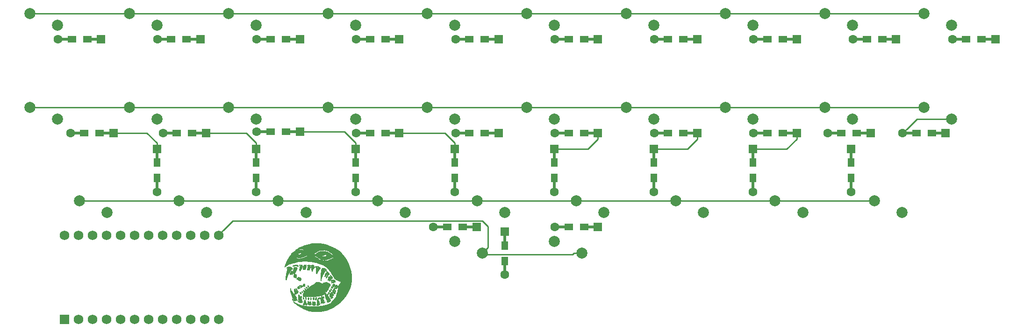
<source format=gbr>
G04 #@! TF.GenerationSoftware,KiCad,Pcbnew,(5.1.4)-1*
G04 #@! TF.CreationDate,2021-07-28T13:43:45-07:00*
G04 #@! TF.ProjectId,pcbtesting,70636274-6573-4746-996e-672e6b696361,rev?*
G04 #@! TF.SameCoordinates,Original*
G04 #@! TF.FileFunction,Copper,L1,Top*
G04 #@! TF.FilePolarity,Positive*
%FSLAX46Y46*%
G04 Gerber Fmt 4.6, Leading zero omitted, Abs format (unit mm)*
G04 Created by KiCad (PCBNEW (5.1.4)-1) date 2021-07-28 13:43:45*
%MOMM*%
%LPD*%
G04 APERTURE LIST*
%ADD10C,0.010000*%
%ADD11R,1.752600X1.752600*%
%ADD12C,1.752600*%
%ADD13C,2.000000*%
%ADD14R,2.900000X0.500000*%
%ADD15R,1.600000X1.600000*%
%ADD16C,1.600000*%
%ADD17R,1.600000X1.200000*%
%ADD18R,0.500000X2.900000*%
%ADD19R,1.200000X1.600000*%
%ADD20C,0.254000*%
G04 APERTURE END LIST*
D10*
G36*
X67964000Y-69720334D02*
G01*
X67955533Y-69728800D01*
X67947067Y-69720334D01*
X67955533Y-69711867D01*
X67964000Y-69720334D01*
X67964000Y-69720334D01*
G37*
X67964000Y-69720334D02*
X67955533Y-69728800D01*
X67947067Y-69720334D01*
X67955533Y-69711867D01*
X67964000Y-69720334D01*
G36*
X70312421Y-69655072D02*
G01*
X70309266Y-69661067D01*
X70293312Y-69677238D01*
X70290334Y-69678000D01*
X70289179Y-69667062D01*
X70292333Y-69661067D01*
X70308288Y-69644895D01*
X70311265Y-69644133D01*
X70312421Y-69655072D01*
X70312421Y-69655072D01*
G37*
X70312421Y-69655072D02*
X70309266Y-69661067D01*
X70293312Y-69677238D01*
X70290334Y-69678000D01*
X70289179Y-69667062D01*
X70292333Y-69661067D01*
X70308288Y-69644895D01*
X70311265Y-69644133D01*
X70312421Y-69655072D01*
G36*
X71531289Y-69988445D02*
G01*
X71528964Y-69998511D01*
X71520000Y-69999734D01*
X71506062Y-69993538D01*
X71508711Y-69988445D01*
X71528807Y-69986418D01*
X71531289Y-69988445D01*
X71531289Y-69988445D01*
G37*
X71531289Y-69988445D02*
X71528964Y-69998511D01*
X71520000Y-69999734D01*
X71506062Y-69993538D01*
X71508711Y-69988445D01*
X71528807Y-69986418D01*
X71531289Y-69988445D01*
G36*
X66027955Y-69294178D02*
G01*
X66025631Y-69304245D01*
X66016667Y-69305467D01*
X66002728Y-69299271D01*
X66005378Y-69294178D01*
X66025474Y-69292151D01*
X66027955Y-69294178D01*
X66027955Y-69294178D01*
G37*
X66027955Y-69294178D02*
X66025631Y-69304245D01*
X66016667Y-69305467D01*
X66002728Y-69299271D01*
X66005378Y-69294178D01*
X66025474Y-69292151D01*
X66027955Y-69294178D01*
G36*
X65982800Y-69330867D02*
G01*
X65974333Y-69339333D01*
X65965867Y-69330867D01*
X65974333Y-69322400D01*
X65982800Y-69330867D01*
X65982800Y-69330867D01*
G37*
X65982800Y-69330867D02*
X65974333Y-69339333D01*
X65965867Y-69330867D01*
X65974333Y-69322400D01*
X65982800Y-69330867D01*
G36*
X65373006Y-69792701D02*
G01*
X65373200Y-69796534D01*
X65360182Y-69812816D01*
X65355267Y-69813467D01*
X65345154Y-69803093D01*
X65347800Y-69796534D01*
X65363016Y-69780379D01*
X65365733Y-69779600D01*
X65373006Y-69792701D01*
X65373006Y-69792701D01*
G37*
X65373006Y-69792701D02*
X65373200Y-69796534D01*
X65360182Y-69812816D01*
X65355267Y-69813467D01*
X65345154Y-69803093D01*
X65347800Y-69796534D01*
X65363016Y-69780379D01*
X65365733Y-69779600D01*
X65373006Y-69792701D01*
G36*
X67131301Y-71831935D02*
G01*
X67185066Y-71837317D01*
X67266962Y-71854439D01*
X67318098Y-71879799D01*
X67337338Y-71912808D01*
X67337466Y-71916062D01*
X67332349Y-71934322D01*
X67311760Y-71943708D01*
X67267846Y-71946909D01*
X67246935Y-71947067D01*
X67186319Y-71948163D01*
X67106939Y-71951068D01*
X67023812Y-71955210D01*
X67005635Y-71956283D01*
X66918234Y-71959074D01*
X66856166Y-71955528D01*
X66825233Y-71946975D01*
X66798600Y-71915824D01*
X66801696Y-71881142D01*
X66832923Y-71852265D01*
X66842166Y-71848100D01*
X66890606Y-71837019D01*
X66962028Y-71830408D01*
X67045803Y-71828602D01*
X67131301Y-71831935D01*
X67131301Y-71831935D01*
G37*
X67131301Y-71831935D02*
X67185066Y-71837317D01*
X67266962Y-71854439D01*
X67318098Y-71879799D01*
X67337338Y-71912808D01*
X67337466Y-71916062D01*
X67332349Y-71934322D01*
X67311760Y-71943708D01*
X67267846Y-71946909D01*
X67246935Y-71947067D01*
X67186319Y-71948163D01*
X67106939Y-71951068D01*
X67023812Y-71955210D01*
X67005635Y-71956283D01*
X66918234Y-71959074D01*
X66856166Y-71955528D01*
X66825233Y-71946975D01*
X66798600Y-71915824D01*
X66801696Y-71881142D01*
X66832923Y-71852265D01*
X66842166Y-71848100D01*
X66890606Y-71837019D01*
X66962028Y-71830408D01*
X67045803Y-71828602D01*
X67131301Y-71831935D01*
G36*
X67865168Y-71856001D02*
G01*
X67904733Y-71860005D01*
X67962098Y-71867777D01*
X67993067Y-71877627D01*
X68005093Y-71892788D01*
X68006333Y-71904059D01*
X67991273Y-71938862D01*
X67952723Y-71972838D01*
X67900630Y-71999771D01*
X67844939Y-72013448D01*
X67830262Y-72014059D01*
X67776977Y-72007810D01*
X67712945Y-71992877D01*
X67686034Y-71984426D01*
X67617236Y-71953115D01*
X67581451Y-71918067D01*
X67577954Y-71878525D01*
X67579773Y-71873168D01*
X67604120Y-71856278D01*
X67660397Y-71847763D01*
X67747711Y-71847658D01*
X67865168Y-71856001D01*
X67865168Y-71856001D01*
G37*
X67865168Y-71856001D02*
X67904733Y-71860005D01*
X67962098Y-71867777D01*
X67993067Y-71877627D01*
X68005093Y-71892788D01*
X68006333Y-71904059D01*
X67991273Y-71938862D01*
X67952723Y-71972838D01*
X67900630Y-71999771D01*
X67844939Y-72013448D01*
X67830262Y-72014059D01*
X67776977Y-72007810D01*
X67712945Y-71992877D01*
X67686034Y-71984426D01*
X67617236Y-71953115D01*
X67581451Y-71918067D01*
X67577954Y-71878525D01*
X67579773Y-71873168D01*
X67604120Y-71856278D01*
X67660397Y-71847763D01*
X67747711Y-71847658D01*
X67865168Y-71856001D01*
G36*
X68543054Y-71869769D02*
G01*
X68599021Y-71888120D01*
X68638306Y-71904679D01*
X68690095Y-71931190D01*
X68716398Y-71952731D01*
X68723712Y-71975461D01*
X68722973Y-71984947D01*
X68706287Y-72016154D01*
X68666157Y-72029503D01*
X68600327Y-72025366D01*
X68545437Y-72014137D01*
X68487044Y-72002830D01*
X68443329Y-72003688D01*
X68397089Y-72017452D01*
X68388343Y-72020887D01*
X68324943Y-72039969D01*
X68264267Y-72047729D01*
X68216086Y-72043770D01*
X68190868Y-72028931D01*
X68194082Y-72005450D01*
X68222776Y-71975733D01*
X68270049Y-71943468D01*
X68329000Y-71912342D01*
X68392729Y-71886041D01*
X68454334Y-71868251D01*
X68502268Y-71862566D01*
X68543054Y-71869769D01*
X68543054Y-71869769D01*
G37*
X68543054Y-71869769D02*
X68599021Y-71888120D01*
X68638306Y-71904679D01*
X68690095Y-71931190D01*
X68716398Y-71952731D01*
X68723712Y-71975461D01*
X68722973Y-71984947D01*
X68706287Y-72016154D01*
X68666157Y-72029503D01*
X68600327Y-72025366D01*
X68545437Y-72014137D01*
X68487044Y-72002830D01*
X68443329Y-72003688D01*
X68397089Y-72017452D01*
X68388343Y-72020887D01*
X68324943Y-72039969D01*
X68264267Y-72047729D01*
X68216086Y-72043770D01*
X68190868Y-72028931D01*
X68194082Y-72005450D01*
X68222776Y-71975733D01*
X68270049Y-71943468D01*
X68329000Y-71912342D01*
X68392729Y-71886041D01*
X68454334Y-71868251D01*
X68502268Y-71862566D01*
X68543054Y-71869769D01*
G36*
X69412061Y-71953181D02*
G01*
X69460123Y-72003800D01*
X69478757Y-72038174D01*
X69467524Y-72057567D01*
X69425987Y-72063241D01*
X69375258Y-72059322D01*
X69252924Y-72045524D01*
X69159037Y-72037587D01*
X69088697Y-72035460D01*
X69037005Y-72039090D01*
X68999061Y-72048424D01*
X68983868Y-72055133D01*
X68944817Y-72072849D01*
X68919041Y-72080112D01*
X68917341Y-72079996D01*
X68891754Y-72075728D01*
X68858666Y-72070543D01*
X68821739Y-72057116D01*
X68804164Y-72039214D01*
X68803221Y-71996266D01*
X68833545Y-71958580D01*
X68892799Y-71927208D01*
X68978647Y-71903202D01*
X69088750Y-71887613D01*
X69150333Y-71883391D01*
X69329133Y-71874844D01*
X69412061Y-71953181D01*
X69412061Y-71953181D01*
G37*
X69412061Y-71953181D02*
X69460123Y-72003800D01*
X69478757Y-72038174D01*
X69467524Y-72057567D01*
X69425987Y-72063241D01*
X69375258Y-72059322D01*
X69252924Y-72045524D01*
X69159037Y-72037587D01*
X69088697Y-72035460D01*
X69037005Y-72039090D01*
X68999061Y-72048424D01*
X68983868Y-72055133D01*
X68944817Y-72072849D01*
X68919041Y-72080112D01*
X68917341Y-72079996D01*
X68891754Y-72075728D01*
X68858666Y-72070543D01*
X68821739Y-72057116D01*
X68804164Y-72039214D01*
X68803221Y-71996266D01*
X68833545Y-71958580D01*
X68892799Y-71927208D01*
X68978647Y-71903202D01*
X69088750Y-71887613D01*
X69150333Y-71883391D01*
X69329133Y-71874844D01*
X69412061Y-71953181D01*
G36*
X66299396Y-71851169D02*
G01*
X66389828Y-71864117D01*
X66444156Y-71878919D01*
X66480369Y-71900687D01*
X66512216Y-71939193D01*
X66526820Y-71961483D01*
X66561427Y-72027927D01*
X66572485Y-72084785D01*
X66571925Y-72099467D01*
X66560882Y-72141777D01*
X66534850Y-72161470D01*
X66491111Y-72158539D01*
X66426945Y-72132978D01*
X66363800Y-72098963D01*
X66302456Y-72064751D01*
X66257036Y-72044798D01*
X66214536Y-72035752D01*
X66161951Y-72034259D01*
X66118267Y-72035670D01*
X66032631Y-72042997D01*
X65960220Y-72060335D01*
X65881452Y-72092501D01*
X65875065Y-72095493D01*
X65784992Y-72131714D01*
X65710600Y-72149003D01*
X65655457Y-72147081D01*
X65623132Y-72125669D01*
X65618470Y-72115571D01*
X65619718Y-72068531D01*
X65650250Y-72022424D01*
X65705488Y-71978743D01*
X65780855Y-71938980D01*
X65871773Y-71904627D01*
X65973664Y-71877178D01*
X66081950Y-71858123D01*
X66192053Y-71848956D01*
X66299396Y-71851169D01*
X66299396Y-71851169D01*
G37*
X66299396Y-71851169D02*
X66389828Y-71864117D01*
X66444156Y-71878919D01*
X66480369Y-71900687D01*
X66512216Y-71939193D01*
X66526820Y-71961483D01*
X66561427Y-72027927D01*
X66572485Y-72084785D01*
X66571925Y-72099467D01*
X66560882Y-72141777D01*
X66534850Y-72161470D01*
X66491111Y-72158539D01*
X66426945Y-72132978D01*
X66363800Y-72098963D01*
X66302456Y-72064751D01*
X66257036Y-72044798D01*
X66214536Y-72035752D01*
X66161951Y-72034259D01*
X66118267Y-72035670D01*
X66032631Y-72042997D01*
X65960220Y-72060335D01*
X65881452Y-72092501D01*
X65875065Y-72095493D01*
X65784992Y-72131714D01*
X65710600Y-72149003D01*
X65655457Y-72147081D01*
X65623132Y-72125669D01*
X65618470Y-72115571D01*
X65619718Y-72068531D01*
X65650250Y-72022424D01*
X65705488Y-71978743D01*
X65780855Y-71938980D01*
X65871773Y-71904627D01*
X65973664Y-71877178D01*
X66081950Y-71858123D01*
X66192053Y-71848956D01*
X66299396Y-71851169D01*
G36*
X69967570Y-72085104D02*
G01*
X69995030Y-72086763D01*
X70107915Y-72100669D01*
X70208692Y-72129297D01*
X70305968Y-72176440D01*
X70408351Y-72245890D01*
X70472628Y-72297190D01*
X70539213Y-72353779D01*
X70582996Y-72394642D01*
X70608110Y-72424581D01*
X70618688Y-72448401D01*
X70619307Y-72467677D01*
X70608110Y-72505533D01*
X70585114Y-72515529D01*
X70547734Y-72497593D01*
X70507357Y-72464552D01*
X70466989Y-72430601D01*
X70435637Y-72408735D01*
X70424682Y-72404267D01*
X70403829Y-72393026D01*
X70371485Y-72365019D01*
X70361245Y-72354697D01*
X70324484Y-72320968D01*
X70283231Y-72295234D01*
X70228575Y-72273295D01*
X70151606Y-72250949D01*
X70128452Y-72244965D01*
X70065328Y-72231552D01*
X70013959Y-72229614D01*
X69955322Y-72239060D01*
X69933719Y-72244041D01*
X69836327Y-72262399D01*
X69759655Y-72267266D01*
X69705789Y-72260066D01*
X69676819Y-72242221D01*
X69674830Y-72215151D01*
X69701910Y-72180280D01*
X69760148Y-72139030D01*
X69770664Y-72132963D01*
X69823078Y-72104949D01*
X69864487Y-72089463D01*
X69908211Y-72083762D01*
X69967570Y-72085104D01*
X69967570Y-72085104D01*
G37*
X69967570Y-72085104D02*
X69995030Y-72086763D01*
X70107915Y-72100669D01*
X70208692Y-72129297D01*
X70305968Y-72176440D01*
X70408351Y-72245890D01*
X70472628Y-72297190D01*
X70539213Y-72353779D01*
X70582996Y-72394642D01*
X70608110Y-72424581D01*
X70618688Y-72448401D01*
X70619307Y-72467677D01*
X70608110Y-72505533D01*
X70585114Y-72515529D01*
X70547734Y-72497593D01*
X70507357Y-72464552D01*
X70466989Y-72430601D01*
X70435637Y-72408735D01*
X70424682Y-72404267D01*
X70403829Y-72393026D01*
X70371485Y-72365019D01*
X70361245Y-72354697D01*
X70324484Y-72320968D01*
X70283231Y-72295234D01*
X70228575Y-72273295D01*
X70151606Y-72250949D01*
X70128452Y-72244965D01*
X70065328Y-72231552D01*
X70013959Y-72229614D01*
X69955322Y-72239060D01*
X69933719Y-72244041D01*
X69836327Y-72262399D01*
X69759655Y-72267266D01*
X69705789Y-72260066D01*
X69676819Y-72242221D01*
X69674830Y-72215151D01*
X69701910Y-72180280D01*
X69760148Y-72139030D01*
X69770664Y-72132963D01*
X69823078Y-72104949D01*
X69864487Y-72089463D01*
X69908211Y-72083762D01*
X69967570Y-72085104D01*
G36*
X65002716Y-72174552D02*
G01*
X65113444Y-72191608D01*
X65200397Y-72217038D01*
X65273396Y-72254970D01*
X65342266Y-72309530D01*
X65356982Y-72323350D01*
X65409432Y-72372875D01*
X65458841Y-72418089D01*
X65494828Y-72449499D01*
X65495838Y-72450331D01*
X65540680Y-72504203D01*
X65555994Y-72564339D01*
X65540369Y-72623227D01*
X65504559Y-72659383D01*
X65457916Y-72672263D01*
X65412859Y-72659482D01*
X65401176Y-72649957D01*
X65379556Y-72616570D01*
X65359492Y-72567265D01*
X65355375Y-72553356D01*
X65338058Y-72501253D01*
X65314282Y-72464329D01*
X65275531Y-72433089D01*
X65218525Y-72400783D01*
X65182141Y-72383551D01*
X65146164Y-72372537D01*
X65102077Y-72366608D01*
X65041367Y-72364632D01*
X64955519Y-72365474D01*
X64953446Y-72365513D01*
X64867299Y-72367827D01*
X64804380Y-72372378D01*
X64754052Y-72381268D01*
X64705676Y-72396603D01*
X64648615Y-72420485D01*
X64627432Y-72429983D01*
X64564975Y-72456242D01*
X64513624Y-72474244D01*
X64481440Y-72481308D01*
X64475686Y-72480438D01*
X64459653Y-72453346D01*
X64462634Y-72413830D01*
X64482171Y-72375654D01*
X64496900Y-72361709D01*
X64622974Y-72278267D01*
X64733825Y-72220031D01*
X64834551Y-72185115D01*
X64930248Y-72171631D01*
X65002716Y-72174552D01*
X65002716Y-72174552D01*
G37*
X65002716Y-72174552D02*
X65113444Y-72191608D01*
X65200397Y-72217038D01*
X65273396Y-72254970D01*
X65342266Y-72309530D01*
X65356982Y-72323350D01*
X65409432Y-72372875D01*
X65458841Y-72418089D01*
X65494828Y-72449499D01*
X65495838Y-72450331D01*
X65540680Y-72504203D01*
X65555994Y-72564339D01*
X65540369Y-72623227D01*
X65504559Y-72659383D01*
X65457916Y-72672263D01*
X65412859Y-72659482D01*
X65401176Y-72649957D01*
X65379556Y-72616570D01*
X65359492Y-72567265D01*
X65355375Y-72553356D01*
X65338058Y-72501253D01*
X65314282Y-72464329D01*
X65275531Y-72433089D01*
X65218525Y-72400783D01*
X65182141Y-72383551D01*
X65146164Y-72372537D01*
X65102077Y-72366608D01*
X65041367Y-72364632D01*
X64955519Y-72365474D01*
X64953446Y-72365513D01*
X64867299Y-72367827D01*
X64804380Y-72372378D01*
X64754052Y-72381268D01*
X64705676Y-72396603D01*
X64648615Y-72420485D01*
X64627432Y-72429983D01*
X64564975Y-72456242D01*
X64513624Y-72474244D01*
X64481440Y-72481308D01*
X64475686Y-72480438D01*
X64459653Y-72453346D01*
X64462634Y-72413830D01*
X64482171Y-72375654D01*
X64496900Y-72361709D01*
X64622974Y-72278267D01*
X64733825Y-72220031D01*
X64834551Y-72185115D01*
X64930248Y-72171631D01*
X65002716Y-72174552D01*
G36*
X67747248Y-72028998D02*
G01*
X67827052Y-72034176D01*
X67898474Y-72041999D01*
X67953112Y-72052188D01*
X67964000Y-72055341D01*
X68023267Y-72074688D01*
X68022160Y-72192911D01*
X68018932Y-72260703D01*
X68008443Y-72319247D01*
X67987324Y-72382115D01*
X67958660Y-72448731D01*
X67930211Y-72516952D01*
X67908561Y-72579306D01*
X67897181Y-72625383D01*
X67896267Y-72635845D01*
X67885318Y-72690081D01*
X67852595Y-72718445D01*
X67812447Y-72722518D01*
X67775961Y-72720287D01*
X67716522Y-72717389D01*
X67645024Y-72714340D01*
X67620444Y-72713383D01*
X67548951Y-72710192D01*
X67503195Y-72705456D01*
X67475062Y-72696505D01*
X67456441Y-72680670D01*
X67439220Y-72655283D01*
X67438034Y-72653365D01*
X67419658Y-72613989D01*
X67412753Y-72568805D01*
X67417633Y-72510667D01*
X67434612Y-72432426D01*
X67450302Y-72374400D01*
X67464898Y-72306871D01*
X67476043Y-72226562D01*
X67480171Y-72172799D01*
X67486440Y-72100835D01*
X67498741Y-72057222D01*
X67512237Y-72040321D01*
X67541556Y-72032126D01*
X67596099Y-72027694D01*
X67667463Y-72026744D01*
X67747248Y-72028998D01*
X67747248Y-72028998D01*
G37*
X67747248Y-72028998D02*
X67827052Y-72034176D01*
X67898474Y-72041999D01*
X67953112Y-72052188D01*
X67964000Y-72055341D01*
X68023267Y-72074688D01*
X68022160Y-72192911D01*
X68018932Y-72260703D01*
X68008443Y-72319247D01*
X67987324Y-72382115D01*
X67958660Y-72448731D01*
X67930211Y-72516952D01*
X67908561Y-72579306D01*
X67897181Y-72625383D01*
X67896267Y-72635845D01*
X67885318Y-72690081D01*
X67852595Y-72718445D01*
X67812447Y-72722518D01*
X67775961Y-72720287D01*
X67716522Y-72717389D01*
X67645024Y-72714340D01*
X67620444Y-72713383D01*
X67548951Y-72710192D01*
X67503195Y-72705456D01*
X67475062Y-72696505D01*
X67456441Y-72680670D01*
X67439220Y-72655283D01*
X67438034Y-72653365D01*
X67419658Y-72613989D01*
X67412753Y-72568805D01*
X67417633Y-72510667D01*
X67434612Y-72432426D01*
X67450302Y-72374400D01*
X67464898Y-72306871D01*
X67476043Y-72226562D01*
X67480171Y-72172799D01*
X67486440Y-72100835D01*
X67498741Y-72057222D01*
X67512237Y-72040321D01*
X67541556Y-72032126D01*
X67596099Y-72027694D01*
X67667463Y-72026744D01*
X67747248Y-72028998D01*
G36*
X68627148Y-72109878D02*
G01*
X68708177Y-72139444D01*
X68764129Y-72185659D01*
X68792939Y-72246019D01*
X68792543Y-72318021D01*
X68764601Y-72392408D01*
X68745976Y-72430925D01*
X68719046Y-72491457D01*
X68687958Y-72564524D01*
X68666803Y-72615934D01*
X68633075Y-72695561D01*
X68606941Y-72747840D01*
X68585502Y-72777622D01*
X68565859Y-72789757D01*
X68562579Y-72790401D01*
X68522156Y-72783764D01*
X68502490Y-72771005D01*
X68480491Y-72757338D01*
X68446603Y-72754679D01*
X68390776Y-72762324D01*
X68387252Y-72762960D01*
X68312107Y-72771060D01*
X68260646Y-72762938D01*
X68256076Y-72761008D01*
X68233491Y-72747976D01*
X68222840Y-72729197D01*
X68221627Y-72694976D01*
X68226273Y-72645385D01*
X68239705Y-72537226D01*
X68255623Y-72431705D01*
X68272755Y-72335631D01*
X68289826Y-72255817D01*
X68305562Y-72199073D01*
X68313330Y-72179885D01*
X68344426Y-72139252D01*
X68391134Y-72113998D01*
X68459810Y-72101688D01*
X68523105Y-72099467D01*
X68627148Y-72109878D01*
X68627148Y-72109878D01*
G37*
X68627148Y-72109878D02*
X68708177Y-72139444D01*
X68764129Y-72185659D01*
X68792939Y-72246019D01*
X68792543Y-72318021D01*
X68764601Y-72392408D01*
X68745976Y-72430925D01*
X68719046Y-72491457D01*
X68687958Y-72564524D01*
X68666803Y-72615934D01*
X68633075Y-72695561D01*
X68606941Y-72747840D01*
X68585502Y-72777622D01*
X68565859Y-72789757D01*
X68562579Y-72790401D01*
X68522156Y-72783764D01*
X68502490Y-72771005D01*
X68480491Y-72757338D01*
X68446603Y-72754679D01*
X68390776Y-72762324D01*
X68387252Y-72762960D01*
X68312107Y-72771060D01*
X68260646Y-72762938D01*
X68256076Y-72761008D01*
X68233491Y-72747976D01*
X68222840Y-72729197D01*
X68221627Y-72694976D01*
X68226273Y-72645385D01*
X68239705Y-72537226D01*
X68255623Y-72431705D01*
X68272755Y-72335631D01*
X68289826Y-72255817D01*
X68305562Y-72199073D01*
X68313330Y-72179885D01*
X68344426Y-72139252D01*
X68391134Y-72113998D01*
X68459810Y-72101688D01*
X68523105Y-72099467D01*
X68627148Y-72109878D01*
G36*
X67242630Y-72036797D02*
G01*
X67267024Y-72048262D01*
X67286666Y-72065600D01*
X67309243Y-72094512D01*
X67320877Y-72128428D01*
X67320576Y-72171266D01*
X67307345Y-72226946D01*
X67280191Y-72299385D01*
X67238120Y-72392502D01*
X67180136Y-72510216D01*
X67167599Y-72534977D01*
X67099118Y-72666217D01*
X67041253Y-72768276D01*
X66992011Y-72843405D01*
X66949399Y-72893854D01*
X66911424Y-72921875D01*
X66876092Y-72929718D01*
X66841411Y-72919634D01*
X66831856Y-72914102D01*
X66811696Y-72882268D01*
X66801310Y-72819463D01*
X66800755Y-72727159D01*
X66810091Y-72606827D01*
X66817321Y-72545583D01*
X66827788Y-72453085D01*
X66835939Y-72359882D01*
X66840810Y-72278364D01*
X66841725Y-72231835D01*
X66845413Y-72150217D01*
X66859916Y-72098198D01*
X66886893Y-72072772D01*
X66928003Y-72070932D01*
X66930251Y-72071364D01*
X66969338Y-72072400D01*
X67027657Y-72066412D01*
X67083600Y-72056485D01*
X67158871Y-72041265D01*
X67209230Y-72034583D01*
X67242630Y-72036797D01*
X67242630Y-72036797D01*
G37*
X67242630Y-72036797D02*
X67267024Y-72048262D01*
X67286666Y-72065600D01*
X67309243Y-72094512D01*
X67320877Y-72128428D01*
X67320576Y-72171266D01*
X67307345Y-72226946D01*
X67280191Y-72299385D01*
X67238120Y-72392502D01*
X67180136Y-72510216D01*
X67167599Y-72534977D01*
X67099118Y-72666217D01*
X67041253Y-72768276D01*
X66992011Y-72843405D01*
X66949399Y-72893854D01*
X66911424Y-72921875D01*
X66876092Y-72929718D01*
X66841411Y-72919634D01*
X66831856Y-72914102D01*
X66811696Y-72882268D01*
X66801310Y-72819463D01*
X66800755Y-72727159D01*
X66810091Y-72606827D01*
X66817321Y-72545583D01*
X66827788Y-72453085D01*
X66835939Y-72359882D01*
X66840810Y-72278364D01*
X66841725Y-72231835D01*
X66845413Y-72150217D01*
X66859916Y-72098198D01*
X66886893Y-72072772D01*
X66928003Y-72070932D01*
X66930251Y-72071364D01*
X66969338Y-72072400D01*
X67027657Y-72066412D01*
X67083600Y-72056485D01*
X67158871Y-72041265D01*
X67209230Y-72034583D01*
X67242630Y-72036797D01*
G36*
X71088454Y-72429491D02*
G01*
X71218130Y-72462915D01*
X71266000Y-72477807D01*
X71392592Y-72521840D01*
X71489902Y-72563755D01*
X71562179Y-72606182D01*
X71613674Y-72651754D01*
X71648635Y-72703102D01*
X71656305Y-72719491D01*
X71682326Y-72802576D01*
X71687884Y-72877146D01*
X71674273Y-72937900D01*
X71642788Y-72979537D01*
X71594723Y-72996757D01*
X71588585Y-72996934D01*
X71548121Y-72987955D01*
X71530278Y-72970149D01*
X71521903Y-72931585D01*
X71520000Y-72903707D01*
X71513512Y-72834015D01*
X71496431Y-72764046D01*
X71472330Y-72704558D01*
X71444783Y-72666312D01*
X71439935Y-72662644D01*
X71392998Y-72640195D01*
X71316425Y-72614005D01*
X71214093Y-72585211D01*
X71089879Y-72554953D01*
X71022103Y-72539916D01*
X70936565Y-72519951D01*
X70881223Y-72502508D01*
X70852722Y-72485519D01*
X70847703Y-72466915D01*
X70862809Y-72444628D01*
X70864559Y-72442851D01*
X70911444Y-72419440D01*
X70986151Y-72414993D01*
X71088454Y-72429491D01*
X71088454Y-72429491D01*
G37*
X71088454Y-72429491D02*
X71218130Y-72462915D01*
X71266000Y-72477807D01*
X71392592Y-72521840D01*
X71489902Y-72563755D01*
X71562179Y-72606182D01*
X71613674Y-72651754D01*
X71648635Y-72703102D01*
X71656305Y-72719491D01*
X71682326Y-72802576D01*
X71687884Y-72877146D01*
X71674273Y-72937900D01*
X71642788Y-72979537D01*
X71594723Y-72996757D01*
X71588585Y-72996934D01*
X71548121Y-72987955D01*
X71530278Y-72970149D01*
X71521903Y-72931585D01*
X71520000Y-72903707D01*
X71513512Y-72834015D01*
X71496431Y-72764046D01*
X71472330Y-72704558D01*
X71444783Y-72666312D01*
X71439935Y-72662644D01*
X71392998Y-72640195D01*
X71316425Y-72614005D01*
X71214093Y-72585211D01*
X71089879Y-72554953D01*
X71022103Y-72539916D01*
X70936565Y-72519951D01*
X70881223Y-72502508D01*
X70852722Y-72485519D01*
X70847703Y-72466915D01*
X70862809Y-72444628D01*
X70864559Y-72442851D01*
X70911444Y-72419440D01*
X70986151Y-72414993D01*
X71088454Y-72429491D01*
G36*
X69274614Y-72108039D02*
G01*
X69362875Y-72125592D01*
X69443078Y-72156507D01*
X69506121Y-72198362D01*
X69537013Y-72236107D01*
X69552438Y-72279939D01*
X69546672Y-72322983D01*
X69517258Y-72370028D01*
X69461734Y-72425862D01*
X69422276Y-72459506D01*
X69368853Y-72504255D01*
X69332444Y-72539493D01*
X69307001Y-72574524D01*
X69286473Y-72618658D01*
X69264810Y-72681199D01*
X69251860Y-72721661D01*
X69217266Y-72826690D01*
X69188732Y-72903245D01*
X69163901Y-72955653D01*
X69140414Y-72988245D01*
X69115913Y-73005348D01*
X69094386Y-73010744D01*
X69055014Y-73006824D01*
X69032175Y-72978667D01*
X69031402Y-72976878D01*
X69024507Y-72946315D01*
X69016930Y-72889178D01*
X69009448Y-72812727D01*
X69002839Y-72724222D01*
X69000847Y-72691248D01*
X68994209Y-72587799D01*
X68987058Y-72511438D01*
X68978301Y-72455393D01*
X68966848Y-72412890D01*
X68951606Y-72377156D01*
X68949588Y-72373227D01*
X68927310Y-72325779D01*
X68913963Y-72288268D01*
X68912267Y-72277978D01*
X68926135Y-72250232D01*
X68962334Y-72214000D01*
X69012755Y-72175639D01*
X69069287Y-72141508D01*
X69110333Y-72122694D01*
X69187399Y-72106266D01*
X69274614Y-72108039D01*
X69274614Y-72108039D01*
G37*
X69274614Y-72108039D02*
X69362875Y-72125592D01*
X69443078Y-72156507D01*
X69506121Y-72198362D01*
X69537013Y-72236107D01*
X69552438Y-72279939D01*
X69546672Y-72322983D01*
X69517258Y-72370028D01*
X69461734Y-72425862D01*
X69422276Y-72459506D01*
X69368853Y-72504255D01*
X69332444Y-72539493D01*
X69307001Y-72574524D01*
X69286473Y-72618658D01*
X69264810Y-72681199D01*
X69251860Y-72721661D01*
X69217266Y-72826690D01*
X69188732Y-72903245D01*
X69163901Y-72955653D01*
X69140414Y-72988245D01*
X69115913Y-73005348D01*
X69094386Y-73010744D01*
X69055014Y-73006824D01*
X69032175Y-72978667D01*
X69031402Y-72976878D01*
X69024507Y-72946315D01*
X69016930Y-72889178D01*
X69009448Y-72812727D01*
X69002839Y-72724222D01*
X69000847Y-72691248D01*
X68994209Y-72587799D01*
X68987058Y-72511438D01*
X68978301Y-72455393D01*
X68966848Y-72412890D01*
X68951606Y-72377156D01*
X68949588Y-72373227D01*
X68927310Y-72325779D01*
X68913963Y-72288268D01*
X68912267Y-72277978D01*
X68926135Y-72250232D01*
X68962334Y-72214000D01*
X69012755Y-72175639D01*
X69069287Y-72141508D01*
X69110333Y-72122694D01*
X69187399Y-72106266D01*
X69274614Y-72108039D01*
G36*
X70197095Y-72347772D02*
G01*
X70247169Y-72357345D01*
X70297684Y-72379140D01*
X70343432Y-72405029D01*
X70421440Y-72460581D01*
X70466170Y-72516126D01*
X70478157Y-72573576D01*
X70457934Y-72634838D01*
X70421704Y-72684720D01*
X70392338Y-72723386D01*
X70355151Y-72779060D01*
X70321514Y-72834105D01*
X70277099Y-72905783D01*
X70225382Y-72982591D01*
X70190376Y-73030800D01*
X70130164Y-73114879D01*
X70086718Y-73189621D01*
X70052365Y-73269136D01*
X70036861Y-73313116D01*
X70003731Y-73396789D01*
X69968365Y-73459455D01*
X69933742Y-73496575D01*
X69910951Y-73504934D01*
X69880462Y-73498814D01*
X69871452Y-73491968D01*
X69861059Y-73457657D01*
X69852195Y-73392901D01*
X69845039Y-73301098D01*
X69839773Y-73185642D01*
X69836574Y-73049929D01*
X69835623Y-72897355D01*
X69835998Y-72821440D01*
X69837479Y-72688562D01*
X69839588Y-72585947D01*
X69842551Y-72509995D01*
X69846599Y-72457104D01*
X69851960Y-72423674D01*
X69858863Y-72406104D01*
X69862651Y-72402336D01*
X69920405Y-72377079D01*
X70000768Y-72358001D01*
X70092706Y-72347409D01*
X70131766Y-72346049D01*
X70197095Y-72347772D01*
X70197095Y-72347772D01*
G37*
X70197095Y-72347772D02*
X70247169Y-72357345D01*
X70297684Y-72379140D01*
X70343432Y-72405029D01*
X70421440Y-72460581D01*
X70466170Y-72516126D01*
X70478157Y-72573576D01*
X70457934Y-72634838D01*
X70421704Y-72684720D01*
X70392338Y-72723386D01*
X70355151Y-72779060D01*
X70321514Y-72834105D01*
X70277099Y-72905783D01*
X70225382Y-72982591D01*
X70190376Y-73030800D01*
X70130164Y-73114879D01*
X70086718Y-73189621D01*
X70052365Y-73269136D01*
X70036861Y-73313116D01*
X70003731Y-73396789D01*
X69968365Y-73459455D01*
X69933742Y-73496575D01*
X69910951Y-73504934D01*
X69880462Y-73498814D01*
X69871452Y-73491968D01*
X69861059Y-73457657D01*
X69852195Y-73392901D01*
X69845039Y-73301098D01*
X69839773Y-73185642D01*
X69836574Y-73049929D01*
X69835623Y-72897355D01*
X69835998Y-72821440D01*
X69837479Y-72688562D01*
X69839588Y-72585947D01*
X69842551Y-72509995D01*
X69846599Y-72457104D01*
X69851960Y-72423674D01*
X69858863Y-72406104D01*
X69862651Y-72402336D01*
X69920405Y-72377079D01*
X70000768Y-72358001D01*
X70092706Y-72347409D01*
X70131766Y-72346049D01*
X70197095Y-72347772D01*
G36*
X66107692Y-72260858D02*
G01*
X66175553Y-72284394D01*
X66248807Y-72317318D01*
X66316377Y-72354476D01*
X66367187Y-72390710D01*
X66378708Y-72401939D01*
X66394852Y-72425372D01*
X66401641Y-72453501D01*
X66397877Y-72490944D01*
X66382364Y-72542322D01*
X66353906Y-72612254D01*
X66311306Y-72705358D01*
X66286729Y-72757037D01*
X66244751Y-72845933D01*
X66204054Y-72934351D01*
X66168995Y-73012686D01*
X66143930Y-73071334D01*
X66141826Y-73076529D01*
X66115214Y-73137134D01*
X66079946Y-73209622D01*
X66039881Y-73286929D01*
X65998880Y-73361990D01*
X65960803Y-73427741D01*
X65929510Y-73477118D01*
X65908859Y-73503057D01*
X65908700Y-73503191D01*
X65857685Y-73528830D01*
X65801833Y-73532393D01*
X65754870Y-73513447D01*
X65749006Y-73508207D01*
X65729761Y-73479485D01*
X65715134Y-73434532D01*
X65704863Y-73370243D01*
X65698691Y-73283516D01*
X65696355Y-73171245D01*
X65697598Y-73030327D01*
X65700121Y-72924698D01*
X65705791Y-72775944D01*
X65714046Y-72656703D01*
X65725722Y-72562669D01*
X65741652Y-72489532D01*
X65762671Y-72432985D01*
X65789612Y-72388720D01*
X65808073Y-72367193D01*
X65875292Y-72313364D01*
X65955630Y-72273172D01*
X66035268Y-72253038D01*
X66056302Y-72251867D01*
X66107692Y-72260858D01*
X66107692Y-72260858D01*
G37*
X66107692Y-72260858D02*
X66175553Y-72284394D01*
X66248807Y-72317318D01*
X66316377Y-72354476D01*
X66367187Y-72390710D01*
X66378708Y-72401939D01*
X66394852Y-72425372D01*
X66401641Y-72453501D01*
X66397877Y-72490944D01*
X66382364Y-72542322D01*
X66353906Y-72612254D01*
X66311306Y-72705358D01*
X66286729Y-72757037D01*
X66244751Y-72845933D01*
X66204054Y-72934351D01*
X66168995Y-73012686D01*
X66143930Y-73071334D01*
X66141826Y-73076529D01*
X66115214Y-73137134D01*
X66079946Y-73209622D01*
X66039881Y-73286929D01*
X65998880Y-73361990D01*
X65960803Y-73427741D01*
X65929510Y-73477118D01*
X65908859Y-73503057D01*
X65908700Y-73503191D01*
X65857685Y-73528830D01*
X65801833Y-73532393D01*
X65754870Y-73513447D01*
X65749006Y-73508207D01*
X65729761Y-73479485D01*
X65715134Y-73434532D01*
X65704863Y-73370243D01*
X65698691Y-73283516D01*
X65696355Y-73171245D01*
X65697598Y-73030327D01*
X65700121Y-72924698D01*
X65705791Y-72775944D01*
X65714046Y-72656703D01*
X65725722Y-72562669D01*
X65741652Y-72489532D01*
X65762671Y-72432985D01*
X65789612Y-72388720D01*
X65808073Y-72367193D01*
X65875292Y-72313364D01*
X65955630Y-72273172D01*
X66035268Y-72253038D01*
X66056302Y-72251867D01*
X66107692Y-72260858D01*
G36*
X65509719Y-72961912D02*
G01*
X65546942Y-73004713D01*
X65572020Y-73067740D01*
X65576644Y-73091165D01*
X65579892Y-73156880D01*
X65574758Y-73245818D01*
X65562290Y-73348677D01*
X65543537Y-73456150D01*
X65527372Y-73528577D01*
X65502284Y-73589060D01*
X65467632Y-73619292D01*
X65428355Y-73619625D01*
X65389396Y-73590411D01*
X65355695Y-73532002D01*
X65349702Y-73515923D01*
X65327437Y-73451161D01*
X65286819Y-73504752D01*
X65230000Y-73575332D01*
X65185157Y-73619148D01*
X65147692Y-73638968D01*
X65113009Y-73637563D01*
X65087254Y-73625012D01*
X65072009Y-73600460D01*
X65059900Y-73554965D01*
X65056264Y-73527905D01*
X65054784Y-73482936D01*
X65061084Y-73440012D01*
X65077782Y-73389394D01*
X65107496Y-73321343D01*
X65117586Y-73299787D01*
X65150304Y-73233801D01*
X65180708Y-73178363D01*
X65204211Y-73141583D01*
X65212076Y-73132614D01*
X65233623Y-73105973D01*
X65237734Y-73092227D01*
X65251986Y-73065036D01*
X65288680Y-73031328D01*
X65338722Y-72996933D01*
X65393019Y-72967682D01*
X65442478Y-72949407D01*
X65465560Y-72946134D01*
X65509719Y-72961912D01*
X65509719Y-72961912D01*
G37*
X65509719Y-72961912D02*
X65546942Y-73004713D01*
X65572020Y-73067740D01*
X65576644Y-73091165D01*
X65579892Y-73156880D01*
X65574758Y-73245818D01*
X65562290Y-73348677D01*
X65543537Y-73456150D01*
X65527372Y-73528577D01*
X65502284Y-73589060D01*
X65467632Y-73619292D01*
X65428355Y-73619625D01*
X65389396Y-73590411D01*
X65355695Y-73532002D01*
X65349702Y-73515923D01*
X65327437Y-73451161D01*
X65286819Y-73504752D01*
X65230000Y-73575332D01*
X65185157Y-73619148D01*
X65147692Y-73638968D01*
X65113009Y-73637563D01*
X65087254Y-73625012D01*
X65072009Y-73600460D01*
X65059900Y-73554965D01*
X65056264Y-73527905D01*
X65054784Y-73482936D01*
X65061084Y-73440012D01*
X65077782Y-73389394D01*
X65107496Y-73321343D01*
X65117586Y-73299787D01*
X65150304Y-73233801D01*
X65180708Y-73178363D01*
X65204211Y-73141583D01*
X65212076Y-73132614D01*
X65233623Y-73105973D01*
X65237734Y-73092227D01*
X65251986Y-73065036D01*
X65288680Y-73031328D01*
X65338722Y-72996933D01*
X65393019Y-72967682D01*
X65442478Y-72949407D01*
X65465560Y-72946134D01*
X65509719Y-72961912D01*
G36*
X71811875Y-73034448D02*
G01*
X71869691Y-73067456D01*
X71940864Y-73129277D01*
X71948359Y-73136634D01*
X72025689Y-73215652D01*
X72081574Y-73280120D01*
X72120588Y-73337166D01*
X72147303Y-73393921D01*
X72166293Y-73457514D01*
X72172760Y-73486515D01*
X72184350Y-73568699D01*
X72181861Y-73629534D01*
X72166954Y-73666457D01*
X72141291Y-73676901D01*
X72106534Y-73658303D01*
X72080029Y-73629650D01*
X72055985Y-73595094D01*
X72045002Y-73571437D01*
X72044933Y-73570432D01*
X72034437Y-73550411D01*
X72007646Y-73515453D01*
X71987568Y-73492282D01*
X71942917Y-73435403D01*
X71901392Y-73370889D01*
X71891437Y-73352534D01*
X71857461Y-73296647D01*
X71811419Y-73234173D01*
X71779469Y-73196626D01*
X71733353Y-73142424D01*
X71711079Y-73103752D01*
X71710430Y-73074507D01*
X71726586Y-73051120D01*
X71764984Y-73029315D01*
X71811875Y-73034448D01*
X71811875Y-73034448D01*
G37*
X71811875Y-73034448D02*
X71869691Y-73067456D01*
X71940864Y-73129277D01*
X71948359Y-73136634D01*
X72025689Y-73215652D01*
X72081574Y-73280120D01*
X72120588Y-73337166D01*
X72147303Y-73393921D01*
X72166293Y-73457514D01*
X72172760Y-73486515D01*
X72184350Y-73568699D01*
X72181861Y-73629534D01*
X72166954Y-73666457D01*
X72141291Y-73676901D01*
X72106534Y-73658303D01*
X72080029Y-73629650D01*
X72055985Y-73595094D01*
X72045002Y-73571437D01*
X72044933Y-73570432D01*
X72034437Y-73550411D01*
X72007646Y-73515453D01*
X71987568Y-73492282D01*
X71942917Y-73435403D01*
X71901392Y-73370889D01*
X71891437Y-73352534D01*
X71857461Y-73296647D01*
X71811419Y-73234173D01*
X71779469Y-73196626D01*
X71733353Y-73142424D01*
X71711079Y-73103752D01*
X71710430Y-73074507D01*
X71726586Y-73051120D01*
X71764984Y-73029315D01*
X71811875Y-73034448D01*
G36*
X71762413Y-73320669D02*
G01*
X71824275Y-73364141D01*
X71887001Y-73427365D01*
X71939712Y-73498324D01*
X71963277Y-73542500D01*
X71987790Y-73592617D01*
X72011502Y-73630766D01*
X72021389Y-73641940D01*
X72040814Y-73669681D01*
X72040411Y-73707740D01*
X72018970Y-73760413D01*
X71975278Y-73831996D01*
X71962432Y-73850893D01*
X71914566Y-73924347D01*
X71866209Y-74005037D01*
X71827307Y-74076323D01*
X71825127Y-74080667D01*
X71792589Y-74141573D01*
X71760225Y-74194938D01*
X71735343Y-74228833D01*
X71695229Y-74259311D01*
X71658657Y-74264755D01*
X71633676Y-74244286D01*
X71631878Y-74240149D01*
X71622226Y-74185757D01*
X71624394Y-74117019D01*
X71637213Y-74050859D01*
X71646759Y-74025090D01*
X71672015Y-73980016D01*
X71708799Y-73924935D01*
X71731558Y-73894400D01*
X71787425Y-73820935D01*
X71824443Y-73765736D01*
X71846229Y-73721728D01*
X71856396Y-73681831D01*
X71858603Y-73645633D01*
X71855536Y-73599605D01*
X71847780Y-73569951D01*
X71844416Y-73565858D01*
X71824164Y-73571967D01*
X71789566Y-73601402D01*
X71745226Y-73649420D01*
X71695752Y-73711282D01*
X71673304Y-73742000D01*
X71622518Y-73808443D01*
X71568448Y-73870903D01*
X71516647Y-73923782D01*
X71472669Y-73961480D01*
X71442066Y-73978401D01*
X71438409Y-73978808D01*
X71395549Y-73970684D01*
X71374008Y-73943898D01*
X71370786Y-73893338D01*
X71373539Y-73868286D01*
X71388149Y-73801023D01*
X71410805Y-73733493D01*
X71417396Y-73718449D01*
X71440850Y-73655332D01*
X71458112Y-73585390D01*
X71460653Y-73569168D01*
X71473390Y-73514030D01*
X71499852Y-73461637D01*
X71546071Y-73400269D01*
X71549977Y-73395602D01*
X71607299Y-73335988D01*
X71657753Y-73305255D01*
X71707765Y-73301135D01*
X71762413Y-73320669D01*
X71762413Y-73320669D01*
G37*
X71762413Y-73320669D02*
X71824275Y-73364141D01*
X71887001Y-73427365D01*
X71939712Y-73498324D01*
X71963277Y-73542500D01*
X71987790Y-73592617D01*
X72011502Y-73630766D01*
X72021389Y-73641940D01*
X72040814Y-73669681D01*
X72040411Y-73707740D01*
X72018970Y-73760413D01*
X71975278Y-73831996D01*
X71962432Y-73850893D01*
X71914566Y-73924347D01*
X71866209Y-74005037D01*
X71827307Y-74076323D01*
X71825127Y-74080667D01*
X71792589Y-74141573D01*
X71760225Y-74194938D01*
X71735343Y-74228833D01*
X71695229Y-74259311D01*
X71658657Y-74264755D01*
X71633676Y-74244286D01*
X71631878Y-74240149D01*
X71622226Y-74185757D01*
X71624394Y-74117019D01*
X71637213Y-74050859D01*
X71646759Y-74025090D01*
X71672015Y-73980016D01*
X71708799Y-73924935D01*
X71731558Y-73894400D01*
X71787425Y-73820935D01*
X71824443Y-73765736D01*
X71846229Y-73721728D01*
X71856396Y-73681831D01*
X71858603Y-73645633D01*
X71855536Y-73599605D01*
X71847780Y-73569951D01*
X71844416Y-73565858D01*
X71824164Y-73571967D01*
X71789566Y-73601402D01*
X71745226Y-73649420D01*
X71695752Y-73711282D01*
X71673304Y-73742000D01*
X71622518Y-73808443D01*
X71568448Y-73870903D01*
X71516647Y-73923782D01*
X71472669Y-73961480D01*
X71442066Y-73978401D01*
X71438409Y-73978808D01*
X71395549Y-73970684D01*
X71374008Y-73943898D01*
X71370786Y-73893338D01*
X71373539Y-73868286D01*
X71388149Y-73801023D01*
X71410805Y-73733493D01*
X71417396Y-73718449D01*
X71440850Y-73655332D01*
X71458112Y-73585390D01*
X71460653Y-73569168D01*
X71473390Y-73514030D01*
X71499852Y-73461637D01*
X71546071Y-73400269D01*
X71549977Y-73395602D01*
X71607299Y-73335988D01*
X71657753Y-73305255D01*
X71707765Y-73301135D01*
X71762413Y-73320669D01*
G36*
X66141965Y-73568641D02*
G01*
X66215833Y-73613521D01*
X66246620Y-73641786D01*
X66273640Y-73673500D01*
X66288527Y-73704978D01*
X66294786Y-73747936D01*
X66295940Y-73806585D01*
X66290936Y-73874765D01*
X66277577Y-73954966D01*
X66258142Y-74038988D01*
X66234910Y-74118629D01*
X66210161Y-74185688D01*
X66186173Y-74231964D01*
X66173890Y-74245767D01*
X66141500Y-74264245D01*
X66114543Y-74259009D01*
X66084400Y-74233067D01*
X66059233Y-74198898D01*
X66050533Y-74172138D01*
X66045676Y-74157286D01*
X66026126Y-74151322D01*
X65984416Y-74153041D01*
X65953003Y-74156394D01*
X65895816Y-74161459D01*
X65860473Y-74158351D01*
X65835449Y-74144667D01*
X65818751Y-74128424D01*
X65795812Y-74086892D01*
X65777140Y-74021953D01*
X65763965Y-73943930D01*
X65757516Y-73863145D01*
X65759024Y-73789922D01*
X65769716Y-73734584D01*
X65771342Y-73730423D01*
X65805424Y-73680208D01*
X65861764Y-73628494D01*
X65930129Y-73583348D01*
X65993990Y-73554835D01*
X66065036Y-73548053D01*
X66141965Y-73568641D01*
X66141965Y-73568641D01*
G37*
X66141965Y-73568641D02*
X66215833Y-73613521D01*
X66246620Y-73641786D01*
X66273640Y-73673500D01*
X66288527Y-73704978D01*
X66294786Y-73747936D01*
X66295940Y-73806585D01*
X66290936Y-73874765D01*
X66277577Y-73954966D01*
X66258142Y-74038988D01*
X66234910Y-74118629D01*
X66210161Y-74185688D01*
X66186173Y-74231964D01*
X66173890Y-74245767D01*
X66141500Y-74264245D01*
X66114543Y-74259009D01*
X66084400Y-74233067D01*
X66059233Y-74198898D01*
X66050533Y-74172138D01*
X66045676Y-74157286D01*
X66026126Y-74151322D01*
X65984416Y-74153041D01*
X65953003Y-74156394D01*
X65895816Y-74161459D01*
X65860473Y-74158351D01*
X65835449Y-74144667D01*
X65818751Y-74128424D01*
X65795812Y-74086892D01*
X65777140Y-74021953D01*
X65763965Y-73943930D01*
X65757516Y-73863145D01*
X65759024Y-73789922D01*
X65769716Y-73734584D01*
X65771342Y-73730423D01*
X65805424Y-73680208D01*
X65861764Y-73628494D01*
X65930129Y-73583348D01*
X65993990Y-73554835D01*
X66065036Y-73548053D01*
X66141965Y-73568641D01*
G36*
X72427194Y-73714840D02*
G01*
X72474116Y-73741125D01*
X72532961Y-73790029D01*
X72558582Y-73813967D01*
X72639929Y-73902211D01*
X72708012Y-73997220D01*
X72760162Y-74093268D01*
X72793713Y-74184630D01*
X72805995Y-74265581D01*
X72796655Y-74324815D01*
X72775030Y-74348972D01*
X72740522Y-74341982D01*
X72702898Y-74313374D01*
X72677935Y-74280445D01*
X72646857Y-74225515D01*
X72615040Y-74158439D01*
X72603777Y-74131575D01*
X72570144Y-74054280D01*
X72536528Y-73995134D01*
X72494224Y-73941291D01*
X72434531Y-73879902D01*
X72430885Y-73876356D01*
X72371259Y-73816798D01*
X72334977Y-73775290D01*
X72319751Y-73747740D01*
X72323298Y-73730057D01*
X72342651Y-73718412D01*
X72385579Y-73708245D01*
X72427194Y-73714840D01*
X72427194Y-73714840D01*
G37*
X72427194Y-73714840D02*
X72474116Y-73741125D01*
X72532961Y-73790029D01*
X72558582Y-73813967D01*
X72639929Y-73902211D01*
X72708012Y-73997220D01*
X72760162Y-74093268D01*
X72793713Y-74184630D01*
X72805995Y-74265581D01*
X72796655Y-74324815D01*
X72775030Y-74348972D01*
X72740522Y-74341982D01*
X72702898Y-74313374D01*
X72677935Y-74280445D01*
X72646857Y-74225515D01*
X72615040Y-74158439D01*
X72603777Y-74131575D01*
X72570144Y-74054280D01*
X72536528Y-73995134D01*
X72494224Y-73941291D01*
X72434531Y-73879902D01*
X72430885Y-73876356D01*
X72371259Y-73816798D01*
X72334977Y-73775290D01*
X72319751Y-73747740D01*
X72323298Y-73730057D01*
X72342651Y-73718412D01*
X72385579Y-73708245D01*
X72427194Y-73714840D01*
G36*
X65050418Y-72458904D02*
G01*
X65148805Y-72487635D01*
X65229074Y-72533114D01*
X65286937Y-72592521D01*
X65318103Y-72663038D01*
X65322337Y-72702208D01*
X65310283Y-72753268D01*
X65275454Y-72822501D01*
X65250433Y-72862048D01*
X65202119Y-72935003D01*
X65149290Y-73016026D01*
X65110733Y-73076061D01*
X65063688Y-73147885D01*
X65010609Y-73225688D01*
X64971880Y-73280288D01*
X64903077Y-73383074D01*
X64829338Y-73507443D01*
X64755471Y-73644026D01*
X64686287Y-73783459D01*
X64626596Y-73916374D01*
X64581208Y-74033406D01*
X64573886Y-74055267D01*
X64536647Y-74197120D01*
X64517057Y-74344119D01*
X64514850Y-74377000D01*
X64509213Y-74452217D01*
X64501970Y-74516842D01*
X64494247Y-74561944D01*
X64489825Y-74575967D01*
X64461266Y-74599136D01*
X64418300Y-74604774D01*
X64379426Y-74592296D01*
X64355024Y-74558839D01*
X64337091Y-74496579D01*
X64325611Y-74409952D01*
X64320566Y-74303395D01*
X64321938Y-74181344D01*
X64329711Y-74048236D01*
X64343867Y-73908508D01*
X64364389Y-73766596D01*
X64383047Y-73665800D01*
X64397661Y-73586519D01*
X64410831Y-73502376D01*
X64418081Y-73445667D01*
X64429165Y-73363396D01*
X64445053Y-73272315D01*
X64463814Y-73181264D01*
X64483514Y-73099081D01*
X64502222Y-73034608D01*
X64515096Y-73001874D01*
X64528136Y-72961509D01*
X64539639Y-72900213D01*
X64547207Y-72830908D01*
X64547430Y-72827600D01*
X64559616Y-72724437D01*
X64583563Y-72646315D01*
X64623573Y-72585239D01*
X64683944Y-72533217D01*
X64717431Y-72511520D01*
X64775765Y-72478567D01*
X64823909Y-72460143D01*
X64877307Y-72451925D01*
X64938205Y-72449740D01*
X65050418Y-72458904D01*
X65050418Y-72458904D01*
G37*
X65050418Y-72458904D02*
X65148805Y-72487635D01*
X65229074Y-72533114D01*
X65286937Y-72592521D01*
X65318103Y-72663038D01*
X65322337Y-72702208D01*
X65310283Y-72753268D01*
X65275454Y-72822501D01*
X65250433Y-72862048D01*
X65202119Y-72935003D01*
X65149290Y-73016026D01*
X65110733Y-73076061D01*
X65063688Y-73147885D01*
X65010609Y-73225688D01*
X64971880Y-73280288D01*
X64903077Y-73383074D01*
X64829338Y-73507443D01*
X64755471Y-73644026D01*
X64686287Y-73783459D01*
X64626596Y-73916374D01*
X64581208Y-74033406D01*
X64573886Y-74055267D01*
X64536647Y-74197120D01*
X64517057Y-74344119D01*
X64514850Y-74377000D01*
X64509213Y-74452217D01*
X64501970Y-74516842D01*
X64494247Y-74561944D01*
X64489825Y-74575967D01*
X64461266Y-74599136D01*
X64418300Y-74604774D01*
X64379426Y-74592296D01*
X64355024Y-74558839D01*
X64337091Y-74496579D01*
X64325611Y-74409952D01*
X64320566Y-74303395D01*
X64321938Y-74181344D01*
X64329711Y-74048236D01*
X64343867Y-73908508D01*
X64364389Y-73766596D01*
X64383047Y-73665800D01*
X64397661Y-73586519D01*
X64410831Y-73502376D01*
X64418081Y-73445667D01*
X64429165Y-73363396D01*
X64445053Y-73272315D01*
X64463814Y-73181264D01*
X64483514Y-73099081D01*
X64502222Y-73034608D01*
X64515096Y-73001874D01*
X64528136Y-72961509D01*
X64539639Y-72900213D01*
X64547207Y-72830908D01*
X64547430Y-72827600D01*
X64559616Y-72724437D01*
X64583563Y-72646315D01*
X64623573Y-72585239D01*
X64683944Y-72533217D01*
X64717431Y-72511520D01*
X64775765Y-72478567D01*
X64823909Y-72460143D01*
X64877307Y-72451925D01*
X64938205Y-72449740D01*
X65050418Y-72458904D01*
G36*
X71048431Y-72623544D02*
G01*
X71151090Y-72640485D01*
X71231945Y-72671155D01*
X71301902Y-72720503D01*
X71336889Y-72754447D01*
X71393711Y-72833770D01*
X71417604Y-72918506D01*
X71408622Y-73009665D01*
X71366821Y-73108255D01*
X71357004Y-73124930D01*
X71299290Y-73220006D01*
X71256610Y-73291749D01*
X71225974Y-73345495D01*
X71204392Y-73386583D01*
X71188872Y-73420349D01*
X71182044Y-73437200D01*
X71165226Y-73476602D01*
X71135177Y-73542792D01*
X71093595Y-73632160D01*
X71042180Y-73741095D01*
X70982630Y-73865988D01*
X70916643Y-74003228D01*
X70883110Y-74072578D01*
X70858651Y-74126711D01*
X70837707Y-74182782D01*
X70818529Y-74247267D01*
X70799368Y-74326641D01*
X70778475Y-74427380D01*
X70757450Y-74537867D01*
X70746176Y-74597402D01*
X70736127Y-74648451D01*
X70731827Y-74669100D01*
X70713501Y-74701465D01*
X70680944Y-74703523D01*
X70661898Y-74694023D01*
X70652424Y-74671415D01*
X70645076Y-74620879D01*
X70639932Y-74548291D01*
X70637070Y-74459528D01*
X70636567Y-74360467D01*
X70638502Y-74256985D01*
X70642952Y-74154957D01*
X70649995Y-74060261D01*
X70653095Y-74029867D01*
X70661031Y-73947464D01*
X70669500Y-73841284D01*
X70677793Y-73721390D01*
X70685206Y-73597850D01*
X70689944Y-73504934D01*
X70698031Y-73361043D01*
X70707673Y-73243036D01*
X70718608Y-73153499D01*
X70730576Y-73095017D01*
X70731617Y-73091609D01*
X70746232Y-73027180D01*
X70755812Y-72949687D01*
X70758000Y-72899435D01*
X70761721Y-72832405D01*
X70771359Y-72771019D01*
X70781587Y-72737026D01*
X70800521Y-72692129D01*
X70813728Y-72657265D01*
X70813998Y-72656441D01*
X70835818Y-72632449D01*
X70883573Y-72619480D01*
X70959500Y-72617221D01*
X71048431Y-72623544D01*
X71048431Y-72623544D01*
G37*
X71048431Y-72623544D02*
X71151090Y-72640485D01*
X71231945Y-72671155D01*
X71301902Y-72720503D01*
X71336889Y-72754447D01*
X71393711Y-72833770D01*
X71417604Y-72918506D01*
X71408622Y-73009665D01*
X71366821Y-73108255D01*
X71357004Y-73124930D01*
X71299290Y-73220006D01*
X71256610Y-73291749D01*
X71225974Y-73345495D01*
X71204392Y-73386583D01*
X71188872Y-73420349D01*
X71182044Y-73437200D01*
X71165226Y-73476602D01*
X71135177Y-73542792D01*
X71093595Y-73632160D01*
X71042180Y-73741095D01*
X70982630Y-73865988D01*
X70916643Y-74003228D01*
X70883110Y-74072578D01*
X70858651Y-74126711D01*
X70837707Y-74182782D01*
X70818529Y-74247267D01*
X70799368Y-74326641D01*
X70778475Y-74427380D01*
X70757450Y-74537867D01*
X70746176Y-74597402D01*
X70736127Y-74648451D01*
X70731827Y-74669100D01*
X70713501Y-74701465D01*
X70680944Y-74703523D01*
X70661898Y-74694023D01*
X70652424Y-74671415D01*
X70645076Y-74620879D01*
X70639932Y-74548291D01*
X70637070Y-74459528D01*
X70636567Y-74360467D01*
X70638502Y-74256985D01*
X70642952Y-74154957D01*
X70649995Y-74060261D01*
X70653095Y-74029867D01*
X70661031Y-73947464D01*
X70669500Y-73841284D01*
X70677793Y-73721390D01*
X70685206Y-73597850D01*
X70689944Y-73504934D01*
X70698031Y-73361043D01*
X70707673Y-73243036D01*
X70718608Y-73153499D01*
X70730576Y-73095017D01*
X70731617Y-73091609D01*
X70746232Y-73027180D01*
X70755812Y-72949687D01*
X70758000Y-72899435D01*
X70761721Y-72832405D01*
X70771359Y-72771019D01*
X70781587Y-72737026D01*
X70800521Y-72692129D01*
X70813728Y-72657265D01*
X70813998Y-72656441D01*
X70835818Y-72632449D01*
X70883573Y-72619480D01*
X70959500Y-72617221D01*
X71048431Y-72623544D01*
G36*
X66782759Y-74110136D02*
G01*
X66828856Y-74123820D01*
X66950439Y-74172648D01*
X67040817Y-74232951D01*
X67101011Y-74305788D01*
X67132043Y-74392220D01*
X67137014Y-74443839D01*
X67127263Y-74522592D01*
X67098271Y-74600060D01*
X67055066Y-74669102D01*
X67002673Y-74722577D01*
X66946122Y-74753343D01*
X66915838Y-74758000D01*
X66880813Y-74750725D01*
X66824981Y-74731187D01*
X66757544Y-74702814D01*
X66718171Y-74684359D01*
X66646302Y-74647409D01*
X66580146Y-74609984D01*
X66529760Y-74577917D01*
X66513755Y-74565825D01*
X66476244Y-74537521D01*
X66447969Y-74521966D01*
X66443018Y-74520933D01*
X66420843Y-74508864D01*
X66394662Y-74481933D01*
X66361865Y-74449198D01*
X66334167Y-74431665D01*
X66306239Y-74406633D01*
X66302414Y-74366131D01*
X66320023Y-74315427D01*
X66356392Y-74259790D01*
X66408852Y-74204488D01*
X66474466Y-74154955D01*
X66550410Y-74113661D01*
X66620331Y-74093022D01*
X66694393Y-74092144D01*
X66782759Y-74110136D01*
X66782759Y-74110136D01*
G37*
X66782759Y-74110136D02*
X66828856Y-74123820D01*
X66950439Y-74172648D01*
X67040817Y-74232951D01*
X67101011Y-74305788D01*
X67132043Y-74392220D01*
X67137014Y-74443839D01*
X67127263Y-74522592D01*
X67098271Y-74600060D01*
X67055066Y-74669102D01*
X67002673Y-74722577D01*
X66946122Y-74753343D01*
X66915838Y-74758000D01*
X66880813Y-74750725D01*
X66824981Y-74731187D01*
X66757544Y-74702814D01*
X66718171Y-74684359D01*
X66646302Y-74647409D01*
X66580146Y-74609984D01*
X66529760Y-74577917D01*
X66513755Y-74565825D01*
X66476244Y-74537521D01*
X66447969Y-74521966D01*
X66443018Y-74520933D01*
X66420843Y-74508864D01*
X66394662Y-74481933D01*
X66361865Y-74449198D01*
X66334167Y-74431665D01*
X66306239Y-74406633D01*
X66302414Y-74366131D01*
X66320023Y-74315427D01*
X66356392Y-74259790D01*
X66408852Y-74204488D01*
X66474466Y-74154955D01*
X66550410Y-74113661D01*
X66620331Y-74093022D01*
X66694393Y-74092144D01*
X66782759Y-74110136D01*
G36*
X72390798Y-73939479D02*
G01*
X72414178Y-73956195D01*
X72441071Y-73984367D01*
X72445853Y-73989594D01*
X72508412Y-74058076D01*
X72551795Y-74107638D01*
X72579509Y-74144513D01*
X72595061Y-74174930D01*
X72601956Y-74205120D01*
X72603700Y-74241313D01*
X72603733Y-74270145D01*
X72602257Y-74329240D01*
X72594233Y-74367874D01*
X72574265Y-74399431D01*
X72536961Y-74437296D01*
X72536000Y-74438210D01*
X72498599Y-74476051D01*
X72474000Y-74505277D01*
X72468267Y-74516157D01*
X72459071Y-74548426D01*
X72435043Y-74596232D01*
X72401522Y-74651646D01*
X72363847Y-74706740D01*
X72327359Y-74753585D01*
X72297395Y-74784251D01*
X72282600Y-74791867D01*
X72262730Y-74783156D01*
X72235255Y-74765708D01*
X72204280Y-74730696D01*
X72183549Y-74685275D01*
X72174875Y-74656700D01*
X72162535Y-74641051D01*
X72138727Y-74636372D01*
X72095648Y-74640707D01*
X72040973Y-74649532D01*
X71998315Y-74653886D01*
X71975784Y-74644296D01*
X71960692Y-74615181D01*
X71960255Y-74614036D01*
X71951857Y-74549307D01*
X71959887Y-74506382D01*
X71970941Y-74448470D01*
X71976819Y-74382419D01*
X71977105Y-74367858D01*
X71982222Y-74303188D01*
X71995525Y-74227043D01*
X72014152Y-74151486D01*
X72035235Y-74088579D01*
X72050954Y-74056931D01*
X72076973Y-74035660D01*
X72125315Y-74010089D01*
X72185835Y-73985535D01*
X72189827Y-73984142D01*
X72270446Y-73956551D01*
X72326061Y-73939809D01*
X72363802Y-73934068D01*
X72390798Y-73939479D01*
X72390798Y-73939479D01*
G37*
X72390798Y-73939479D02*
X72414178Y-73956195D01*
X72441071Y-73984367D01*
X72445853Y-73989594D01*
X72508412Y-74058076D01*
X72551795Y-74107638D01*
X72579509Y-74144513D01*
X72595061Y-74174930D01*
X72601956Y-74205120D01*
X72603700Y-74241313D01*
X72603733Y-74270145D01*
X72602257Y-74329240D01*
X72594233Y-74367874D01*
X72574265Y-74399431D01*
X72536961Y-74437296D01*
X72536000Y-74438210D01*
X72498599Y-74476051D01*
X72474000Y-74505277D01*
X72468267Y-74516157D01*
X72459071Y-74548426D01*
X72435043Y-74596232D01*
X72401522Y-74651646D01*
X72363847Y-74706740D01*
X72327359Y-74753585D01*
X72297395Y-74784251D01*
X72282600Y-74791867D01*
X72262730Y-74783156D01*
X72235255Y-74765708D01*
X72204280Y-74730696D01*
X72183549Y-74685275D01*
X72174875Y-74656700D01*
X72162535Y-74641051D01*
X72138727Y-74636372D01*
X72095648Y-74640707D01*
X72040973Y-74649532D01*
X71998315Y-74653886D01*
X71975784Y-74644296D01*
X71960692Y-74615181D01*
X71960255Y-74614036D01*
X71951857Y-74549307D01*
X71959887Y-74506382D01*
X71970941Y-74448470D01*
X71976819Y-74382419D01*
X71977105Y-74367858D01*
X71982222Y-74303188D01*
X71995525Y-74227043D01*
X72014152Y-74151486D01*
X72035235Y-74088579D01*
X72050954Y-74056931D01*
X72076973Y-74035660D01*
X72125315Y-74010089D01*
X72185835Y-73985535D01*
X72189827Y-73984142D01*
X72270446Y-73956551D01*
X72326061Y-73939809D01*
X72363802Y-73934068D01*
X72390798Y-73939479D01*
G36*
X72902356Y-74570341D02*
G01*
X73012214Y-74586500D01*
X73101306Y-74606860D01*
X73164132Y-74630326D01*
X73179784Y-74639693D01*
X73217273Y-74680367D01*
X73248115Y-74739031D01*
X73269870Y-74806093D01*
X73280097Y-74871957D01*
X73276353Y-74927031D01*
X73260746Y-74957814D01*
X73227734Y-74974779D01*
X73204867Y-74978133D01*
X73166007Y-74968963D01*
X73148987Y-74957814D01*
X73131217Y-74934116D01*
X73128667Y-74926015D01*
X73122670Y-74904404D01*
X73107729Y-74864677D01*
X73102218Y-74851235D01*
X73075769Y-74787934D01*
X73037626Y-74823767D01*
X73001152Y-74849551D01*
X72970101Y-74859600D01*
X72921515Y-74847897D01*
X72867565Y-74818790D01*
X72824089Y-74781282D01*
X72817579Y-74772906D01*
X72782199Y-74747135D01*
X72734528Y-74752430D01*
X72675357Y-74788619D01*
X72651713Y-74808883D01*
X72599868Y-74848031D01*
X72560284Y-74857038D01*
X72529162Y-74835576D01*
X72507925Y-74796545D01*
X72492219Y-74752636D01*
X72492294Y-74720870D01*
X72508720Y-74683132D01*
X72511671Y-74677611D01*
X72557020Y-74615556D01*
X72616328Y-74577079D01*
X72695114Y-74559725D01*
X72777234Y-74559481D01*
X72902356Y-74570341D01*
X72902356Y-74570341D01*
G37*
X72902356Y-74570341D02*
X73012214Y-74586500D01*
X73101306Y-74606860D01*
X73164132Y-74630326D01*
X73179784Y-74639693D01*
X73217273Y-74680367D01*
X73248115Y-74739031D01*
X73269870Y-74806093D01*
X73280097Y-74871957D01*
X73276353Y-74927031D01*
X73260746Y-74957814D01*
X73227734Y-74974779D01*
X73204867Y-74978133D01*
X73166007Y-74968963D01*
X73148987Y-74957814D01*
X73131217Y-74934116D01*
X73128667Y-74926015D01*
X73122670Y-74904404D01*
X73107729Y-74864677D01*
X73102218Y-74851235D01*
X73075769Y-74787934D01*
X73037626Y-74823767D01*
X73001152Y-74849551D01*
X72970101Y-74859600D01*
X72921515Y-74847897D01*
X72867565Y-74818790D01*
X72824089Y-74781282D01*
X72817579Y-74772906D01*
X72782199Y-74747135D01*
X72734528Y-74752430D01*
X72675357Y-74788619D01*
X72651713Y-74808883D01*
X72599868Y-74848031D01*
X72560284Y-74857038D01*
X72529162Y-74835576D01*
X72507925Y-74796545D01*
X72492219Y-74752636D01*
X72492294Y-74720870D01*
X72508720Y-74683132D01*
X72511671Y-74677611D01*
X72557020Y-74615556D01*
X72616328Y-74577079D01*
X72695114Y-74559725D01*
X72777234Y-74559481D01*
X72902356Y-74570341D01*
G36*
X72744903Y-74867015D02*
G01*
X72795693Y-74879725D01*
X72834752Y-74897356D01*
X72840820Y-74901952D01*
X72882369Y-74918395D01*
X72942109Y-74918893D01*
X73005434Y-74919318D01*
X73042804Y-74937218D01*
X73059128Y-74976132D01*
X73060933Y-75004505D01*
X73052425Y-75079171D01*
X73028976Y-75127232D01*
X72993695Y-75146874D01*
X72949695Y-75136284D01*
X72902735Y-75096667D01*
X72870779Y-75064486D01*
X72846980Y-75046950D01*
X72843057Y-75045867D01*
X72824804Y-75057777D01*
X72793673Y-75088296D01*
X72771221Y-75113515D01*
X72721860Y-75158658D01*
X72672480Y-75181795D01*
X72630416Y-75180271D01*
X72615022Y-75170045D01*
X72604462Y-75138943D01*
X72606025Y-75085391D01*
X72618730Y-75018162D01*
X72639512Y-74951510D01*
X72675290Y-74855883D01*
X72744903Y-74867015D01*
X72744903Y-74867015D01*
G37*
X72744903Y-74867015D02*
X72795693Y-74879725D01*
X72834752Y-74897356D01*
X72840820Y-74901952D01*
X72882369Y-74918395D01*
X72942109Y-74918893D01*
X73005434Y-74919318D01*
X73042804Y-74937218D01*
X73059128Y-74976132D01*
X73060933Y-75004505D01*
X73052425Y-75079171D01*
X73028976Y-75127232D01*
X72993695Y-75146874D01*
X72949695Y-75136284D01*
X72902735Y-75096667D01*
X72870779Y-75064486D01*
X72846980Y-75046950D01*
X72843057Y-75045867D01*
X72824804Y-75057777D01*
X72793673Y-75088296D01*
X72771221Y-75113515D01*
X72721860Y-75158658D01*
X72672480Y-75181795D01*
X72630416Y-75180271D01*
X72615022Y-75170045D01*
X72604462Y-75138943D01*
X72606025Y-75085391D01*
X72618730Y-75018162D01*
X72639512Y-74951510D01*
X72675290Y-74855883D01*
X72744903Y-74867015D01*
G36*
X67643007Y-75288342D02*
G01*
X67676133Y-75308333D01*
X67703408Y-75329772D01*
X67717588Y-75333733D01*
X67746463Y-75347396D01*
X67779280Y-75380920D01*
X67806480Y-75423106D01*
X67816574Y-75449678D01*
X67821305Y-75510913D01*
X67812303Y-75582177D01*
X67792627Y-75650740D01*
X67765338Y-75703870D01*
X67751836Y-75718967D01*
X67703475Y-75746913D01*
X67650856Y-75756591D01*
X67606880Y-75746372D01*
X67596671Y-75738565D01*
X67570415Y-75728774D01*
X67543598Y-75738565D01*
X67496035Y-75755356D01*
X67453126Y-75746554D01*
X67415950Y-75721971D01*
X67380689Y-75680794D01*
X67374887Y-75633005D01*
X67398485Y-75574206D01*
X67413666Y-75550229D01*
X67440003Y-75503690D01*
X67454815Y-75462421D01*
X67456000Y-75452324D01*
X67467037Y-75400695D01*
X67494411Y-75347075D01*
X67529515Y-75307088D01*
X67539729Y-75300369D01*
X67592143Y-75284529D01*
X67643007Y-75288342D01*
X67643007Y-75288342D01*
G37*
X67643007Y-75288342D02*
X67676133Y-75308333D01*
X67703408Y-75329772D01*
X67717588Y-75333733D01*
X67746463Y-75347396D01*
X67779280Y-75380920D01*
X67806480Y-75423106D01*
X67816574Y-75449678D01*
X67821305Y-75510913D01*
X67812303Y-75582177D01*
X67792627Y-75650740D01*
X67765338Y-75703870D01*
X67751836Y-75718967D01*
X67703475Y-75746913D01*
X67650856Y-75756591D01*
X67606880Y-75746372D01*
X67596671Y-75738565D01*
X67570415Y-75728774D01*
X67543598Y-75738565D01*
X67496035Y-75755356D01*
X67453126Y-75746554D01*
X67415950Y-75721971D01*
X67380689Y-75680794D01*
X67374887Y-75633005D01*
X67398485Y-75574206D01*
X67413666Y-75550229D01*
X67440003Y-75503690D01*
X67454815Y-75462421D01*
X67456000Y-75452324D01*
X67467037Y-75400695D01*
X67494411Y-75347075D01*
X67529515Y-75307088D01*
X67539729Y-75300369D01*
X67592143Y-75284529D01*
X67643007Y-75288342D01*
G36*
X67158277Y-75552409D02*
G01*
X67180546Y-75587310D01*
X67185066Y-75617633D01*
X67172988Y-75677365D01*
X67133919Y-75727038D01*
X67094382Y-75755553D01*
X67059641Y-75776362D01*
X67033230Y-75786264D01*
X67005201Y-75784754D01*
X66965606Y-75771327D01*
X66905666Y-75745979D01*
X66840611Y-75715944D01*
X66802115Y-75691097D01*
X66784533Y-75666147D01*
X66782222Y-75635799D01*
X66782803Y-75630761D01*
X66801710Y-75600079D01*
X66842737Y-75585503D01*
X66897268Y-75588923D01*
X66928901Y-75598757D01*
X66992467Y-75618500D01*
X67034697Y-75616459D01*
X67060785Y-75591899D01*
X67066533Y-75579267D01*
X67091963Y-75545374D01*
X67125647Y-75537425D01*
X67158277Y-75552409D01*
X67158277Y-75552409D01*
G37*
X67158277Y-75552409D02*
X67180546Y-75587310D01*
X67185066Y-75617633D01*
X67172988Y-75677365D01*
X67133919Y-75727038D01*
X67094382Y-75755553D01*
X67059641Y-75776362D01*
X67033230Y-75786264D01*
X67005201Y-75784754D01*
X66965606Y-75771327D01*
X66905666Y-75745979D01*
X66840611Y-75715944D01*
X66802115Y-75691097D01*
X66784533Y-75666147D01*
X66782222Y-75635799D01*
X66782803Y-75630761D01*
X66801710Y-75600079D01*
X66842737Y-75585503D01*
X66897268Y-75588923D01*
X66928901Y-75598757D01*
X66992467Y-75618500D01*
X67034697Y-75616459D01*
X67060785Y-75591899D01*
X67066533Y-75579267D01*
X67091963Y-75545374D01*
X67125647Y-75537425D01*
X67158277Y-75552409D01*
G36*
X73578253Y-75482826D02*
G01*
X73608052Y-75515249D01*
X73613660Y-75531973D01*
X73617376Y-75595230D01*
X73591857Y-75644458D01*
X73535598Y-75681979D01*
X73509523Y-75692367D01*
X73456761Y-75715581D01*
X73409999Y-75748355D01*
X73360878Y-75797600D01*
X73313522Y-75854433D01*
X73293861Y-75870187D01*
X73264254Y-75872036D01*
X73214001Y-75860628D01*
X73213485Y-75860485D01*
X73170285Y-75833275D01*
X73151200Y-75782912D01*
X73156419Y-75710213D01*
X73168210Y-75665720D01*
X73188831Y-75609729D01*
X73210743Y-75577316D01*
X73241191Y-75558720D01*
X73250112Y-75555389D01*
X73301747Y-75542043D01*
X73345980Y-75536933D01*
X73387364Y-75529581D01*
X73440765Y-75511086D01*
X73461526Y-75501779D01*
X73529381Y-75478330D01*
X73578253Y-75482826D01*
X73578253Y-75482826D01*
G37*
X73578253Y-75482826D02*
X73608052Y-75515249D01*
X73613660Y-75531973D01*
X73617376Y-75595230D01*
X73591857Y-75644458D01*
X73535598Y-75681979D01*
X73509523Y-75692367D01*
X73456761Y-75715581D01*
X73409999Y-75748355D01*
X73360878Y-75797600D01*
X73313522Y-75854433D01*
X73293861Y-75870187D01*
X73264254Y-75872036D01*
X73214001Y-75860628D01*
X73213485Y-75860485D01*
X73170285Y-75833275D01*
X73151200Y-75782912D01*
X73156419Y-75710213D01*
X73168210Y-75665720D01*
X73188831Y-75609729D01*
X73210743Y-75577316D01*
X73241191Y-75558720D01*
X73250112Y-75555389D01*
X73301747Y-75542043D01*
X73345980Y-75536933D01*
X73387364Y-75529581D01*
X73440765Y-75511086D01*
X73461526Y-75501779D01*
X73529381Y-75478330D01*
X73578253Y-75482826D01*
G36*
X68360888Y-75608425D02*
G01*
X68399105Y-75628367D01*
X68411690Y-75642183D01*
X68440759Y-75701550D01*
X68451474Y-75763933D01*
X68445158Y-75821455D01*
X68423135Y-75866235D01*
X68386727Y-75890397D01*
X68369659Y-75892533D01*
X68333886Y-75885861D01*
X68312441Y-75859476D01*
X68304018Y-75837363D01*
X68290886Y-75781537D01*
X68283932Y-75719392D01*
X68283836Y-75663537D01*
X68291278Y-75626582D01*
X68292529Y-75624303D01*
X68320758Y-75606380D01*
X68360888Y-75608425D01*
X68360888Y-75608425D01*
G37*
X68360888Y-75608425D02*
X68399105Y-75628367D01*
X68411690Y-75642183D01*
X68440759Y-75701550D01*
X68451474Y-75763933D01*
X68445158Y-75821455D01*
X68423135Y-75866235D01*
X68386727Y-75890397D01*
X68369659Y-75892533D01*
X68333886Y-75885861D01*
X68312441Y-75859476D01*
X68304018Y-75837363D01*
X68290886Y-75781537D01*
X68283932Y-75719392D01*
X68283836Y-75663537D01*
X68291278Y-75626582D01*
X68292529Y-75624303D01*
X68320758Y-75606380D01*
X68360888Y-75608425D01*
G36*
X73074367Y-75334347D02*
G01*
X73079041Y-75335373D01*
X73137580Y-75350491D01*
X73170835Y-75366204D01*
X73187130Y-75387277D01*
X73191073Y-75399480D01*
X73189335Y-75443086D01*
X73169319Y-75467824D01*
X73123164Y-75526430D01*
X73092923Y-75612983D01*
X73085614Y-75652362D01*
X73070626Y-75708204D01*
X73044530Y-75738573D01*
X73037146Y-75742480D01*
X73006809Y-75770173D01*
X72979933Y-75818075D01*
X72975325Y-75830252D01*
X72954094Y-75877990D01*
X72928910Y-75900702D01*
X72907650Y-75906035D01*
X72859766Y-75897273D01*
X72836329Y-75880015D01*
X72796070Y-75818447D01*
X72767594Y-75741326D01*
X72752455Y-75658758D01*
X72752209Y-75580849D01*
X72768409Y-75517703D01*
X72778060Y-75501225D01*
X72806457Y-75460787D01*
X72840726Y-75410574D01*
X72849457Y-75397554D01*
X72888560Y-75351224D01*
X72933812Y-75326673D01*
X72993114Y-75321761D01*
X73074367Y-75334347D01*
X73074367Y-75334347D01*
G37*
X73074367Y-75334347D02*
X73079041Y-75335373D01*
X73137580Y-75350491D01*
X73170835Y-75366204D01*
X73187130Y-75387277D01*
X73191073Y-75399480D01*
X73189335Y-75443086D01*
X73169319Y-75467824D01*
X73123164Y-75526430D01*
X73092923Y-75612983D01*
X73085614Y-75652362D01*
X73070626Y-75708204D01*
X73044530Y-75738573D01*
X73037146Y-75742480D01*
X73006809Y-75770173D01*
X72979933Y-75818075D01*
X72975325Y-75830252D01*
X72954094Y-75877990D01*
X72928910Y-75900702D01*
X72907650Y-75906035D01*
X72859766Y-75897273D01*
X72836329Y-75880015D01*
X72796070Y-75818447D01*
X72767594Y-75741326D01*
X72752455Y-75658758D01*
X72752209Y-75580849D01*
X72768409Y-75517703D01*
X72778060Y-75501225D01*
X72806457Y-75460787D01*
X72840726Y-75410574D01*
X72849457Y-75397554D01*
X72888560Y-75351224D01*
X72933812Y-75326673D01*
X72993114Y-75321761D01*
X73074367Y-75334347D01*
G36*
X66745105Y-75736047D02*
G01*
X66780124Y-75768826D01*
X66792478Y-75812893D01*
X66777113Y-75859605D01*
X66774433Y-75863333D01*
X66741458Y-75884933D01*
X66689273Y-75898817D01*
X66632088Y-75902747D01*
X66584112Y-75894484D01*
X66582055Y-75893645D01*
X66542882Y-75865053D01*
X66531437Y-75829134D01*
X66544124Y-75791440D01*
X66577347Y-75757520D01*
X66627510Y-75732925D01*
X66691017Y-75723205D01*
X66692478Y-75723200D01*
X66745105Y-75736047D01*
X66745105Y-75736047D01*
G37*
X66745105Y-75736047D02*
X66780124Y-75768826D01*
X66792478Y-75812893D01*
X66777113Y-75859605D01*
X66774433Y-75863333D01*
X66741458Y-75884933D01*
X66689273Y-75898817D01*
X66632088Y-75902747D01*
X66584112Y-75894484D01*
X66582055Y-75893645D01*
X66542882Y-75865053D01*
X66531437Y-75829134D01*
X66544124Y-75791440D01*
X66577347Y-75757520D01*
X66627510Y-75732925D01*
X66691017Y-75723205D01*
X66692478Y-75723200D01*
X66745105Y-75736047D01*
G36*
X67344741Y-75713997D02*
G01*
X67351527Y-75737297D01*
X67348807Y-75771396D01*
X67328287Y-75806539D01*
X67286261Y-75846731D01*
X67219024Y-75895979D01*
X67182101Y-75920506D01*
X67114226Y-75962712D01*
X67067116Y-75985840D01*
X67034736Y-75991516D01*
X67011049Y-75981365D01*
X66999573Y-75969666D01*
X66982332Y-75935639D01*
X66988716Y-75899705D01*
X67020849Y-75858618D01*
X67080854Y-75809131D01*
X67124611Y-75778435D01*
X67210468Y-75725342D01*
X67274883Y-75697067D01*
X67319195Y-75693366D01*
X67344741Y-75713997D01*
X67344741Y-75713997D01*
G37*
X67344741Y-75713997D02*
X67351527Y-75737297D01*
X67348807Y-75771396D01*
X67328287Y-75806539D01*
X67286261Y-75846731D01*
X67219024Y-75895979D01*
X67182101Y-75920506D01*
X67114226Y-75962712D01*
X67067116Y-75985840D01*
X67034736Y-75991516D01*
X67011049Y-75981365D01*
X66999573Y-75969666D01*
X66982332Y-75935639D01*
X66988716Y-75899705D01*
X67020849Y-75858618D01*
X67080854Y-75809131D01*
X67124611Y-75778435D01*
X67210468Y-75725342D01*
X67274883Y-75697067D01*
X67319195Y-75693366D01*
X67344741Y-75713997D01*
G36*
X72662266Y-75795176D02*
G01*
X72712811Y-75830508D01*
X72759604Y-75882424D01*
X72766979Y-75893091D01*
X72794010Y-75937246D01*
X72803603Y-75968743D01*
X72798403Y-76002192D01*
X72790844Y-76024892D01*
X72759216Y-76092842D01*
X72724368Y-76127081D01*
X72686295Y-76127611D01*
X72648691Y-76098633D01*
X72626746Y-76065147D01*
X72620667Y-76043349D01*
X72613065Y-76013859D01*
X72594103Y-75970043D01*
X72586800Y-75955844D01*
X72558607Y-75884826D01*
X72556590Y-75827975D01*
X72579147Y-75790258D01*
X72615276Y-75780426D01*
X72662266Y-75795176D01*
X72662266Y-75795176D01*
G37*
X72662266Y-75795176D02*
X72712811Y-75830508D01*
X72759604Y-75882424D01*
X72766979Y-75893091D01*
X72794010Y-75937246D01*
X72803603Y-75968743D01*
X72798403Y-76002192D01*
X72790844Y-76024892D01*
X72759216Y-76092842D01*
X72724368Y-76127081D01*
X72686295Y-76127611D01*
X72648691Y-76098633D01*
X72626746Y-76065147D01*
X72620667Y-76043349D01*
X72613065Y-76013859D01*
X72594103Y-75970043D01*
X72586800Y-75955844D01*
X72558607Y-75884826D01*
X72556590Y-75827975D01*
X72579147Y-75790258D01*
X72615276Y-75780426D01*
X72662266Y-75795176D01*
G36*
X68079234Y-75856901D02*
G01*
X68112228Y-75887613D01*
X68125595Y-75914807D01*
X68148099Y-75951837D01*
X68172361Y-75969351D01*
X68206882Y-75997481D01*
X68213977Y-76034070D01*
X68196352Y-76072117D01*
X68156713Y-76104620D01*
X68113634Y-76121282D01*
X68068960Y-76121632D01*
X68033201Y-76097201D01*
X68006977Y-76058511D01*
X67997635Y-76023767D01*
X67993098Y-75975474D01*
X67988047Y-75950828D01*
X67991936Y-75909277D01*
X68010579Y-75876608D01*
X68037520Y-75850301D01*
X68062804Y-75849332D01*
X68079234Y-75856901D01*
X68079234Y-75856901D01*
G37*
X68079234Y-75856901D02*
X68112228Y-75887613D01*
X68125595Y-75914807D01*
X68148099Y-75951837D01*
X68172361Y-75969351D01*
X68206882Y-75997481D01*
X68213977Y-76034070D01*
X68196352Y-76072117D01*
X68156713Y-76104620D01*
X68113634Y-76121282D01*
X68068960Y-76121632D01*
X68033201Y-76097201D01*
X68006977Y-76058511D01*
X67997635Y-76023767D01*
X67993098Y-75975474D01*
X67988047Y-75950828D01*
X67991936Y-75909277D01*
X68010579Y-75876608D01*
X68037520Y-75850301D01*
X68062804Y-75849332D01*
X68079234Y-75856901D01*
G36*
X66846678Y-75942440D02*
G01*
X66885330Y-75946749D01*
X66893491Y-75949508D01*
X66911510Y-75978443D01*
X66910283Y-76022872D01*
X66890465Y-76070885D01*
X66886489Y-76076865D01*
X66843270Y-76116823D01*
X66779690Y-76151137D01*
X66709254Y-76173699D01*
X66660133Y-76179236D01*
X66608349Y-76172591D01*
X66545767Y-76156269D01*
X66518814Y-76146763D01*
X66466713Y-76122357D01*
X66426010Y-76096138D01*
X66413519Y-76084055D01*
X66393036Y-76038526D01*
X66393330Y-75992595D01*
X66410435Y-75963723D01*
X66434819Y-75956809D01*
X66485107Y-75950796D01*
X66553345Y-75945918D01*
X66631576Y-75942410D01*
X66711846Y-75940504D01*
X66786198Y-75940436D01*
X66846678Y-75942440D01*
X66846678Y-75942440D01*
G37*
X66846678Y-75942440D02*
X66885330Y-75946749D01*
X66893491Y-75949508D01*
X66911510Y-75978443D01*
X66910283Y-76022872D01*
X66890465Y-76070885D01*
X66886489Y-76076865D01*
X66843270Y-76116823D01*
X66779690Y-76151137D01*
X66709254Y-76173699D01*
X66660133Y-76179236D01*
X66608349Y-76172591D01*
X66545767Y-76156269D01*
X66518814Y-76146763D01*
X66466713Y-76122357D01*
X66426010Y-76096138D01*
X66413519Y-76084055D01*
X66393036Y-76038526D01*
X66393330Y-75992595D01*
X66410435Y-75963723D01*
X66434819Y-75956809D01*
X66485107Y-75950796D01*
X66553345Y-75945918D01*
X66631576Y-75942410D01*
X66711846Y-75940504D01*
X66786198Y-75940436D01*
X66846678Y-75942440D01*
G36*
X73731031Y-75667240D02*
G01*
X73761351Y-75701882D01*
X73772133Y-75754009D01*
X73767067Y-75788279D01*
X73754072Y-75840497D01*
X73743081Y-75876999D01*
X73711429Y-75947655D01*
X73661899Y-76012466D01*
X73589747Y-76076364D01*
X73490229Y-76144282D01*
X73479757Y-76150767D01*
X73411010Y-76189676D01*
X73359113Y-76208601D01*
X73314705Y-76209003D01*
X73268427Y-76192347D01*
X73255667Y-76185794D01*
X73183458Y-76141423D01*
X73125960Y-76094780D01*
X73088937Y-76051232D01*
X73077867Y-76020184D01*
X73088656Y-75973863D01*
X73121721Y-75951876D01*
X73178105Y-75953717D01*
X73202766Y-75959679D01*
X73254770Y-75971051D01*
X73293369Y-75968202D01*
X73333885Y-75951272D01*
X73405668Y-75907622D01*
X73473461Y-75853934D01*
X73528431Y-75798125D01*
X73561744Y-75748110D01*
X73562473Y-75746410D01*
X73596851Y-75693419D01*
X73641354Y-75662739D01*
X73688557Y-75654103D01*
X73731031Y-75667240D01*
X73731031Y-75667240D01*
G37*
X73731031Y-75667240D02*
X73761351Y-75701882D01*
X73772133Y-75754009D01*
X73767067Y-75788279D01*
X73754072Y-75840497D01*
X73743081Y-75876999D01*
X73711429Y-75947655D01*
X73661899Y-76012466D01*
X73589747Y-76076364D01*
X73490229Y-76144282D01*
X73479757Y-76150767D01*
X73411010Y-76189676D01*
X73359113Y-76208601D01*
X73314705Y-76209003D01*
X73268427Y-76192347D01*
X73255667Y-76185794D01*
X73183458Y-76141423D01*
X73125960Y-76094780D01*
X73088937Y-76051232D01*
X73077867Y-76020184D01*
X73088656Y-75973863D01*
X73121721Y-75951876D01*
X73178105Y-75953717D01*
X73202766Y-75959679D01*
X73254770Y-75971051D01*
X73293369Y-75968202D01*
X73333885Y-75951272D01*
X73405668Y-75907622D01*
X73473461Y-75853934D01*
X73528431Y-75798125D01*
X73561744Y-75748110D01*
X73562473Y-75746410D01*
X73596851Y-75693419D01*
X73641354Y-75662739D01*
X73688557Y-75654103D01*
X73731031Y-75667240D01*
G36*
X67805296Y-76140981D02*
G01*
X67811139Y-76153788D01*
X67836422Y-76187985D01*
X67878498Y-76219134D01*
X67886920Y-76223451D01*
X67928252Y-76248627D01*
X67945098Y-76277948D01*
X67947067Y-76300267D01*
X67934849Y-76346743D01*
X67914313Y-76366071D01*
X67885497Y-76380226D01*
X67866495Y-76379164D01*
X67841562Y-76365494D01*
X67806803Y-76333183D01*
X67773084Y-76282958D01*
X67746507Y-76226771D01*
X67733173Y-76176571D01*
X67733955Y-76154729D01*
X67753068Y-76120482D01*
X67779832Y-76115863D01*
X67805296Y-76140981D01*
X67805296Y-76140981D01*
G37*
X67805296Y-76140981D02*
X67811139Y-76153788D01*
X67836422Y-76187985D01*
X67878498Y-76219134D01*
X67886920Y-76223451D01*
X67928252Y-76248627D01*
X67945098Y-76277948D01*
X67947067Y-76300267D01*
X67934849Y-76346743D01*
X67914313Y-76366071D01*
X67885497Y-76380226D01*
X67866495Y-76379164D01*
X67841562Y-76365494D01*
X67806803Y-76333183D01*
X67773084Y-76282958D01*
X67746507Y-76226771D01*
X67733173Y-76176571D01*
X67733955Y-76154729D01*
X67753068Y-76120482D01*
X67779832Y-76115863D01*
X67805296Y-76140981D01*
G36*
X72505360Y-76154891D02*
G01*
X72535964Y-76183841D01*
X72568414Y-76231455D01*
X72607393Y-76309155D01*
X72618354Y-76372996D01*
X72601527Y-76427799D01*
X72579142Y-76457328D01*
X72537425Y-76488206D01*
X72491371Y-76502338D01*
X72453376Y-76496611D01*
X72445689Y-76490845D01*
X72438643Y-76468204D01*
X72434702Y-76425268D01*
X72434400Y-76408705D01*
X72429575Y-76347867D01*
X72417725Y-76290573D01*
X72415350Y-76283207D01*
X72405930Y-76224453D01*
X72418998Y-76177786D01*
X72451350Y-76150563D01*
X72474918Y-76146534D01*
X72505360Y-76154891D01*
X72505360Y-76154891D01*
G37*
X72505360Y-76154891D02*
X72535964Y-76183841D01*
X72568414Y-76231455D01*
X72607393Y-76309155D01*
X72618354Y-76372996D01*
X72601527Y-76427799D01*
X72579142Y-76457328D01*
X72537425Y-76488206D01*
X72491371Y-76502338D01*
X72453376Y-76496611D01*
X72445689Y-76490845D01*
X72438643Y-76468204D01*
X72434702Y-76425268D01*
X72434400Y-76408705D01*
X72429575Y-76347867D01*
X72417725Y-76290573D01*
X72415350Y-76283207D01*
X72405930Y-76224453D01*
X72418998Y-76177786D01*
X72451350Y-76150563D01*
X72474918Y-76146534D01*
X72505360Y-76154891D01*
G36*
X73087677Y-76173012D02*
G01*
X73144953Y-76213609D01*
X73198906Y-76276672D01*
X73235918Y-76340064D01*
X73267228Y-76412086D01*
X73278794Y-76464286D01*
X73271039Y-76504048D01*
X73247200Y-76536000D01*
X73217388Y-76562020D01*
X73191963Y-76567075D01*
X73155625Y-76552965D01*
X73145625Y-76547963D01*
X73115281Y-76524277D01*
X73073892Y-76481313D01*
X73029633Y-76427679D01*
X73022858Y-76418718D01*
X72968528Y-76335069D01*
X72942945Y-76267577D01*
X72945884Y-76214865D01*
X72977119Y-76175554D01*
X72982347Y-76171940D01*
X73031877Y-76158062D01*
X73087677Y-76173012D01*
X73087677Y-76173012D01*
G37*
X73087677Y-76173012D02*
X73144953Y-76213609D01*
X73198906Y-76276672D01*
X73235918Y-76340064D01*
X73267228Y-76412086D01*
X73278794Y-76464286D01*
X73271039Y-76504048D01*
X73247200Y-76536000D01*
X73217388Y-76562020D01*
X73191963Y-76567075D01*
X73155625Y-76552965D01*
X73145625Y-76547963D01*
X73115281Y-76524277D01*
X73073892Y-76481313D01*
X73029633Y-76427679D01*
X73022858Y-76418718D01*
X72968528Y-76335069D01*
X72942945Y-76267577D01*
X72945884Y-76214865D01*
X72977119Y-76175554D01*
X72982347Y-76171940D01*
X73031877Y-76158062D01*
X73087677Y-76173012D01*
G36*
X67506397Y-76404650D02*
G01*
X67545356Y-76427907D01*
X67625963Y-76488683D01*
X67674591Y-76541035D01*
X67691772Y-76586015D01*
X67678040Y-76624677D01*
X67655432Y-76645107D01*
X67624039Y-76665091D01*
X67601530Y-76668014D01*
X67571638Y-76657577D01*
X67536165Y-76631825D01*
X67495804Y-76586610D01*
X67458261Y-76532822D01*
X67431244Y-76481353D01*
X67422298Y-76446569D01*
X67431519Y-76404451D01*
X67459561Y-76390477D01*
X67506397Y-76404650D01*
X67506397Y-76404650D01*
G37*
X67506397Y-76404650D02*
X67545356Y-76427907D01*
X67625963Y-76488683D01*
X67674591Y-76541035D01*
X67691772Y-76586015D01*
X67678040Y-76624677D01*
X67655432Y-76645107D01*
X67624039Y-76665091D01*
X67601530Y-76668014D01*
X67571638Y-76657577D01*
X67536165Y-76631825D01*
X67495804Y-76586610D01*
X67458261Y-76532822D01*
X67431244Y-76481353D01*
X67422298Y-76446569D01*
X67431519Y-76404451D01*
X67459561Y-76390477D01*
X67506397Y-76404650D01*
G36*
X73349223Y-76531780D02*
G01*
X73372252Y-76560804D01*
X73396865Y-76621520D01*
X73394007Y-76677571D01*
X73368419Y-76722623D01*
X73324840Y-76750341D01*
X73268010Y-76754389D01*
X73234500Y-76744919D01*
X73216957Y-76722966D01*
X73213333Y-76702740D01*
X73222026Y-76672634D01*
X73243871Y-76629487D01*
X73272512Y-76583239D01*
X73301598Y-76543829D01*
X73324773Y-76521199D01*
X73330732Y-76519067D01*
X73349223Y-76531780D01*
X73349223Y-76531780D01*
G37*
X73349223Y-76531780D02*
X73372252Y-76560804D01*
X73396865Y-76621520D01*
X73394007Y-76677571D01*
X73368419Y-76722623D01*
X73324840Y-76750341D01*
X73268010Y-76754389D01*
X73234500Y-76744919D01*
X73216957Y-76722966D01*
X73213333Y-76702740D01*
X73222026Y-76672634D01*
X73243871Y-76629487D01*
X73272512Y-76583239D01*
X73301598Y-76543829D01*
X73324773Y-76521199D01*
X73330732Y-76519067D01*
X73349223Y-76531780D01*
G36*
X72272894Y-76438768D02*
G01*
X72311221Y-76462666D01*
X72323812Y-76483557D01*
X72343148Y-76512909D01*
X72378247Y-76546167D01*
X72383770Y-76550382D01*
X72422536Y-76595229D01*
X72436572Y-76647779D01*
X72425144Y-76697914D01*
X72396765Y-76729773D01*
X72369052Y-76748138D01*
X72348102Y-76753304D01*
X72320129Y-76745377D01*
X72285599Y-76730622D01*
X72232986Y-76691830D01*
X72204739Y-76642384D01*
X72184292Y-76593459D01*
X72165913Y-76554282D01*
X72163039Y-76548930D01*
X72147542Y-76500093D01*
X72163572Y-76461221D01*
X72182076Y-76445292D01*
X72225125Y-76431702D01*
X72272894Y-76438768D01*
X72272894Y-76438768D01*
G37*
X72272894Y-76438768D02*
X72311221Y-76462666D01*
X72323812Y-76483557D01*
X72343148Y-76512909D01*
X72378247Y-76546167D01*
X72383770Y-76550382D01*
X72422536Y-76595229D01*
X72436572Y-76647779D01*
X72425144Y-76697914D01*
X72396765Y-76729773D01*
X72369052Y-76748138D01*
X72348102Y-76753304D01*
X72320129Y-76745377D01*
X72285599Y-76730622D01*
X72232986Y-76691830D01*
X72204739Y-76642384D01*
X72184292Y-76593459D01*
X72165913Y-76554282D01*
X72163039Y-76548930D01*
X72147542Y-76500093D01*
X72163572Y-76461221D01*
X72182076Y-76445292D01*
X72225125Y-76431702D01*
X72272894Y-76438768D01*
G36*
X67303489Y-76659417D02*
G01*
X67361077Y-76690110D01*
X67396119Y-76742766D01*
X67405200Y-76798116D01*
X67400233Y-76842296D01*
X67380517Y-76866260D01*
X67361764Y-76875086D01*
X67310368Y-76889762D01*
X67275794Y-76884504D01*
X67249866Y-76861967D01*
X67225733Y-76828696D01*
X67196032Y-76781672D01*
X67186988Y-76766192D01*
X67164660Y-76712519D01*
X67170402Y-76676921D01*
X67204862Y-76657598D01*
X67227400Y-76653965D01*
X67303489Y-76659417D01*
X67303489Y-76659417D01*
G37*
X67303489Y-76659417D02*
X67361077Y-76690110D01*
X67396119Y-76742766D01*
X67405200Y-76798116D01*
X67400233Y-76842296D01*
X67380517Y-76866260D01*
X67361764Y-76875086D01*
X67310368Y-76889762D01*
X67275794Y-76884504D01*
X67249866Y-76861967D01*
X67225733Y-76828696D01*
X67196032Y-76781672D01*
X67186988Y-76766192D01*
X67164660Y-76712519D01*
X67170402Y-76676921D01*
X67204862Y-76657598D01*
X67227400Y-76653965D01*
X67303489Y-76659417D01*
G36*
X72882988Y-76429638D02*
G01*
X72923060Y-76461837D01*
X72971561Y-76507587D01*
X73022162Y-76560415D01*
X73068535Y-76613846D01*
X73104351Y-76661406D01*
X73117615Y-76683402D01*
X73141543Y-76744207D01*
X73141859Y-76795064D01*
X73116143Y-76841266D01*
X73061972Y-76888104D01*
X73008134Y-76922728D01*
X72943052Y-76952946D01*
X72893084Y-76955346D01*
X72854290Y-76930105D01*
X72853933Y-76929700D01*
X72797496Y-76841757D01*
X72762786Y-76736417D01*
X72752673Y-76624413D01*
X72757680Y-76569624D01*
X72777807Y-76493093D01*
X72808773Y-76441349D01*
X72848011Y-76418299D01*
X72857674Y-76417467D01*
X72882988Y-76429638D01*
X72882988Y-76429638D01*
G37*
X72882988Y-76429638D02*
X72923060Y-76461837D01*
X72971561Y-76507587D01*
X73022162Y-76560415D01*
X73068535Y-76613846D01*
X73104351Y-76661406D01*
X73117615Y-76683402D01*
X73141543Y-76744207D01*
X73141859Y-76795064D01*
X73116143Y-76841266D01*
X73061972Y-76888104D01*
X73008134Y-76922728D01*
X72943052Y-76952946D01*
X72893084Y-76955346D01*
X72854290Y-76930105D01*
X72853933Y-76929700D01*
X72797496Y-76841757D01*
X72762786Y-76736417D01*
X72752673Y-76624413D01*
X72757680Y-76569624D01*
X72777807Y-76493093D01*
X72808773Y-76441349D01*
X72848011Y-76418299D01*
X72857674Y-76417467D01*
X72882988Y-76429638D01*
G36*
X66225627Y-76140001D02*
G01*
X66273073Y-76175871D01*
X66319611Y-76242236D01*
X66346569Y-76294487D01*
X66378441Y-76355944D01*
X66420781Y-76429953D01*
X66464807Y-76501207D01*
X66467803Y-76505814D01*
X66519955Y-76590940D01*
X66551657Y-76657156D01*
X66565097Y-76710742D01*
X66562462Y-76757977D01*
X66559609Y-76769316D01*
X66534334Y-76837244D01*
X66500107Y-76903418D01*
X66463259Y-76956918D01*
X66435212Y-76983880D01*
X66387035Y-77002805D01*
X66317684Y-77014924D01*
X66239369Y-77019141D01*
X66164296Y-77014361D01*
X66140727Y-77010293D01*
X66057607Y-76987119D01*
X65994278Y-76954065D01*
X65947370Y-76906354D01*
X65913515Y-76839205D01*
X65889345Y-76747842D01*
X65871611Y-76628514D01*
X65860091Y-76509195D01*
X65854632Y-76404676D01*
X65855245Y-76319919D01*
X65861943Y-76259885D01*
X65870699Y-76234491D01*
X65895876Y-76218605D01*
X65923303Y-76214267D01*
X65965782Y-76230114D01*
X66010575Y-76274629D01*
X66053350Y-76343270D01*
X66060672Y-76358200D01*
X66090573Y-76412118D01*
X66132209Y-76476246D01*
X66175308Y-76535050D01*
X66187221Y-76549607D01*
X66215464Y-76565426D01*
X66242633Y-76554864D01*
X66262266Y-76524976D01*
X66267901Y-76482815D01*
X66264952Y-76464739D01*
X66250334Y-76429576D01*
X66222122Y-76377793D01*
X66186326Y-76320387D01*
X66185045Y-76318464D01*
X66140737Y-76243383D01*
X66122273Y-76188664D01*
X66129576Y-76152873D01*
X66162569Y-76134575D01*
X66175063Y-76132539D01*
X66225627Y-76140001D01*
X66225627Y-76140001D01*
G37*
X66225627Y-76140001D02*
X66273073Y-76175871D01*
X66319611Y-76242236D01*
X66346569Y-76294487D01*
X66378441Y-76355944D01*
X66420781Y-76429953D01*
X66464807Y-76501207D01*
X66467803Y-76505814D01*
X66519955Y-76590940D01*
X66551657Y-76657156D01*
X66565097Y-76710742D01*
X66562462Y-76757977D01*
X66559609Y-76769316D01*
X66534334Y-76837244D01*
X66500107Y-76903418D01*
X66463259Y-76956918D01*
X66435212Y-76983880D01*
X66387035Y-77002805D01*
X66317684Y-77014924D01*
X66239369Y-77019141D01*
X66164296Y-77014361D01*
X66140727Y-77010293D01*
X66057607Y-76987119D01*
X65994278Y-76954065D01*
X65947370Y-76906354D01*
X65913515Y-76839205D01*
X65889345Y-76747842D01*
X65871611Y-76628514D01*
X65860091Y-76509195D01*
X65854632Y-76404676D01*
X65855245Y-76319919D01*
X65861943Y-76259885D01*
X65870699Y-76234491D01*
X65895876Y-76218605D01*
X65923303Y-76214267D01*
X65965782Y-76230114D01*
X66010575Y-76274629D01*
X66053350Y-76343270D01*
X66060672Y-76358200D01*
X66090573Y-76412118D01*
X66132209Y-76476246D01*
X66175308Y-76535050D01*
X66187221Y-76549607D01*
X66215464Y-76565426D01*
X66242633Y-76554864D01*
X66262266Y-76524976D01*
X66267901Y-76482815D01*
X66264952Y-76464739D01*
X66250334Y-76429576D01*
X66222122Y-76377793D01*
X66186326Y-76320387D01*
X66185045Y-76318464D01*
X66140737Y-76243383D01*
X66122273Y-76188664D01*
X66129576Y-76152873D01*
X66162569Y-76134575D01*
X66175063Y-76132539D01*
X66225627Y-76140001D01*
G36*
X72122082Y-76819151D02*
G01*
X72159605Y-76857712D01*
X72185912Y-76927310D01*
X72186007Y-76927693D01*
X72188627Y-76985861D01*
X72171270Y-77038765D01*
X72139711Y-77081184D01*
X72099723Y-77107901D01*
X72057080Y-77113697D01*
X72017554Y-77093352D01*
X72010827Y-77086044D01*
X71999927Y-77061352D01*
X71997361Y-77019086D01*
X72002824Y-76952141D01*
X72004520Y-76937878D01*
X72012857Y-76874805D01*
X72021236Y-76837868D01*
X72033626Y-76819565D01*
X72053998Y-76812395D01*
X72072040Y-76810282D01*
X72122082Y-76819151D01*
X72122082Y-76819151D01*
G37*
X72122082Y-76819151D02*
X72159605Y-76857712D01*
X72185912Y-76927310D01*
X72186007Y-76927693D01*
X72188627Y-76985861D01*
X72171270Y-77038765D01*
X72139711Y-77081184D01*
X72099723Y-77107901D01*
X72057080Y-77113697D01*
X72017554Y-77093352D01*
X72010827Y-77086044D01*
X71999927Y-77061352D01*
X71997361Y-77019086D01*
X72002824Y-76952141D01*
X72004520Y-76937878D01*
X72012857Y-76874805D01*
X72021236Y-76837868D01*
X72033626Y-76819565D01*
X72053998Y-76812395D01*
X72072040Y-76810282D01*
X72122082Y-76819151D01*
G36*
X73236778Y-76855317D02*
G01*
X73257999Y-76892719D01*
X73263948Y-76943787D01*
X73252376Y-76999299D01*
X73245131Y-77015480D01*
X73195511Y-77087393D01*
X73136375Y-77131835D01*
X73077521Y-77145600D01*
X73033843Y-77142760D01*
X73006480Y-77135779D01*
X73004489Y-77134311D01*
X72991212Y-77100237D01*
X72997974Y-77057201D01*
X73021111Y-77020429D01*
X73034208Y-77010843D01*
X73067796Y-76984408D01*
X73107750Y-76941468D01*
X73128394Y-76914848D01*
X73161786Y-76873388D01*
X73190373Y-76846516D01*
X73202532Y-76840800D01*
X73236778Y-76855317D01*
X73236778Y-76855317D01*
G37*
X73236778Y-76855317D02*
X73257999Y-76892719D01*
X73263948Y-76943787D01*
X73252376Y-76999299D01*
X73245131Y-77015480D01*
X73195511Y-77087393D01*
X73136375Y-77131835D01*
X73077521Y-77145600D01*
X73033843Y-77142760D01*
X73006480Y-77135779D01*
X73004489Y-77134311D01*
X72991212Y-77100237D01*
X72997974Y-77057201D01*
X73021111Y-77020429D01*
X73034208Y-77010843D01*
X73067796Y-76984408D01*
X73107750Y-76941468D01*
X73128394Y-76914848D01*
X73161786Y-76873388D01*
X73190373Y-76846516D01*
X73202532Y-76840800D01*
X73236778Y-76855317D01*
G36*
X66936730Y-76802501D02*
G01*
X66973301Y-76835513D01*
X67018288Y-76882297D01*
X67065847Y-76936115D01*
X67110129Y-76990231D01*
X67145288Y-77037905D01*
X67165477Y-77072401D01*
X67168133Y-77082357D01*
X67154324Y-77119222D01*
X67118260Y-77139420D01*
X67067983Y-77141416D01*
X67011536Y-77123674D01*
X66996110Y-77115197D01*
X66949226Y-77075751D01*
X66910751Y-77023091D01*
X66882333Y-76963781D01*
X66865621Y-76904383D01*
X66862264Y-76851459D01*
X66873909Y-76811572D01*
X66902205Y-76791284D01*
X66914425Y-76790000D01*
X66936730Y-76802501D01*
X66936730Y-76802501D01*
G37*
X66936730Y-76802501D02*
X66973301Y-76835513D01*
X67018288Y-76882297D01*
X67065847Y-76936115D01*
X67110129Y-76990231D01*
X67145288Y-77037905D01*
X67165477Y-77072401D01*
X67168133Y-77082357D01*
X67154324Y-77119222D01*
X67118260Y-77139420D01*
X67067983Y-77141416D01*
X67011536Y-77123674D01*
X66996110Y-77115197D01*
X66949226Y-77075751D01*
X66910751Y-77023091D01*
X66882333Y-76963781D01*
X66865621Y-76904383D01*
X66862264Y-76851459D01*
X66873909Y-76811572D01*
X66902205Y-76791284D01*
X66914425Y-76790000D01*
X66936730Y-76802501D01*
G36*
X65991411Y-77033628D02*
G01*
X65994262Y-77034321D01*
X66038462Y-77042615D01*
X66099550Y-77051130D01*
X66138373Y-77055424D01*
X66204305Y-77067054D01*
X66239915Y-77085466D01*
X66243985Y-77109633D01*
X66226765Y-77129968D01*
X66191745Y-77144618D01*
X66136348Y-77153953D01*
X66073796Y-77156901D01*
X66017312Y-77152392D01*
X65999733Y-77148366D01*
X65967626Y-77129587D01*
X65953454Y-77091718D01*
X65951929Y-77079224D01*
X65950295Y-77041446D01*
X65960863Y-77028997D01*
X65991411Y-77033628D01*
X65991411Y-77033628D01*
G37*
X65991411Y-77033628D02*
X65994262Y-77034321D01*
X66038462Y-77042615D01*
X66099550Y-77051130D01*
X66138373Y-77055424D01*
X66204305Y-77067054D01*
X66239915Y-77085466D01*
X66243985Y-77109633D01*
X66226765Y-77129968D01*
X66191745Y-77144618D01*
X66136348Y-77153953D01*
X66073796Y-77156901D01*
X66017312Y-77152392D01*
X65999733Y-77148366D01*
X65967626Y-77129587D01*
X65953454Y-77091718D01*
X65951929Y-77079224D01*
X65950295Y-77041446D01*
X65960863Y-77028997D01*
X65991411Y-77033628D01*
G36*
X72601259Y-76773071D02*
G01*
X72658889Y-76820753D01*
X72674681Y-76836567D01*
X72723566Y-76894698D01*
X72771041Y-76964615D01*
X72813106Y-77038620D01*
X72845762Y-77109018D01*
X72865011Y-77168111D01*
X72867173Y-77207017D01*
X72845269Y-77239105D01*
X72807684Y-77248923D01*
X72763994Y-77236767D01*
X72723772Y-77202933D01*
X72723496Y-77202583D01*
X72699556Y-77169167D01*
X72688489Y-77147838D01*
X72688400Y-77146936D01*
X72677862Y-77129507D01*
X72650500Y-77095441D01*
X72619614Y-77060320D01*
X72552335Y-76974666D01*
X72515507Y-76898058D01*
X72507874Y-76827651D01*
X72509996Y-76812663D01*
X72527313Y-76769098D01*
X72557567Y-76755877D01*
X72601259Y-76773071D01*
X72601259Y-76773071D01*
G37*
X72601259Y-76773071D02*
X72658889Y-76820753D01*
X72674681Y-76836567D01*
X72723566Y-76894698D01*
X72771041Y-76964615D01*
X72813106Y-77038620D01*
X72845762Y-77109018D01*
X72865011Y-77168111D01*
X72867173Y-77207017D01*
X72845269Y-77239105D01*
X72807684Y-77248923D01*
X72763994Y-77236767D01*
X72723772Y-77202933D01*
X72723496Y-77202583D01*
X72699556Y-77169167D01*
X72688489Y-77147838D01*
X72688400Y-77146936D01*
X72677862Y-77129507D01*
X72650500Y-77095441D01*
X72619614Y-77060320D01*
X72552335Y-76974666D01*
X72515507Y-76898058D01*
X72507874Y-76827651D01*
X72509996Y-76812663D01*
X72527313Y-76769098D01*
X72557567Y-76755877D01*
X72601259Y-76773071D01*
G36*
X71955707Y-77142020D02*
G01*
X71976604Y-77161420D01*
X71992069Y-77201618D01*
X71985024Y-77234551D01*
X71952666Y-77273273D01*
X71952570Y-77273370D01*
X71907133Y-77307743D01*
X71867867Y-77310835D01*
X71834476Y-77288324D01*
X71813487Y-77248666D01*
X71809078Y-77199091D01*
X71822017Y-77156629D01*
X71828186Y-77148987D01*
X71864927Y-77131141D01*
X71912508Y-77129244D01*
X71955707Y-77142020D01*
X71955707Y-77142020D01*
G37*
X71955707Y-77142020D02*
X71976604Y-77161420D01*
X71992069Y-77201618D01*
X71985024Y-77234551D01*
X71952666Y-77273273D01*
X71952570Y-77273370D01*
X71907133Y-77307743D01*
X71867867Y-77310835D01*
X71834476Y-77288324D01*
X71813487Y-77248666D01*
X71809078Y-77199091D01*
X71822017Y-77156629D01*
X71828186Y-77148987D01*
X71864927Y-77131141D01*
X71912508Y-77129244D01*
X71955707Y-77142020D01*
G36*
X72975432Y-77252290D02*
G01*
X72990352Y-77291459D01*
X72991592Y-77339441D01*
X72977894Y-77384655D01*
X72966297Y-77401261D01*
X72928348Y-77423659D01*
X72876190Y-77433287D01*
X72825159Y-77429092D01*
X72793387Y-77413147D01*
X72774310Y-77379609D01*
X72787981Y-77348600D01*
X72832161Y-77320072D01*
X72873379Y-77293770D01*
X72899233Y-77265055D01*
X72901349Y-77260092D01*
X72923853Y-77235165D01*
X72948088Y-77233513D01*
X72975432Y-77252290D01*
X72975432Y-77252290D01*
G37*
X72975432Y-77252290D02*
X72990352Y-77291459D01*
X72991592Y-77339441D01*
X72977894Y-77384655D01*
X72966297Y-77401261D01*
X72928348Y-77423659D01*
X72876190Y-77433287D01*
X72825159Y-77429092D01*
X72793387Y-77413147D01*
X72774310Y-77379609D01*
X72787981Y-77348600D01*
X72832161Y-77320072D01*
X72873379Y-77293770D01*
X72899233Y-77265055D01*
X72901349Y-77260092D01*
X72923853Y-77235165D01*
X72948088Y-77233513D01*
X72975432Y-77252290D01*
G36*
X70283756Y-74970742D02*
G01*
X70361454Y-74986250D01*
X70432009Y-75008205D01*
X70516782Y-75041093D01*
X70607613Y-75081017D01*
X70696342Y-75124082D01*
X70774809Y-75166391D01*
X70834854Y-75204047D01*
X70860490Y-75224520D01*
X70892875Y-75252228D01*
X70915468Y-75265741D01*
X70917241Y-75266000D01*
X70937588Y-75257750D01*
X70977699Y-75236172D01*
X71026381Y-75207449D01*
X71118050Y-75158881D01*
X71225347Y-75114061D01*
X71340610Y-75075068D01*
X71456177Y-75043981D01*
X71564387Y-75022881D01*
X71657577Y-75013847D01*
X71724041Y-75018095D01*
X71797715Y-75038844D01*
X71888987Y-75073466D01*
X71989094Y-75117698D01*
X72089276Y-75167276D01*
X72180771Y-75217938D01*
X72254817Y-75265419D01*
X72291071Y-75294020D01*
X72357662Y-75365709D01*
X72394620Y-75436151D01*
X72402251Y-75510066D01*
X72380864Y-75592173D01*
X72330764Y-75687190D01*
X72317946Y-75707213D01*
X72273371Y-75771645D01*
X72228121Y-75831137D01*
X72190279Y-75875206D01*
X72182107Y-75883358D01*
X72129318Y-75949633D01*
X72077951Y-76046718D01*
X72029519Y-76171558D01*
X72011380Y-76228340D01*
X71996344Y-76275880D01*
X71980902Y-76317360D01*
X71961870Y-76358648D01*
X71936068Y-76405612D01*
X71900312Y-76464123D01*
X71851420Y-76540047D01*
X71799400Y-76619257D01*
X71738681Y-76705265D01*
X71688119Y-76761119D01*
X71644538Y-76787795D01*
X71604761Y-76786270D01*
X71565611Y-76757522D01*
X71524706Y-76703745D01*
X71481318Y-76643344D01*
X71440672Y-76605446D01*
X71391408Y-76581764D01*
X71337857Y-76567415D01*
X71283864Y-76556510D01*
X71252412Y-76555229D01*
X71233280Y-76564618D01*
X71220791Y-76579393D01*
X71197570Y-76619974D01*
X71187636Y-76665115D01*
X71191003Y-76722395D01*
X71207682Y-76799389D01*
X71221217Y-76848341D01*
X71246400Y-76940758D01*
X71260329Y-77009326D01*
X71263292Y-77062038D01*
X71255576Y-77106883D01*
X71237470Y-77151853D01*
X71232517Y-77161782D01*
X71194704Y-77218832D01*
X71141533Y-77268058D01*
X71069022Y-77311569D01*
X70973193Y-77351475D01*
X70850068Y-77389884D01*
X70755615Y-77414528D01*
X70671850Y-77434501D01*
X70597271Y-77451012D01*
X70539461Y-77462468D01*
X70506002Y-77467278D01*
X70504059Y-77467334D01*
X70467280Y-77471510D01*
X70412130Y-77482272D01*
X70369760Y-77492416D01*
X70287064Y-77510515D01*
X70177530Y-77529508D01*
X70048137Y-77548481D01*
X69905864Y-77566521D01*
X69757693Y-77582716D01*
X69610602Y-77596154D01*
X69530333Y-77602200D01*
X69416546Y-77610188D01*
X69294352Y-77619040D01*
X69176746Y-77627798D01*
X69076724Y-77635504D01*
X69056200Y-77637137D01*
X68990595Y-77641027D01*
X68901383Y-77644305D01*
X68793143Y-77646970D01*
X68670456Y-77649022D01*
X68537899Y-77650458D01*
X68400055Y-77651278D01*
X68261501Y-77651480D01*
X68126819Y-77651065D01*
X68000586Y-77650029D01*
X67887385Y-77648374D01*
X67791793Y-77646096D01*
X67718390Y-77643196D01*
X67671757Y-77639672D01*
X67659200Y-77637474D01*
X67568298Y-77594454D01*
X67488779Y-77527675D01*
X67458836Y-77490375D01*
X67434803Y-77451087D01*
X67421258Y-77412684D01*
X67415475Y-77363296D01*
X67414667Y-77298000D01*
X67422688Y-77197164D01*
X67447879Y-77108793D01*
X67494555Y-77020632D01*
X67530943Y-76967800D01*
X67555689Y-76931543D01*
X67592041Y-76875265D01*
X67634216Y-76808008D01*
X67660242Y-76765602D01*
X67738837Y-76645486D01*
X67818593Y-76544993D01*
X67908028Y-76455129D01*
X68015658Y-76366903D01*
X68087457Y-76314576D01*
X68162927Y-76259757D01*
X68236208Y-76203835D01*
X68298326Y-76153808D01*
X68336533Y-76120311D01*
X68399879Y-76062581D01*
X68478115Y-75994834D01*
X68565725Y-75921487D01*
X68657194Y-75846959D01*
X68747004Y-75775670D01*
X68829640Y-75712037D01*
X68899587Y-75660478D01*
X68951328Y-75625413D01*
X68963067Y-75618438D01*
X69027884Y-75580892D01*
X69103168Y-75535506D01*
X69162989Y-75498187D01*
X69222937Y-75460447D01*
X69278252Y-75426434D01*
X69317145Y-75403395D01*
X69317689Y-75403088D01*
X69365922Y-75371748D01*
X69436223Y-75320105D01*
X69525500Y-75250528D01*
X69630662Y-75165385D01*
X69665904Y-75136283D01*
X69751917Y-75068655D01*
X69825052Y-75021893D01*
X69895300Y-74991885D01*
X69972651Y-74974513D01*
X70067093Y-74965665D01*
X70082054Y-74964882D01*
X70192089Y-74963129D01*
X70283756Y-74970742D01*
X70283756Y-74970742D01*
G37*
X70283756Y-74970742D02*
X70361454Y-74986250D01*
X70432009Y-75008205D01*
X70516782Y-75041093D01*
X70607613Y-75081017D01*
X70696342Y-75124082D01*
X70774809Y-75166391D01*
X70834854Y-75204047D01*
X70860490Y-75224520D01*
X70892875Y-75252228D01*
X70915468Y-75265741D01*
X70917241Y-75266000D01*
X70937588Y-75257750D01*
X70977699Y-75236172D01*
X71026381Y-75207449D01*
X71118050Y-75158881D01*
X71225347Y-75114061D01*
X71340610Y-75075068D01*
X71456177Y-75043981D01*
X71564387Y-75022881D01*
X71657577Y-75013847D01*
X71724041Y-75018095D01*
X71797715Y-75038844D01*
X71888987Y-75073466D01*
X71989094Y-75117698D01*
X72089276Y-75167276D01*
X72180771Y-75217938D01*
X72254817Y-75265419D01*
X72291071Y-75294020D01*
X72357662Y-75365709D01*
X72394620Y-75436151D01*
X72402251Y-75510066D01*
X72380864Y-75592173D01*
X72330764Y-75687190D01*
X72317946Y-75707213D01*
X72273371Y-75771645D01*
X72228121Y-75831137D01*
X72190279Y-75875206D01*
X72182107Y-75883358D01*
X72129318Y-75949633D01*
X72077951Y-76046718D01*
X72029519Y-76171558D01*
X72011380Y-76228340D01*
X71996344Y-76275880D01*
X71980902Y-76317360D01*
X71961870Y-76358648D01*
X71936068Y-76405612D01*
X71900312Y-76464123D01*
X71851420Y-76540047D01*
X71799400Y-76619257D01*
X71738681Y-76705265D01*
X71688119Y-76761119D01*
X71644538Y-76787795D01*
X71604761Y-76786270D01*
X71565611Y-76757522D01*
X71524706Y-76703745D01*
X71481318Y-76643344D01*
X71440672Y-76605446D01*
X71391408Y-76581764D01*
X71337857Y-76567415D01*
X71283864Y-76556510D01*
X71252412Y-76555229D01*
X71233280Y-76564618D01*
X71220791Y-76579393D01*
X71197570Y-76619974D01*
X71187636Y-76665115D01*
X71191003Y-76722395D01*
X71207682Y-76799389D01*
X71221217Y-76848341D01*
X71246400Y-76940758D01*
X71260329Y-77009326D01*
X71263292Y-77062038D01*
X71255576Y-77106883D01*
X71237470Y-77151853D01*
X71232517Y-77161782D01*
X71194704Y-77218832D01*
X71141533Y-77268058D01*
X71069022Y-77311569D01*
X70973193Y-77351475D01*
X70850068Y-77389884D01*
X70755615Y-77414528D01*
X70671850Y-77434501D01*
X70597271Y-77451012D01*
X70539461Y-77462468D01*
X70506002Y-77467278D01*
X70504059Y-77467334D01*
X70467280Y-77471510D01*
X70412130Y-77482272D01*
X70369760Y-77492416D01*
X70287064Y-77510515D01*
X70177530Y-77529508D01*
X70048137Y-77548481D01*
X69905864Y-77566521D01*
X69757693Y-77582716D01*
X69610602Y-77596154D01*
X69530333Y-77602200D01*
X69416546Y-77610188D01*
X69294352Y-77619040D01*
X69176746Y-77627798D01*
X69076724Y-77635504D01*
X69056200Y-77637137D01*
X68990595Y-77641027D01*
X68901383Y-77644305D01*
X68793143Y-77646970D01*
X68670456Y-77649022D01*
X68537899Y-77650458D01*
X68400055Y-77651278D01*
X68261501Y-77651480D01*
X68126819Y-77651065D01*
X68000586Y-77650029D01*
X67887385Y-77648374D01*
X67791793Y-77646096D01*
X67718390Y-77643196D01*
X67671757Y-77639672D01*
X67659200Y-77637474D01*
X67568298Y-77594454D01*
X67488779Y-77527675D01*
X67458836Y-77490375D01*
X67434803Y-77451087D01*
X67421258Y-77412684D01*
X67415475Y-77363296D01*
X67414667Y-77298000D01*
X67422688Y-77197164D01*
X67447879Y-77108793D01*
X67494555Y-77020632D01*
X67530943Y-76967800D01*
X67555689Y-76931543D01*
X67592041Y-76875265D01*
X67634216Y-76808008D01*
X67660242Y-76765602D01*
X67738837Y-76645486D01*
X67818593Y-76544993D01*
X67908028Y-76455129D01*
X68015658Y-76366903D01*
X68087457Y-76314576D01*
X68162927Y-76259757D01*
X68236208Y-76203835D01*
X68298326Y-76153808D01*
X68336533Y-76120311D01*
X68399879Y-76062581D01*
X68478115Y-75994834D01*
X68565725Y-75921487D01*
X68657194Y-75846959D01*
X68747004Y-75775670D01*
X68829640Y-75712037D01*
X68899587Y-75660478D01*
X68951328Y-75625413D01*
X68963067Y-75618438D01*
X69027884Y-75580892D01*
X69103168Y-75535506D01*
X69162989Y-75498187D01*
X69222937Y-75460447D01*
X69278252Y-75426434D01*
X69317145Y-75403395D01*
X69317689Y-75403088D01*
X69365922Y-75371748D01*
X69436223Y-75320105D01*
X69525500Y-75250528D01*
X69630662Y-75165385D01*
X69665904Y-75136283D01*
X69751917Y-75068655D01*
X69825052Y-75021893D01*
X69895300Y-74991885D01*
X69972651Y-74974513D01*
X70067093Y-74965665D01*
X70082054Y-74964882D01*
X70192089Y-74963129D01*
X70283756Y-74970742D01*
G36*
X72380206Y-76968485D02*
G01*
X72432441Y-77001314D01*
X72492380Y-77050702D01*
X72558092Y-77115067D01*
X72615321Y-77187711D01*
X72672455Y-77279567D01*
X72684758Y-77301476D01*
X72730923Y-77389107D01*
X72758827Y-77454727D01*
X72769669Y-77504047D01*
X72764647Y-77542773D01*
X72744962Y-77576614D01*
X72743057Y-77578958D01*
X72686417Y-77633061D01*
X72614497Y-77681887D01*
X72539818Y-77718044D01*
X72481137Y-77733586D01*
X72427726Y-77735525D01*
X72390495Y-77723362D01*
X72363029Y-77702020D01*
X72331638Y-77661714D01*
X72302403Y-77605608D01*
X72292197Y-77578617D01*
X72277617Y-77511058D01*
X72268520Y-77422660D01*
X72265245Y-77326059D01*
X72268132Y-77233888D01*
X72277521Y-77158784D01*
X72280546Y-77145600D01*
X72294415Y-77085548D01*
X72306496Y-77023555D01*
X72306619Y-77022834D01*
X72320130Y-76979670D01*
X72343714Y-76961412D01*
X72380206Y-76968485D01*
X72380206Y-76968485D01*
G37*
X72380206Y-76968485D02*
X72432441Y-77001314D01*
X72492380Y-77050702D01*
X72558092Y-77115067D01*
X72615321Y-77187711D01*
X72672455Y-77279567D01*
X72684758Y-77301476D01*
X72730923Y-77389107D01*
X72758827Y-77454727D01*
X72769669Y-77504047D01*
X72764647Y-77542773D01*
X72744962Y-77576614D01*
X72743057Y-77578958D01*
X72686417Y-77633061D01*
X72614497Y-77681887D01*
X72539818Y-77718044D01*
X72481137Y-77733586D01*
X72427726Y-77735525D01*
X72390495Y-77723362D01*
X72363029Y-77702020D01*
X72331638Y-77661714D01*
X72302403Y-77605608D01*
X72292197Y-77578617D01*
X72277617Y-77511058D01*
X72268520Y-77422660D01*
X72265245Y-77326059D01*
X72268132Y-77233888D01*
X72277521Y-77158784D01*
X72280546Y-77145600D01*
X72294415Y-77085548D01*
X72306496Y-77023555D01*
X72306619Y-77022834D01*
X72320130Y-76979670D01*
X72343714Y-76961412D01*
X72380206Y-76968485D01*
G36*
X67103701Y-77521067D02*
G01*
X67132970Y-77534258D01*
X67152453Y-77569128D01*
X67159791Y-77594334D01*
X67179168Y-77651306D01*
X67204419Y-77702584D01*
X67208224Y-77708510D01*
X67231716Y-77761827D01*
X67228268Y-77803968D01*
X67203944Y-77831338D01*
X67164810Y-77840343D01*
X67116933Y-77827387D01*
X67068646Y-77791228D01*
X67038975Y-77754292D01*
X67023858Y-77713021D01*
X67018181Y-77653104D01*
X67018063Y-77649661D01*
X67021779Y-77579048D01*
X67039895Y-77536910D01*
X67074444Y-77520194D01*
X67103701Y-77521067D01*
X67103701Y-77521067D01*
G37*
X67103701Y-77521067D02*
X67132970Y-77534258D01*
X67152453Y-77569128D01*
X67159791Y-77594334D01*
X67179168Y-77651306D01*
X67204419Y-77702584D01*
X67208224Y-77708510D01*
X67231716Y-77761827D01*
X67228268Y-77803968D01*
X67203944Y-77831338D01*
X67164810Y-77840343D01*
X67116933Y-77827387D01*
X67068646Y-77791228D01*
X67038975Y-77754292D01*
X67023858Y-77713021D01*
X67018181Y-77653104D01*
X67018063Y-77649661D01*
X67021779Y-77579048D01*
X67039895Y-77536910D01*
X67074444Y-77520194D01*
X67103701Y-77521067D01*
G36*
X71095518Y-77556244D02*
G01*
X71129801Y-77585847D01*
X71149994Y-77619960D01*
X71181581Y-77672176D01*
X71219917Y-77718086D01*
X71221987Y-77720052D01*
X71255821Y-77765722D01*
X71264212Y-77810762D01*
X71246473Y-77846844D01*
X71233246Y-77856204D01*
X71189562Y-77871823D01*
X71150318Y-77864080D01*
X71104841Y-77830492D01*
X71098794Y-77824921D01*
X71060681Y-77782250D01*
X71032764Y-77738702D01*
X71029270Y-77730685D01*
X71013955Y-77666140D01*
X71017285Y-77612422D01*
X71034898Y-77573533D01*
X71062429Y-77553473D01*
X71095518Y-77556244D01*
X71095518Y-77556244D01*
G37*
X71095518Y-77556244D02*
X71129801Y-77585847D01*
X71149994Y-77619960D01*
X71181581Y-77672176D01*
X71219917Y-77718086D01*
X71221987Y-77720052D01*
X71255821Y-77765722D01*
X71264212Y-77810762D01*
X71246473Y-77846844D01*
X71233246Y-77856204D01*
X71189562Y-77871823D01*
X71150318Y-77864080D01*
X71104841Y-77830492D01*
X71098794Y-77824921D01*
X71060681Y-77782250D01*
X71032764Y-77738702D01*
X71029270Y-77730685D01*
X71013955Y-77666140D01*
X71017285Y-77612422D01*
X71034898Y-77573533D01*
X71062429Y-77553473D01*
X71095518Y-77556244D01*
G36*
X72768046Y-77657654D02*
G01*
X72783992Y-77662713D01*
X72821630Y-77685273D01*
X72836665Y-77725079D01*
X72837470Y-77732073D01*
X72834779Y-77772726D01*
X72812824Y-77807470D01*
X72786670Y-77831762D01*
X72721984Y-77878211D01*
X72651454Y-77915687D01*
X72581666Y-77942264D01*
X72519205Y-77956017D01*
X72470657Y-77955018D01*
X72442607Y-77937343D01*
X72440523Y-77933000D01*
X72436988Y-77895697D01*
X72459518Y-77862344D01*
X72511213Y-77829320D01*
X72541446Y-77815084D01*
X72614507Y-77773106D01*
X72674959Y-77720777D01*
X72683815Y-77710431D01*
X72716998Y-77672084D01*
X72741460Y-77656214D01*
X72768046Y-77657654D01*
X72768046Y-77657654D01*
G37*
X72768046Y-77657654D02*
X72783992Y-77662713D01*
X72821630Y-77685273D01*
X72836665Y-77725079D01*
X72837470Y-77732073D01*
X72834779Y-77772726D01*
X72812824Y-77807470D01*
X72786670Y-77831762D01*
X72721984Y-77878211D01*
X72651454Y-77915687D01*
X72581666Y-77942264D01*
X72519205Y-77956017D01*
X72470657Y-77955018D01*
X72442607Y-77937343D01*
X72440523Y-77933000D01*
X72436988Y-77895697D01*
X72459518Y-77862344D01*
X72511213Y-77829320D01*
X72541446Y-77815084D01*
X72614507Y-77773106D01*
X72674959Y-77720777D01*
X72683815Y-77710431D01*
X72716998Y-77672084D01*
X72741460Y-77656214D01*
X72768046Y-77657654D01*
G36*
X70525556Y-77733142D02*
G01*
X70565715Y-77762516D01*
X70606482Y-77800378D01*
X70637707Y-77837648D01*
X70648061Y-77857203D01*
X70646782Y-77902015D01*
X70623926Y-77953395D01*
X70587185Y-78000871D01*
X70544248Y-78033969D01*
X70511588Y-78043067D01*
X70472843Y-78033144D01*
X70454959Y-78019786D01*
X70443551Y-77989220D01*
X70438253Y-77940715D01*
X70438340Y-77922420D01*
X70437293Y-77867567D01*
X70431366Y-77821874D01*
X70428873Y-77812758D01*
X70430709Y-77773052D01*
X70455250Y-77738096D01*
X70492502Y-77721467D01*
X70496153Y-77721334D01*
X70525556Y-77733142D01*
X70525556Y-77733142D01*
G37*
X70525556Y-77733142D02*
X70565715Y-77762516D01*
X70606482Y-77800378D01*
X70637707Y-77837648D01*
X70648061Y-77857203D01*
X70646782Y-77902015D01*
X70623926Y-77953395D01*
X70587185Y-78000871D01*
X70544248Y-78033969D01*
X70511588Y-78043067D01*
X70472843Y-78033144D01*
X70454959Y-78019786D01*
X70443551Y-77989220D01*
X70438253Y-77940715D01*
X70438340Y-77922420D01*
X70437293Y-77867567D01*
X70431366Y-77821874D01*
X70428873Y-77812758D01*
X70430709Y-77773052D01*
X70455250Y-77738096D01*
X70492502Y-77721467D01*
X70496153Y-77721334D01*
X70525556Y-77733142D01*
G36*
X67525382Y-77678268D02*
G01*
X67550418Y-77707748D01*
X67557341Y-77756911D01*
X67565380Y-77797278D01*
X67585571Y-77850973D01*
X67599933Y-77880574D01*
X67632985Y-77955305D01*
X67640827Y-78008313D01*
X67623482Y-78040467D01*
X67604166Y-78049327D01*
X67567230Y-78057413D01*
X67540730Y-78053939D01*
X67512786Y-78034384D01*
X67478977Y-78001697D01*
X67449792Y-77971099D01*
X67432778Y-77944975D01*
X67425093Y-77913182D01*
X67423899Y-77865578D01*
X67425637Y-77811197D01*
X67428568Y-77744979D01*
X67433112Y-77705317D01*
X67442120Y-77684923D01*
X67458445Y-77676511D01*
X67479562Y-77673411D01*
X67525382Y-77678268D01*
X67525382Y-77678268D01*
G37*
X67525382Y-77678268D02*
X67550418Y-77707748D01*
X67557341Y-77756911D01*
X67565380Y-77797278D01*
X67585571Y-77850973D01*
X67599933Y-77880574D01*
X67632985Y-77955305D01*
X67640827Y-78008313D01*
X67623482Y-78040467D01*
X67604166Y-78049327D01*
X67567230Y-78057413D01*
X67540730Y-78053939D01*
X67512786Y-78034384D01*
X67478977Y-78001697D01*
X67449792Y-77971099D01*
X67432778Y-77944975D01*
X67425093Y-77913182D01*
X67423899Y-77865578D01*
X67425637Y-77811197D01*
X67428568Y-77744979D01*
X67433112Y-77705317D01*
X67442120Y-77684923D01*
X67458445Y-77676511D01*
X67479562Y-77673411D01*
X67525382Y-77678268D01*
G36*
X70306139Y-77829265D02*
G01*
X70328197Y-77867195D01*
X70332803Y-77922866D01*
X70325307Y-77987640D01*
X70308469Y-78046528D01*
X70288902Y-78080724D01*
X70252127Y-78101668D01*
X70200583Y-78110450D01*
X70149884Y-78106182D01*
X70117920Y-78090480D01*
X70100481Y-78051196D01*
X70103199Y-77996772D01*
X70122672Y-77936401D01*
X70155501Y-77879273D01*
X70198283Y-77834581D01*
X70217096Y-77822418D01*
X70265488Y-77811703D01*
X70306139Y-77829265D01*
X70306139Y-77829265D01*
G37*
X70306139Y-77829265D02*
X70328197Y-77867195D01*
X70332803Y-77922866D01*
X70325307Y-77987640D01*
X70308469Y-78046528D01*
X70288902Y-78080724D01*
X70252127Y-78101668D01*
X70200583Y-78110450D01*
X70149884Y-78106182D01*
X70117920Y-78090480D01*
X70100481Y-78051196D01*
X70103199Y-77996772D01*
X70122672Y-77936401D01*
X70155501Y-77879273D01*
X70198283Y-77834581D01*
X70217096Y-77822418D01*
X70265488Y-77811703D01*
X70306139Y-77829265D01*
G36*
X67945735Y-77732799D02*
G01*
X67989158Y-77766959D01*
X68033187Y-77822786D01*
X68056997Y-77881903D01*
X68065359Y-77957456D01*
X68065600Y-77977549D01*
X68058480Y-78053338D01*
X68038933Y-78104233D01*
X68009677Y-78127987D01*
X67973433Y-78122354D01*
X67933924Y-78086373D01*
X67913758Y-78047283D01*
X67895138Y-77988466D01*
X67879912Y-77920086D01*
X67869925Y-77852306D01*
X67867024Y-77795290D01*
X67873053Y-77759202D01*
X67874146Y-77757249D01*
X67906333Y-77728526D01*
X67945735Y-77732799D01*
X67945735Y-77732799D01*
G37*
X67945735Y-77732799D02*
X67989158Y-77766959D01*
X68033187Y-77822786D01*
X68056997Y-77881903D01*
X68065359Y-77957456D01*
X68065600Y-77977549D01*
X68058480Y-78053338D01*
X68038933Y-78104233D01*
X68009677Y-78127987D01*
X67973433Y-78122354D01*
X67933924Y-78086373D01*
X67913758Y-78047283D01*
X67895138Y-77988466D01*
X67879912Y-77920086D01*
X67869925Y-77852306D01*
X67867024Y-77795290D01*
X67873053Y-77759202D01*
X67874146Y-77757249D01*
X67906333Y-77728526D01*
X67945735Y-77732799D01*
G36*
X68901143Y-77831944D02*
G01*
X68918921Y-77849718D01*
X68926034Y-77886536D01*
X68929327Y-77942595D01*
X68929132Y-78007703D01*
X68925780Y-78071670D01*
X68919604Y-78124306D01*
X68910934Y-78155419D01*
X68908880Y-78158213D01*
X68869456Y-78177250D01*
X68827834Y-78168274D01*
X68811637Y-78154303D01*
X68794979Y-78116252D01*
X68784338Y-78056967D01*
X68780563Y-77988682D01*
X68784502Y-77923635D01*
X68792929Y-77884637D01*
X68811037Y-77843028D01*
X68834688Y-77825656D01*
X68860968Y-77822934D01*
X68901143Y-77831944D01*
X68901143Y-77831944D01*
G37*
X68901143Y-77831944D02*
X68918921Y-77849718D01*
X68926034Y-77886536D01*
X68929327Y-77942595D01*
X68929132Y-78007703D01*
X68925780Y-78071670D01*
X68919604Y-78124306D01*
X68910934Y-78155419D01*
X68908880Y-78158213D01*
X68869456Y-78177250D01*
X68827834Y-78168274D01*
X68811637Y-78154303D01*
X68794979Y-78116252D01*
X68784338Y-78056967D01*
X68780563Y-77988682D01*
X68784502Y-77923635D01*
X68792929Y-77884637D01*
X68811037Y-77843028D01*
X68834688Y-77825656D01*
X68860968Y-77822934D01*
X68901143Y-77831944D01*
G36*
X69466819Y-77748245D02*
G01*
X69498304Y-77781028D01*
X69512605Y-77806367D01*
X69516889Y-77830948D01*
X69510534Y-77865086D01*
X69492920Y-77919094D01*
X69489392Y-77929194D01*
X69467256Y-77996340D01*
X69448025Y-78061494D01*
X69438261Y-78100162D01*
X69415346Y-78160932D01*
X69382244Y-78191873D01*
X69343464Y-78191935D01*
X69303513Y-78160069D01*
X69286611Y-78135467D01*
X69245850Y-78045376D01*
X69236781Y-77963404D01*
X69259769Y-77884798D01*
X69311770Y-77808756D01*
X69368151Y-77757018D01*
X69420549Y-77736741D01*
X69466819Y-77748245D01*
X69466819Y-77748245D01*
G37*
X69466819Y-77748245D02*
X69498304Y-77781028D01*
X69512605Y-77806367D01*
X69516889Y-77830948D01*
X69510534Y-77865086D01*
X69492920Y-77919094D01*
X69489392Y-77929194D01*
X69467256Y-77996340D01*
X69448025Y-78061494D01*
X69438261Y-78100162D01*
X69415346Y-78160932D01*
X69382244Y-78191873D01*
X69343464Y-78191935D01*
X69303513Y-78160069D01*
X69286611Y-78135467D01*
X69245850Y-78045376D01*
X69236781Y-77963404D01*
X69259769Y-77884798D01*
X69311770Y-77808756D01*
X69368151Y-77757018D01*
X69420549Y-77736741D01*
X69466819Y-77748245D01*
G36*
X69848982Y-77759644D02*
G01*
X69877143Y-77803815D01*
X69891621Y-77876135D01*
X69894150Y-77936131D01*
X69888785Y-78029436D01*
X69869993Y-78100497D01*
X69834502Y-78159379D01*
X69813954Y-78182767D01*
X69768624Y-78219702D01*
X69726875Y-78226431D01*
X69679893Y-78204265D01*
X69678034Y-78202973D01*
X69646613Y-78161787D01*
X69643525Y-78102216D01*
X69658727Y-78048403D01*
X69672184Y-78003657D01*
X69685949Y-77943041D01*
X69692056Y-77909682D01*
X69712937Y-77822747D01*
X69742162Y-77767520D01*
X69780636Y-77742669D01*
X69806168Y-77741478D01*
X69848982Y-77759644D01*
X69848982Y-77759644D01*
G37*
X69848982Y-77759644D02*
X69877143Y-77803815D01*
X69891621Y-77876135D01*
X69894150Y-77936131D01*
X69888785Y-78029436D01*
X69869993Y-78100497D01*
X69834502Y-78159379D01*
X69813954Y-78182767D01*
X69768624Y-78219702D01*
X69726875Y-78226431D01*
X69679893Y-78204265D01*
X69678034Y-78202973D01*
X69646613Y-78161787D01*
X69643525Y-78102216D01*
X69658727Y-78048403D01*
X69672184Y-78003657D01*
X69685949Y-77943041D01*
X69692056Y-77909682D01*
X69712937Y-77822747D01*
X69742162Y-77767520D01*
X69780636Y-77742669D01*
X69806168Y-77741478D01*
X69848982Y-77759644D01*
G36*
X68470001Y-77784174D02*
G01*
X68492499Y-77798172D01*
X68505822Y-77827514D01*
X68511383Y-77877116D01*
X68510595Y-77951895D01*
X68506884Y-78024160D01*
X68501305Y-78101016D01*
X68494489Y-78151058D01*
X68484731Y-78181336D01*
X68470329Y-78198899D01*
X68463533Y-78203555D01*
X68424093Y-78217149D01*
X68399803Y-78216942D01*
X68366417Y-78192896D01*
X68341010Y-78143795D01*
X68324670Y-78077741D01*
X68318481Y-78002835D01*
X68323531Y-77927180D01*
X68340904Y-77858878D01*
X68349259Y-77839867D01*
X68374065Y-77799982D01*
X68403045Y-77783361D01*
X68436915Y-77780600D01*
X68470001Y-77784174D01*
X68470001Y-77784174D01*
G37*
X68470001Y-77784174D02*
X68492499Y-77798172D01*
X68505822Y-77827514D01*
X68511383Y-77877116D01*
X68510595Y-77951895D01*
X68506884Y-78024160D01*
X68501305Y-78101016D01*
X68494489Y-78151058D01*
X68484731Y-78181336D01*
X68470329Y-78198899D01*
X68463533Y-78203555D01*
X68424093Y-78217149D01*
X68399803Y-78216942D01*
X68366417Y-78192896D01*
X68341010Y-78143795D01*
X68324670Y-78077741D01*
X68318481Y-78002835D01*
X68323531Y-77927180D01*
X68340904Y-77858878D01*
X68349259Y-77839867D01*
X68374065Y-77799982D01*
X68403045Y-77783361D01*
X68436915Y-77780600D01*
X68470001Y-77784174D01*
G36*
X71322567Y-76606990D02*
G01*
X71350279Y-76624969D01*
X71383889Y-76667040D01*
X71418303Y-76725263D01*
X71448423Y-76791698D01*
X71457734Y-76817596D01*
X71479705Y-76862795D01*
X71520574Y-76927368D01*
X71576227Y-77005844D01*
X71642550Y-77092749D01*
X71715429Y-77182611D01*
X71790748Y-77269957D01*
X71831321Y-77314510D01*
X71895650Y-77386586D01*
X71960126Y-77463883D01*
X72015883Y-77535530D01*
X72044933Y-77576433D01*
X72090860Y-77642470D01*
X72139491Y-77707887D01*
X72180674Y-77759050D01*
X72182437Y-77761082D01*
X72253879Y-77856020D01*
X72296775Y-77946765D01*
X72314348Y-78040864D01*
X72315157Y-78072026D01*
X72302113Y-78176787D01*
X72264275Y-78258555D01*
X72201057Y-78318026D01*
X72111870Y-78355892D01*
X72066647Y-78365501D01*
X71960408Y-78378780D01*
X71880231Y-78378909D01*
X71820920Y-78365775D01*
X71807866Y-78359970D01*
X71771159Y-78334226D01*
X71735499Y-78292800D01*
X71699306Y-78232501D01*
X71661000Y-78150141D01*
X71618998Y-78042527D01*
X71571722Y-77906470D01*
X71549190Y-77837844D01*
X71481252Y-77619239D01*
X71427681Y-77426701D01*
X71387420Y-77256145D01*
X71359413Y-77103486D01*
X71359380Y-77103267D01*
X71347383Y-77042300D01*
X71330489Y-76975137D01*
X71325881Y-76959334D01*
X71313647Y-76904832D01*
X71302661Y-76831165D01*
X71295058Y-76753025D01*
X71294378Y-76742457D01*
X71290715Y-76673840D01*
X71290682Y-76632523D01*
X71295628Y-76612016D01*
X71306905Y-76605827D01*
X71322567Y-76606990D01*
X71322567Y-76606990D01*
G37*
X71322567Y-76606990D02*
X71350279Y-76624969D01*
X71383889Y-76667040D01*
X71418303Y-76725263D01*
X71448423Y-76791698D01*
X71457734Y-76817596D01*
X71479705Y-76862795D01*
X71520574Y-76927368D01*
X71576227Y-77005844D01*
X71642550Y-77092749D01*
X71715429Y-77182611D01*
X71790748Y-77269957D01*
X71831321Y-77314510D01*
X71895650Y-77386586D01*
X71960126Y-77463883D01*
X72015883Y-77535530D01*
X72044933Y-77576433D01*
X72090860Y-77642470D01*
X72139491Y-77707887D01*
X72180674Y-77759050D01*
X72182437Y-77761082D01*
X72253879Y-77856020D01*
X72296775Y-77946765D01*
X72314348Y-78040864D01*
X72315157Y-78072026D01*
X72302113Y-78176787D01*
X72264275Y-78258555D01*
X72201057Y-78318026D01*
X72111870Y-78355892D01*
X72066647Y-78365501D01*
X71960408Y-78378780D01*
X71880231Y-78378909D01*
X71820920Y-78365775D01*
X71807866Y-78359970D01*
X71771159Y-78334226D01*
X71735499Y-78292800D01*
X71699306Y-78232501D01*
X71661000Y-78150141D01*
X71618998Y-78042527D01*
X71571722Y-77906470D01*
X71549190Y-77837844D01*
X71481252Y-77619239D01*
X71427681Y-77426701D01*
X71387420Y-77256145D01*
X71359413Y-77103486D01*
X71359380Y-77103267D01*
X71347383Y-77042300D01*
X71330489Y-76975137D01*
X71325881Y-76959334D01*
X71313647Y-76904832D01*
X71302661Y-76831165D01*
X71295058Y-76753025D01*
X71294378Y-76742457D01*
X71290715Y-76673840D01*
X71290682Y-76632523D01*
X71295628Y-76612016D01*
X71306905Y-76605827D01*
X71322567Y-76606990D01*
G36*
X65199213Y-76129426D02*
G01*
X65224876Y-76179348D01*
X65246588Y-76261904D01*
X65247213Y-76265067D01*
X65277759Y-76391810D01*
X65316332Y-76493496D01*
X65366756Y-76578671D01*
X65412669Y-76634703D01*
X65466538Y-76697861D01*
X65525931Y-76774273D01*
X65578723Y-76848285D01*
X65582643Y-76854152D01*
X65627198Y-76915601D01*
X65687723Y-76991303D01*
X65756219Y-77071583D01*
X65823725Y-77145752D01*
X66009577Y-77366477D01*
X66167617Y-77606485D01*
X66219399Y-77700898D01*
X66251435Y-77769079D01*
X66267879Y-77826002D01*
X66272925Y-77887900D01*
X66272873Y-77907884D01*
X66267734Y-77972570D01*
X66256033Y-78031049D01*
X66245722Y-78059119D01*
X66220000Y-78108859D01*
X66290176Y-78114063D01*
X66348813Y-78127035D01*
X66382451Y-78153114D01*
X66387613Y-78188618D01*
X66378881Y-78208040D01*
X66356180Y-78225696D01*
X66308811Y-78251070D01*
X66244027Y-78280572D01*
X66179638Y-78306617D01*
X66105621Y-78335957D01*
X66042525Y-78362898D01*
X65997628Y-78384211D01*
X65979049Y-78395644D01*
X65950319Y-78408381D01*
X65903734Y-78415226D01*
X65890061Y-78415600D01*
X65854253Y-78412751D01*
X65819647Y-78401586D01*
X65778785Y-78378181D01*
X65724203Y-78338611D01*
X65683867Y-78307141D01*
X65622929Y-78257283D01*
X65569873Y-78210831D01*
X65531968Y-78174305D01*
X65519219Y-78159440D01*
X65495689Y-78110482D01*
X65493227Y-78068669D01*
X65508066Y-78040315D01*
X65536440Y-78031734D01*
X65574583Y-78049240D01*
X65581495Y-78055021D01*
X65649071Y-78108235D01*
X65726735Y-78158624D01*
X65804646Y-78200655D01*
X65872961Y-78228795D01*
X65904457Y-78236594D01*
X65990216Y-78238515D01*
X66074195Y-78221682D01*
X66142613Y-78189111D01*
X66151312Y-78182546D01*
X66166988Y-78168452D01*
X66168390Y-78159553D01*
X66150594Y-78154388D01*
X66108674Y-78151500D01*
X66039686Y-78149477D01*
X65909339Y-78136463D01*
X65802503Y-78102990D01*
X65714095Y-78046738D01*
X65640637Y-77967552D01*
X65606954Y-77912718D01*
X65566749Y-77831706D01*
X65522530Y-77730977D01*
X65476802Y-77616993D01*
X65432071Y-77496216D01*
X65390844Y-77375110D01*
X65355626Y-77260134D01*
X65332562Y-77173192D01*
X65307620Y-77081704D01*
X65276848Y-76986221D01*
X65245186Y-76901517D01*
X65230045Y-76866709D01*
X65201918Y-76805909D01*
X65181581Y-76757484D01*
X65167316Y-76713534D01*
X65157405Y-76666163D01*
X65150129Y-76607473D01*
X65143770Y-76529565D01*
X65137839Y-76442867D01*
X65131075Y-76324985D01*
X65128979Y-76237078D01*
X65131902Y-76175531D01*
X65140195Y-76136730D01*
X65154207Y-76117059D01*
X65169867Y-76112667D01*
X65199213Y-76129426D01*
X65199213Y-76129426D01*
G37*
X65199213Y-76129426D02*
X65224876Y-76179348D01*
X65246588Y-76261904D01*
X65247213Y-76265067D01*
X65277759Y-76391810D01*
X65316332Y-76493496D01*
X65366756Y-76578671D01*
X65412669Y-76634703D01*
X65466538Y-76697861D01*
X65525931Y-76774273D01*
X65578723Y-76848285D01*
X65582643Y-76854152D01*
X65627198Y-76915601D01*
X65687723Y-76991303D01*
X65756219Y-77071583D01*
X65823725Y-77145752D01*
X66009577Y-77366477D01*
X66167617Y-77606485D01*
X66219399Y-77700898D01*
X66251435Y-77769079D01*
X66267879Y-77826002D01*
X66272925Y-77887900D01*
X66272873Y-77907884D01*
X66267734Y-77972570D01*
X66256033Y-78031049D01*
X66245722Y-78059119D01*
X66220000Y-78108859D01*
X66290176Y-78114063D01*
X66348813Y-78127035D01*
X66382451Y-78153114D01*
X66387613Y-78188618D01*
X66378881Y-78208040D01*
X66356180Y-78225696D01*
X66308811Y-78251070D01*
X66244027Y-78280572D01*
X66179638Y-78306617D01*
X66105621Y-78335957D01*
X66042525Y-78362898D01*
X65997628Y-78384211D01*
X65979049Y-78395644D01*
X65950319Y-78408381D01*
X65903734Y-78415226D01*
X65890061Y-78415600D01*
X65854253Y-78412751D01*
X65819647Y-78401586D01*
X65778785Y-78378181D01*
X65724203Y-78338611D01*
X65683867Y-78307141D01*
X65622929Y-78257283D01*
X65569873Y-78210831D01*
X65531968Y-78174305D01*
X65519219Y-78159440D01*
X65495689Y-78110482D01*
X65493227Y-78068669D01*
X65508066Y-78040315D01*
X65536440Y-78031734D01*
X65574583Y-78049240D01*
X65581495Y-78055021D01*
X65649071Y-78108235D01*
X65726735Y-78158624D01*
X65804646Y-78200655D01*
X65872961Y-78228795D01*
X65904457Y-78236594D01*
X65990216Y-78238515D01*
X66074195Y-78221682D01*
X66142613Y-78189111D01*
X66151312Y-78182546D01*
X66166988Y-78168452D01*
X66168390Y-78159553D01*
X66150594Y-78154388D01*
X66108674Y-78151500D01*
X66039686Y-78149477D01*
X65909339Y-78136463D01*
X65802503Y-78102990D01*
X65714095Y-78046738D01*
X65640637Y-77967552D01*
X65606954Y-77912718D01*
X65566749Y-77831706D01*
X65522530Y-77730977D01*
X65476802Y-77616993D01*
X65432071Y-77496216D01*
X65390844Y-77375110D01*
X65355626Y-77260134D01*
X65332562Y-77173192D01*
X65307620Y-77081704D01*
X65276848Y-76986221D01*
X65245186Y-76901517D01*
X65230045Y-76866709D01*
X65201918Y-76805909D01*
X65181581Y-76757484D01*
X65167316Y-76713534D01*
X65157405Y-76666163D01*
X65150129Y-76607473D01*
X65143770Y-76529565D01*
X65137839Y-76442867D01*
X65131075Y-76324985D01*
X65128979Y-76237078D01*
X65131902Y-76175531D01*
X65140195Y-76136730D01*
X65154207Y-76117059D01*
X65169867Y-76112667D01*
X65199213Y-76129426D01*
G36*
X66702353Y-77305881D02*
G01*
X66732216Y-77316139D01*
X66755268Y-77328550D01*
X66774881Y-77345858D01*
X66794408Y-77373562D01*
X66817206Y-77417160D01*
X66846629Y-77482152D01*
X66877924Y-77554963D01*
X66944966Y-77703914D01*
X67014136Y-77841902D01*
X67081762Y-77962057D01*
X67144174Y-78057505D01*
X67152258Y-78068467D01*
X67190898Y-78128059D01*
X67222588Y-78191160D01*
X67235574Y-78227374D01*
X67246945Y-78312689D01*
X67230144Y-78382597D01*
X67183703Y-78439539D01*
X67106155Y-78485953D01*
X67071576Y-78500094D01*
X67012262Y-78521223D01*
X66971907Y-78530550D01*
X66938029Y-78528870D01*
X66898151Y-78516978D01*
X66884441Y-78512011D01*
X66803857Y-78465820D01*
X66733199Y-78393380D01*
X66678998Y-78302138D01*
X66662319Y-78258792D01*
X66640590Y-78186075D01*
X66624394Y-78115668D01*
X66613104Y-78041064D01*
X66606096Y-77955755D01*
X66602743Y-77853235D01*
X66602419Y-77726996D01*
X66603305Y-77645134D01*
X66604752Y-77543892D01*
X66606086Y-77454371D01*
X66607224Y-77382049D01*
X66608077Y-77332402D01*
X66608560Y-77310908D01*
X66608571Y-77310700D01*
X66623682Y-77300291D01*
X66659031Y-77298865D01*
X66702353Y-77305881D01*
X66702353Y-77305881D01*
G37*
X66702353Y-77305881D02*
X66732216Y-77316139D01*
X66755268Y-77328550D01*
X66774881Y-77345858D01*
X66794408Y-77373562D01*
X66817206Y-77417160D01*
X66846629Y-77482152D01*
X66877924Y-77554963D01*
X66944966Y-77703914D01*
X67014136Y-77841902D01*
X67081762Y-77962057D01*
X67144174Y-78057505D01*
X67152258Y-78068467D01*
X67190898Y-78128059D01*
X67222588Y-78191160D01*
X67235574Y-78227374D01*
X67246945Y-78312689D01*
X67230144Y-78382597D01*
X67183703Y-78439539D01*
X67106155Y-78485953D01*
X67071576Y-78500094D01*
X67012262Y-78521223D01*
X66971907Y-78530550D01*
X66938029Y-78528870D01*
X66898151Y-78516978D01*
X66884441Y-78512011D01*
X66803857Y-78465820D01*
X66733199Y-78393380D01*
X66678998Y-78302138D01*
X66662319Y-78258792D01*
X66640590Y-78186075D01*
X66624394Y-78115668D01*
X66613104Y-78041064D01*
X66606096Y-77955755D01*
X66602743Y-77853235D01*
X66602419Y-77726996D01*
X66603305Y-77645134D01*
X66604752Y-77543892D01*
X66606086Y-77454371D01*
X66607224Y-77382049D01*
X66608077Y-77332402D01*
X66608560Y-77310908D01*
X66608571Y-77310700D01*
X66623682Y-77300291D01*
X66659031Y-77298865D01*
X66702353Y-77305881D01*
G36*
X72455571Y-78217267D02*
G01*
X72473327Y-78240306D01*
X72468924Y-78283878D01*
X72438958Y-78346338D01*
X72435574Y-78351755D01*
X72367669Y-78439558D01*
X72287489Y-78512361D01*
X72203102Y-78563733D01*
X72144655Y-78583754D01*
X72077671Y-78593725D01*
X71998046Y-78599095D01*
X71915803Y-78599931D01*
X71840965Y-78596300D01*
X71783555Y-78588268D01*
X71761300Y-78581200D01*
X71732173Y-78550792D01*
X71722675Y-78506551D01*
X71734902Y-78463618D01*
X71743520Y-78452854D01*
X71772167Y-78441870D01*
X71828885Y-78434861D01*
X71903760Y-78432534D01*
X72032726Y-78423243D01*
X72141635Y-78393216D01*
X72239421Y-78339215D01*
X72303383Y-78287815D01*
X72367196Y-78239376D01*
X72419060Y-78216408D01*
X72455571Y-78217267D01*
X72455571Y-78217267D01*
G37*
X72455571Y-78217267D02*
X72473327Y-78240306D01*
X72468924Y-78283878D01*
X72438958Y-78346338D01*
X72435574Y-78351755D01*
X72367669Y-78439558D01*
X72287489Y-78512361D01*
X72203102Y-78563733D01*
X72144655Y-78583754D01*
X72077671Y-78593725D01*
X71998046Y-78599095D01*
X71915803Y-78599931D01*
X71840965Y-78596300D01*
X71783555Y-78588268D01*
X71761300Y-78581200D01*
X71732173Y-78550792D01*
X71722675Y-78506551D01*
X71734902Y-78463618D01*
X71743520Y-78452854D01*
X71772167Y-78441870D01*
X71828885Y-78434861D01*
X71903760Y-78432534D01*
X72032726Y-78423243D01*
X72141635Y-78393216D01*
X72239421Y-78339215D01*
X72303383Y-78287815D01*
X72367196Y-78239376D01*
X72419060Y-78216408D01*
X72455571Y-78217267D01*
G36*
X70794986Y-77478637D02*
G01*
X70824681Y-77512030D01*
X70841005Y-77538935D01*
X70871267Y-77590551D01*
X70911426Y-77656201D01*
X70952574Y-77721334D01*
X70984427Y-77774493D01*
X71026612Y-77850228D01*
X71074840Y-77940563D01*
X71124825Y-78037524D01*
X71155347Y-78098538D01*
X71203899Y-78198026D01*
X71238638Y-78272651D01*
X71261468Y-78327548D01*
X71274292Y-78367853D01*
X71279018Y-78398699D01*
X71277548Y-78425223D01*
X71277247Y-78427148D01*
X71249225Y-78501222D01*
X71195283Y-78563340D01*
X71122066Y-78610843D01*
X71036222Y-78641071D01*
X70944394Y-78651364D01*
X70853230Y-78639064D01*
X70799100Y-78618502D01*
X70747852Y-78586117D01*
X70711956Y-78544137D01*
X70689107Y-78486682D01*
X70677002Y-78407873D01*
X70673337Y-78301828D01*
X70673333Y-78297543D01*
X70676529Y-78203280D01*
X70685110Y-78108155D01*
X70697570Y-78027870D01*
X70700510Y-78014484D01*
X70720972Y-77854689D01*
X70719361Y-77772134D01*
X70715518Y-77655748D01*
X70720729Y-77566088D01*
X70734703Y-77505004D01*
X70757153Y-77474342D01*
X70766466Y-77471202D01*
X70794986Y-77478637D01*
X70794986Y-77478637D01*
G37*
X70794986Y-77478637D02*
X70824681Y-77512030D01*
X70841005Y-77538935D01*
X70871267Y-77590551D01*
X70911426Y-77656201D01*
X70952574Y-77721334D01*
X70984427Y-77774493D01*
X71026612Y-77850228D01*
X71074840Y-77940563D01*
X71124825Y-78037524D01*
X71155347Y-78098538D01*
X71203899Y-78198026D01*
X71238638Y-78272651D01*
X71261468Y-78327548D01*
X71274292Y-78367853D01*
X71279018Y-78398699D01*
X71277548Y-78425223D01*
X71277247Y-78427148D01*
X71249225Y-78501222D01*
X71195283Y-78563340D01*
X71122066Y-78610843D01*
X71036222Y-78641071D01*
X70944394Y-78651364D01*
X70853230Y-78639064D01*
X70799100Y-78618502D01*
X70747852Y-78586117D01*
X70711956Y-78544137D01*
X70689107Y-78486682D01*
X70677002Y-78407873D01*
X70673337Y-78301828D01*
X70673333Y-78297543D01*
X70676529Y-78203280D01*
X70685110Y-78108155D01*
X70697570Y-78027870D01*
X70700510Y-78014484D01*
X70720972Y-77854689D01*
X70719361Y-77772134D01*
X70715518Y-77655748D01*
X70720729Y-77566088D01*
X70734703Y-77505004D01*
X70757153Y-77474342D01*
X70766466Y-77471202D01*
X70794986Y-77478637D01*
G36*
X66567873Y-78339229D02*
G01*
X66615523Y-78387432D01*
X66629129Y-78402900D01*
X66673859Y-78450807D01*
X66715864Y-78484108D01*
X66766978Y-78510354D01*
X66839035Y-78537100D01*
X66839792Y-78537358D01*
X66928446Y-78566978D01*
X66992703Y-78585431D01*
X67040092Y-78592850D01*
X67078145Y-78589361D01*
X67114391Y-78575096D01*
X67156360Y-78550184D01*
X67167562Y-78542995D01*
X67242351Y-78501717D01*
X67299656Y-78484098D01*
X67337323Y-78489325D01*
X67353197Y-78516589D01*
X67345122Y-78565078D01*
X67328178Y-78603457D01*
X67279745Y-78662125D01*
X67208636Y-78701554D01*
X67120710Y-78720742D01*
X67021824Y-78718687D01*
X66917839Y-78694388D01*
X66880266Y-78679995D01*
X66768581Y-78631070D01*
X66683890Y-78590324D01*
X66621143Y-78554970D01*
X66575291Y-78522222D01*
X66547858Y-78496536D01*
X66505323Y-78446194D01*
X66486216Y-78407027D01*
X66486975Y-78369746D01*
X66492479Y-78352100D01*
X66509860Y-78322868D01*
X66533822Y-78318143D01*
X66567873Y-78339229D01*
X66567873Y-78339229D01*
G37*
X66567873Y-78339229D02*
X66615523Y-78387432D01*
X66629129Y-78402900D01*
X66673859Y-78450807D01*
X66715864Y-78484108D01*
X66766978Y-78510354D01*
X66839035Y-78537100D01*
X66839792Y-78537358D01*
X66928446Y-78566978D01*
X66992703Y-78585431D01*
X67040092Y-78592850D01*
X67078145Y-78589361D01*
X67114391Y-78575096D01*
X67156360Y-78550184D01*
X67167562Y-78542995D01*
X67242351Y-78501717D01*
X67299656Y-78484098D01*
X67337323Y-78489325D01*
X67353197Y-78516589D01*
X67345122Y-78565078D01*
X67328178Y-78603457D01*
X67279745Y-78662125D01*
X67208636Y-78701554D01*
X67120710Y-78720742D01*
X67021824Y-78718687D01*
X66917839Y-78694388D01*
X66880266Y-78679995D01*
X66768581Y-78631070D01*
X66683890Y-78590324D01*
X66621143Y-78554970D01*
X66575291Y-78522222D01*
X66547858Y-78496536D01*
X66505323Y-78446194D01*
X66486216Y-78407027D01*
X66486975Y-78369746D01*
X66492479Y-78352100D01*
X66509860Y-78322868D01*
X66533822Y-78318143D01*
X66567873Y-78339229D01*
G36*
X71385189Y-78564945D02*
G01*
X71403572Y-78591258D01*
X71412867Y-78629622D01*
X71401436Y-78666414D01*
X71366066Y-78706574D01*
X71303544Y-78755039D01*
X71291655Y-78763310D01*
X71231398Y-78799318D01*
X71170248Y-78822047D01*
X71099643Y-78833029D01*
X71011020Y-78833800D01*
X70927333Y-78828580D01*
X70862911Y-78820799D01*
X70790182Y-78808424D01*
X70763464Y-78802873D01*
X70709318Y-78787907D01*
X70679846Y-78770202D01*
X70665984Y-78744034D01*
X70665112Y-78740748D01*
X70665993Y-78694307D01*
X70678339Y-78674271D01*
X70696947Y-78661646D01*
X70722958Y-78660599D01*
X70766465Y-78671558D01*
X70789752Y-78678980D01*
X70884407Y-78699984D01*
X70977981Y-78698346D01*
X71078080Y-78672994D01*
X71192314Y-78622854D01*
X71194057Y-78621968D01*
X71258289Y-78590615D01*
X71313122Y-78566359D01*
X71350255Y-78552762D01*
X71359233Y-78551067D01*
X71385189Y-78564945D01*
X71385189Y-78564945D01*
G37*
X71385189Y-78564945D02*
X71403572Y-78591258D01*
X71412867Y-78629622D01*
X71401436Y-78666414D01*
X71366066Y-78706574D01*
X71303544Y-78755039D01*
X71291655Y-78763310D01*
X71231398Y-78799318D01*
X71170248Y-78822047D01*
X71099643Y-78833029D01*
X71011020Y-78833800D01*
X70927333Y-78828580D01*
X70862911Y-78820799D01*
X70790182Y-78808424D01*
X70763464Y-78802873D01*
X70709318Y-78787907D01*
X70679846Y-78770202D01*
X70665984Y-78744034D01*
X70665112Y-78740748D01*
X70665993Y-78694307D01*
X70678339Y-78674271D01*
X70696947Y-78661646D01*
X70722958Y-78660599D01*
X70766465Y-78671558D01*
X70789752Y-78678980D01*
X70884407Y-78699984D01*
X70977981Y-78698346D01*
X71078080Y-78672994D01*
X71192314Y-78622854D01*
X71194057Y-78621968D01*
X71258289Y-78590615D01*
X71313122Y-78566359D01*
X71350255Y-78552762D01*
X71359233Y-78551067D01*
X71385189Y-78564945D01*
G36*
X68411492Y-78465210D02*
G01*
X68458928Y-78488155D01*
X68478879Y-78499358D01*
X68544239Y-78533242D01*
X68594637Y-78547952D01*
X68641990Y-78544919D01*
X68697988Y-78525667D01*
X68766962Y-78504785D01*
X68825228Y-78502069D01*
X68865367Y-78517340D01*
X68875471Y-78529900D01*
X68885250Y-78562152D01*
X68894981Y-78615279D01*
X68901027Y-78663642D01*
X68905300Y-78725165D01*
X68901570Y-78765399D01*
X68887752Y-78796401D01*
X68875062Y-78813931D01*
X68816635Y-78865230D01*
X68736664Y-78904989D01*
X68645188Y-78930991D01*
X68552245Y-78941021D01*
X68467872Y-78932862D01*
X68418515Y-78914726D01*
X68379338Y-78883638D01*
X68342286Y-78839466D01*
X68337985Y-78832815D01*
X68319040Y-78796117D01*
X68309489Y-78756820D01*
X68307575Y-78703523D01*
X68309914Y-78650512D01*
X68313701Y-78586765D01*
X68316733Y-78535292D01*
X68318409Y-78506349D01*
X68318478Y-78505096D01*
X68332783Y-78481651D01*
X68354051Y-78466087D01*
X68379582Y-78458667D01*
X68411492Y-78465210D01*
X68411492Y-78465210D01*
G37*
X68411492Y-78465210D02*
X68458928Y-78488155D01*
X68478879Y-78499358D01*
X68544239Y-78533242D01*
X68594637Y-78547952D01*
X68641990Y-78544919D01*
X68697988Y-78525667D01*
X68766962Y-78504785D01*
X68825228Y-78502069D01*
X68865367Y-78517340D01*
X68875471Y-78529900D01*
X68885250Y-78562152D01*
X68894981Y-78615279D01*
X68901027Y-78663642D01*
X68905300Y-78725165D01*
X68901570Y-78765399D01*
X68887752Y-78796401D01*
X68875062Y-78813931D01*
X68816635Y-78865230D01*
X68736664Y-78904989D01*
X68645188Y-78930991D01*
X68552245Y-78941021D01*
X68467872Y-78932862D01*
X68418515Y-78914726D01*
X68379338Y-78883638D01*
X68342286Y-78839466D01*
X68337985Y-78832815D01*
X68319040Y-78796117D01*
X68309489Y-78756820D01*
X68307575Y-78703523D01*
X68309914Y-78650512D01*
X68313701Y-78586765D01*
X68316733Y-78535292D01*
X68318409Y-78506349D01*
X68318478Y-78505096D01*
X68332783Y-78481651D01*
X68354051Y-78466087D01*
X68379582Y-78458667D01*
X68411492Y-78465210D01*
G36*
X70110483Y-78186568D02*
G01*
X70132015Y-78197810D01*
X70178885Y-78237146D01*
X70230545Y-78302010D01*
X70282750Y-78385291D01*
X70331254Y-78479880D01*
X70371811Y-78578663D01*
X70387087Y-78625072D01*
X70408775Y-78712382D01*
X70411482Y-78777909D01*
X70391957Y-78828060D01*
X70346952Y-78869241D01*
X70273215Y-78907858D01*
X70235545Y-78923779D01*
X70163870Y-78952141D01*
X70115266Y-78967648D01*
X70081641Y-78970705D01*
X70054903Y-78961717D01*
X70026961Y-78941088D01*
X70019338Y-78934588D01*
X69998713Y-78914694D01*
X69984604Y-78892332D01*
X69975086Y-78860198D01*
X69968234Y-78810987D01*
X69962123Y-78737394D01*
X69960198Y-78710222D01*
X69952048Y-78572031D01*
X69947699Y-78448909D01*
X69947130Y-78344937D01*
X69950322Y-78264196D01*
X69957254Y-78210764D01*
X69962729Y-78194354D01*
X69994681Y-78167287D01*
X70045429Y-78164722D01*
X70110483Y-78186568D01*
X70110483Y-78186568D01*
G37*
X70110483Y-78186568D02*
X70132015Y-78197810D01*
X70178885Y-78237146D01*
X70230545Y-78302010D01*
X70282750Y-78385291D01*
X70331254Y-78479880D01*
X70371811Y-78578663D01*
X70387087Y-78625072D01*
X70408775Y-78712382D01*
X70411482Y-78777909D01*
X70391957Y-78828060D01*
X70346952Y-78869241D01*
X70273215Y-78907858D01*
X70235545Y-78923779D01*
X70163870Y-78952141D01*
X70115266Y-78967648D01*
X70081641Y-78970705D01*
X70054903Y-78961717D01*
X70026961Y-78941088D01*
X70019338Y-78934588D01*
X69998713Y-78914694D01*
X69984604Y-78892332D01*
X69975086Y-78860198D01*
X69968234Y-78810987D01*
X69962123Y-78737394D01*
X69960198Y-78710222D01*
X69952048Y-78572031D01*
X69947699Y-78448909D01*
X69947130Y-78344937D01*
X69950322Y-78264196D01*
X69957254Y-78210764D01*
X69962729Y-78194354D01*
X69994681Y-78167287D01*
X70045429Y-78164722D01*
X70110483Y-78186568D01*
G36*
X69287915Y-78521225D02*
G01*
X69306354Y-78534134D01*
X69348429Y-78559572D01*
X69392062Y-78565708D01*
X69447155Y-78552518D01*
X69493636Y-78533641D01*
X69563139Y-78512137D01*
X69621987Y-78511502D01*
X69662907Y-78531461D01*
X69669872Y-78540243D01*
X69679449Y-78571577D01*
X69687279Y-78626159D01*
X69692749Y-78693390D01*
X69695244Y-78762671D01*
X69694151Y-78823401D01*
X69688857Y-78864982D01*
X69688704Y-78865548D01*
X69664106Y-78911682D01*
X69632821Y-78937048D01*
X69586538Y-78950383D01*
X69520683Y-78960197D01*
X69446840Y-78965813D01*
X69376596Y-78966553D01*
X69321534Y-78961740D01*
X69301742Y-78956406D01*
X69232838Y-78912285D01*
X69173784Y-78847094D01*
X69154535Y-78815405D01*
X69141091Y-78764688D01*
X69138750Y-78694607D01*
X69146928Y-78617586D01*
X69165044Y-78546047D01*
X69167457Y-78539469D01*
X69194427Y-78507835D01*
X69236943Y-78501663D01*
X69287915Y-78521225D01*
X69287915Y-78521225D01*
G37*
X69287915Y-78521225D02*
X69306354Y-78534134D01*
X69348429Y-78559572D01*
X69392062Y-78565708D01*
X69447155Y-78552518D01*
X69493636Y-78533641D01*
X69563139Y-78512137D01*
X69621987Y-78511502D01*
X69662907Y-78531461D01*
X69669872Y-78540243D01*
X69679449Y-78571577D01*
X69687279Y-78626159D01*
X69692749Y-78693390D01*
X69695244Y-78762671D01*
X69694151Y-78823401D01*
X69688857Y-78864982D01*
X69688704Y-78865548D01*
X69664106Y-78911682D01*
X69632821Y-78937048D01*
X69586538Y-78950383D01*
X69520683Y-78960197D01*
X69446840Y-78965813D01*
X69376596Y-78966553D01*
X69321534Y-78961740D01*
X69301742Y-78956406D01*
X69232838Y-78912285D01*
X69173784Y-78847094D01*
X69154535Y-78815405D01*
X69141091Y-78764688D01*
X69138750Y-78694607D01*
X69146928Y-78617586D01*
X69165044Y-78546047D01*
X69167457Y-78539469D01*
X69194427Y-78507835D01*
X69236943Y-78501663D01*
X69287915Y-78521225D01*
G36*
X68294804Y-78876684D02*
G01*
X68339984Y-78903338D01*
X68355617Y-78917194D01*
X68382166Y-78939203D01*
X68411978Y-78953357D01*
X68454033Y-78962070D01*
X68517311Y-78967752D01*
X68551277Y-78969755D01*
X68624910Y-78972983D01*
X68676278Y-78971588D01*
X68716888Y-78963493D01*
X68758246Y-78946622D01*
X68800952Y-78924696D01*
X68855191Y-78898801D01*
X68899560Y-78882787D01*
X68923719Y-78880069D01*
X68943349Y-78903131D01*
X68944561Y-78943684D01*
X68930687Y-78993261D01*
X68905059Y-79043394D01*
X68871008Y-79085615D01*
X68832820Y-79111101D01*
X68776532Y-79122878D01*
X68699419Y-79126744D01*
X68613438Y-79123284D01*
X68530548Y-79113081D01*
X68462708Y-79096718D01*
X68451317Y-79092483D01*
X68360958Y-79050016D01*
X68293327Y-79006112D01*
X68252647Y-78963791D01*
X68243687Y-78943988D01*
X68241538Y-78898234D01*
X68260283Y-78875391D01*
X68294804Y-78876684D01*
X68294804Y-78876684D01*
G37*
X68294804Y-78876684D02*
X68339984Y-78903338D01*
X68355617Y-78917194D01*
X68382166Y-78939203D01*
X68411978Y-78953357D01*
X68454033Y-78962070D01*
X68517311Y-78967752D01*
X68551277Y-78969755D01*
X68624910Y-78972983D01*
X68676278Y-78971588D01*
X68716888Y-78963493D01*
X68758246Y-78946622D01*
X68800952Y-78924696D01*
X68855191Y-78898801D01*
X68899560Y-78882787D01*
X68923719Y-78880069D01*
X68943349Y-78903131D01*
X68944561Y-78943684D01*
X68930687Y-78993261D01*
X68905059Y-79043394D01*
X68871008Y-79085615D01*
X68832820Y-79111101D01*
X68776532Y-79122878D01*
X68699419Y-79126744D01*
X68613438Y-79123284D01*
X68530548Y-79113081D01*
X68462708Y-79096718D01*
X68451317Y-79092483D01*
X68360958Y-79050016D01*
X68293327Y-79006112D01*
X68252647Y-78963791D01*
X68243687Y-78943988D01*
X68241538Y-78898234D01*
X68260283Y-78875391D01*
X68294804Y-78876684D01*
G36*
X67819564Y-78207940D02*
G01*
X67860464Y-78244632D01*
X67891105Y-78303969D01*
X67904005Y-78357377D01*
X67918366Y-78426015D01*
X67939711Y-78500094D01*
X67948727Y-78525644D01*
X67967410Y-78583160D01*
X67979028Y-78635019D01*
X67980925Y-78655088D01*
X67988543Y-78691473D01*
X68003471Y-78708492D01*
X68020932Y-78728805D01*
X68043392Y-78773240D01*
X68067687Y-78833052D01*
X68090655Y-78899493D01*
X68109131Y-78963819D01*
X68119951Y-79017283D01*
X68121461Y-79034682D01*
X68112636Y-79090621D01*
X68082340Y-79120440D01*
X68030705Y-79124101D01*
X67957866Y-79101565D01*
X67932410Y-79089937D01*
X67885512Y-79068659D01*
X67852768Y-79061833D01*
X67818034Y-79068773D01*
X67778897Y-79083411D01*
X67681170Y-79111948D01*
X67589872Y-79120413D01*
X67544483Y-79115475D01*
X67506569Y-79095616D01*
X67479330Y-79066751D01*
X67466419Y-79043176D01*
X67462993Y-79019057D01*
X67470093Y-78985065D01*
X67488757Y-78931867D01*
X67496681Y-78910991D01*
X67518368Y-78851237D01*
X67534079Y-78802227D01*
X67539317Y-78779623D01*
X67706506Y-78779623D01*
X67718466Y-78788134D01*
X67778792Y-78802878D01*
X67827761Y-78788628D01*
X67828533Y-78788134D01*
X67834186Y-78778236D01*
X67810498Y-78773360D01*
X67769266Y-78772650D01*
X67722294Y-78774609D01*
X67706506Y-78779623D01*
X67539317Y-78779623D01*
X67540633Y-78773945D01*
X67540666Y-78772958D01*
X67550695Y-78758249D01*
X67584658Y-78758982D01*
X67594611Y-78760822D01*
X67648556Y-78771611D01*
X67611545Y-78732214D01*
X67586261Y-78699876D01*
X67577093Y-78667627D01*
X67584294Y-78626416D01*
X67608119Y-78567194D01*
X67616701Y-78548515D01*
X67640234Y-78489050D01*
X67655615Y-78433104D01*
X67659034Y-78405427D01*
X67666670Y-78341625D01*
X67686059Y-78278975D01*
X67712491Y-78230783D01*
X67725669Y-78217172D01*
X67773076Y-78197563D01*
X67819564Y-78207940D01*
X67819564Y-78207940D01*
G37*
X67819564Y-78207940D02*
X67860464Y-78244632D01*
X67891105Y-78303969D01*
X67904005Y-78357377D01*
X67918366Y-78426015D01*
X67939711Y-78500094D01*
X67948727Y-78525644D01*
X67967410Y-78583160D01*
X67979028Y-78635019D01*
X67980925Y-78655088D01*
X67988543Y-78691473D01*
X68003471Y-78708492D01*
X68020932Y-78728805D01*
X68043392Y-78773240D01*
X68067687Y-78833052D01*
X68090655Y-78899493D01*
X68109131Y-78963819D01*
X68119951Y-79017283D01*
X68121461Y-79034682D01*
X68112636Y-79090621D01*
X68082340Y-79120440D01*
X68030705Y-79124101D01*
X67957866Y-79101565D01*
X67932410Y-79089937D01*
X67885512Y-79068659D01*
X67852768Y-79061833D01*
X67818034Y-79068773D01*
X67778897Y-79083411D01*
X67681170Y-79111948D01*
X67589872Y-79120413D01*
X67544483Y-79115475D01*
X67506569Y-79095616D01*
X67479330Y-79066751D01*
X67466419Y-79043176D01*
X67462993Y-79019057D01*
X67470093Y-78985065D01*
X67488757Y-78931867D01*
X67496681Y-78910991D01*
X67518368Y-78851237D01*
X67534079Y-78802227D01*
X67539317Y-78779623D01*
X67706506Y-78779623D01*
X67718466Y-78788134D01*
X67778792Y-78802878D01*
X67827761Y-78788628D01*
X67828533Y-78788134D01*
X67834186Y-78778236D01*
X67810498Y-78773360D01*
X67769266Y-78772650D01*
X67722294Y-78774609D01*
X67706506Y-78779623D01*
X67539317Y-78779623D01*
X67540633Y-78773945D01*
X67540666Y-78772958D01*
X67550695Y-78758249D01*
X67584658Y-78758982D01*
X67594611Y-78760822D01*
X67648556Y-78771611D01*
X67611545Y-78732214D01*
X67586261Y-78699876D01*
X67577093Y-78667627D01*
X67584294Y-78626416D01*
X67608119Y-78567194D01*
X67616701Y-78548515D01*
X67640234Y-78489050D01*
X67655615Y-78433104D01*
X67659034Y-78405427D01*
X67666670Y-78341625D01*
X67686059Y-78278975D01*
X67712491Y-78230783D01*
X67725669Y-78217172D01*
X67773076Y-78197563D01*
X67819564Y-78207940D01*
G36*
X70532402Y-78896257D02*
G01*
X70537845Y-78914084D01*
X70537866Y-78916155D01*
X70523649Y-78963855D01*
X70484984Y-79019450D01*
X70427850Y-79075967D01*
X70358227Y-79126431D01*
X70356846Y-79127271D01*
X70305057Y-79156805D01*
X70261446Y-79174793D01*
X70213700Y-79184435D01*
X70149501Y-79188931D01*
X70115242Y-79190038D01*
X70043909Y-79190032D01*
X69981801Y-79186514D01*
X69939620Y-79180197D01*
X69932500Y-79177883D01*
X69901574Y-79150836D01*
X69894400Y-79113799D01*
X69899871Y-79071778D01*
X69920066Y-79045100D01*
X69960655Y-79030614D01*
X70027310Y-79025164D01*
X70054420Y-79024816D01*
X70124289Y-79022285D01*
X70178442Y-79012455D01*
X70232801Y-78991165D01*
X70283866Y-78964859D01*
X70350001Y-78933114D01*
X70416053Y-78907960D01*
X70465900Y-78895208D01*
X70511326Y-78890811D01*
X70532402Y-78896257D01*
X70532402Y-78896257D01*
G37*
X70532402Y-78896257D02*
X70537845Y-78914084D01*
X70537866Y-78916155D01*
X70523649Y-78963855D01*
X70484984Y-79019450D01*
X70427850Y-79075967D01*
X70358227Y-79126431D01*
X70356846Y-79127271D01*
X70305057Y-79156805D01*
X70261446Y-79174793D01*
X70213700Y-79184435D01*
X70149501Y-79188931D01*
X70115242Y-79190038D01*
X70043909Y-79190032D01*
X69981801Y-79186514D01*
X69939620Y-79180197D01*
X69932500Y-79177883D01*
X69901574Y-79150836D01*
X69894400Y-79113799D01*
X69899871Y-79071778D01*
X69920066Y-79045100D01*
X69960655Y-79030614D01*
X70027310Y-79025164D01*
X70054420Y-79024816D01*
X70124289Y-79022285D01*
X70178442Y-79012455D01*
X70232801Y-78991165D01*
X70283866Y-78964859D01*
X70350001Y-78933114D01*
X70416053Y-78907960D01*
X70465900Y-78895208D01*
X70511326Y-78890811D01*
X70532402Y-78896257D01*
G36*
X69143285Y-78938121D02*
G01*
X69189709Y-78965589D01*
X69218570Y-78986183D01*
X69245235Y-78998824D01*
X69278295Y-79004903D01*
X69326342Y-79005815D01*
X69397970Y-79002951D01*
X69414904Y-79002097D01*
X69497465Y-78997130D01*
X69577228Y-78991031D01*
X69641473Y-78984819D01*
X69661567Y-78982310D01*
X69742000Y-78970990D01*
X69742000Y-79029337D01*
X69732384Y-79082337D01*
X69711747Y-79115063D01*
X69644216Y-79157690D01*
X69556091Y-79187739D01*
X69458872Y-79203446D01*
X69364059Y-79203044D01*
X69283153Y-79184768D01*
X69276333Y-79181917D01*
X69205451Y-79148762D01*
X69158777Y-79120934D01*
X69128487Y-79092766D01*
X69107175Y-79059406D01*
X69083716Y-78997650D01*
X69083845Y-78954657D01*
X69104666Y-78933717D01*
X69143285Y-78938121D01*
X69143285Y-78938121D01*
G37*
X69143285Y-78938121D02*
X69189709Y-78965589D01*
X69218570Y-78986183D01*
X69245235Y-78998824D01*
X69278295Y-79004903D01*
X69326342Y-79005815D01*
X69397970Y-79002951D01*
X69414904Y-79002097D01*
X69497465Y-78997130D01*
X69577228Y-78991031D01*
X69641473Y-78984819D01*
X69661567Y-78982310D01*
X69742000Y-78970990D01*
X69742000Y-79029337D01*
X69732384Y-79082337D01*
X69711747Y-79115063D01*
X69644216Y-79157690D01*
X69556091Y-79187739D01*
X69458872Y-79203446D01*
X69364059Y-79203044D01*
X69283153Y-79184768D01*
X69276333Y-79181917D01*
X69205451Y-79148762D01*
X69158777Y-79120934D01*
X69128487Y-79092766D01*
X69107175Y-79059406D01*
X69083716Y-78997650D01*
X69083845Y-78954657D01*
X69104666Y-78933717D01*
X69143285Y-78938121D01*
G36*
X70032145Y-67956274D02*
G01*
X70242362Y-67963461D01*
X70300800Y-67966807D01*
X70509831Y-67980713D01*
X70689028Y-67994177D01*
X70842407Y-68007738D01*
X70973986Y-68021938D01*
X71087783Y-68037314D01*
X71187815Y-68054407D01*
X71278099Y-68073758D01*
X71362654Y-68095905D01*
X71441472Y-68120072D01*
X71560391Y-68158972D01*
X71653015Y-68189730D01*
X71725278Y-68214605D01*
X71783114Y-68235856D01*
X71832458Y-68255742D01*
X71879245Y-68276522D01*
X71929408Y-68300456D01*
X71977200Y-68324007D01*
X72048699Y-68356631D01*
X72143075Y-68395617D01*
X72250868Y-68437272D01*
X72362617Y-68477900D01*
X72434400Y-68502512D01*
X72537465Y-68538174D01*
X72637111Y-68575029D01*
X72725702Y-68610077D01*
X72795600Y-68640321D01*
X72832333Y-68658705D01*
X72904259Y-68698337D01*
X72986064Y-68741914D01*
X73044000Y-68771825D01*
X73131963Y-68816383D01*
X73194319Y-68848184D01*
X73235710Y-68869694D01*
X73260781Y-68883379D01*
X73274175Y-68891707D01*
X73280537Y-68897144D01*
X73281067Y-68897740D01*
X73299543Y-68909748D01*
X73339701Y-68931684D01*
X73391133Y-68957940D01*
X73454906Y-68991487D01*
X73532545Y-69035063D01*
X73609414Y-69080405D01*
X73625196Y-69090060D01*
X73688497Y-69128166D01*
X73744740Y-69160339D01*
X73785024Y-69181553D01*
X73795084Y-69186002D01*
X73840246Y-69210613D01*
X73907045Y-69257794D01*
X73993397Y-69325946D01*
X74097215Y-69413471D01*
X74137113Y-69448228D01*
X74198305Y-69501618D01*
X74254370Y-69549962D01*
X74297738Y-69586762D01*
X74316016Y-69601800D01*
X74352280Y-69636635D01*
X74393278Y-69684260D01*
X74407852Y-69703400D01*
X74444865Y-69751161D01*
X74497600Y-69815366D01*
X74558809Y-69887576D01*
X74621242Y-69959347D01*
X74677654Y-70022239D01*
X74720400Y-70067415D01*
X74762711Y-70113276D01*
X74814711Y-70174895D01*
X74872551Y-70247097D01*
X74932382Y-70324704D01*
X74990355Y-70402540D01*
X75042621Y-70475428D01*
X75085332Y-70538192D01*
X75114638Y-70585655D01*
X75126692Y-70612640D01*
X75126800Y-70614021D01*
X75135428Y-70630592D01*
X75158288Y-70667983D01*
X75190844Y-70718821D01*
X75198767Y-70730941D01*
X75243335Y-70802182D01*
X75288547Y-70879728D01*
X75321533Y-70940885D01*
X75348853Y-70993213D01*
X75370839Y-71032451D01*
X75382330Y-71049600D01*
X75395227Y-71067236D01*
X75420417Y-71106362D01*
X75452988Y-71159298D01*
X75460865Y-71172384D01*
X75491936Y-71226155D01*
X75521356Y-71281944D01*
X75550916Y-71344060D01*
X75582412Y-71416810D01*
X75617637Y-71504505D01*
X75658383Y-71611453D01*
X75706444Y-71741963D01*
X75762152Y-71896267D01*
X75794469Y-71985362D01*
X75828849Y-72078554D01*
X75860083Y-72161782D01*
X75874304Y-72198917D01*
X75897273Y-72261147D01*
X75914334Y-72312959D01*
X75922403Y-72344843D01*
X75922667Y-72348058D01*
X75930506Y-72376401D01*
X75950402Y-72420768D01*
X75963287Y-72445108D01*
X75990814Y-72505803D01*
X76015008Y-72578088D01*
X76023693Y-72613171D01*
X76036852Y-72666486D01*
X76050235Y-72704929D01*
X76058294Y-72717633D01*
X76069268Y-72738517D01*
X76080276Y-72781101D01*
X76084691Y-72806828D01*
X76094388Y-72858037D01*
X76105618Y-72895642D01*
X76110408Y-72904738D01*
X76119653Y-72928768D01*
X76131999Y-72977262D01*
X76145251Y-73041232D01*
X76149696Y-73065605D01*
X76166752Y-73156147D01*
X76187638Y-73258011D01*
X76207935Y-73349671D01*
X76208605Y-73352534D01*
X76248259Y-73564487D01*
X76274338Y-73799075D01*
X76286701Y-74047842D01*
X76285205Y-74302335D01*
X76269707Y-74554099D01*
X76240065Y-74794679D01*
X76233551Y-74834200D01*
X76218996Y-74928156D01*
X76204853Y-75034581D01*
X76193930Y-75132162D01*
X76192975Y-75142198D01*
X76176586Y-75289087D01*
X76157079Y-75412583D01*
X76135146Y-75508809D01*
X76118831Y-75557597D01*
X76102465Y-75609084D01*
X76088047Y-75673047D01*
X76084005Y-75697403D01*
X76070143Y-75761765D01*
X76049785Y-75823253D01*
X76041654Y-75841336D01*
X76017431Y-75898581D01*
X75999536Y-75956707D01*
X75998742Y-75960267D01*
X75983472Y-76008557D01*
X75957719Y-76069763D01*
X75937409Y-76110817D01*
X75911339Y-76163982D01*
X75893615Y-76208169D01*
X75888596Y-76229351D01*
X75880443Y-76259362D01*
X75859953Y-76304884D01*
X75846263Y-76330295D01*
X75821763Y-76376972D01*
X75806570Y-76413272D01*
X75804133Y-76424337D01*
X75797211Y-76450115D01*
X75779434Y-76494496D01*
X75763886Y-76528442D01*
X75731730Y-76595870D01*
X75697955Y-76667443D01*
X75686175Y-76692634D01*
X75662524Y-76737916D01*
X75642370Y-76767090D01*
X75634057Y-76773067D01*
X75621624Y-76787861D01*
X75609933Y-76824272D01*
X75608272Y-76832390D01*
X75590301Y-76883520D01*
X75559078Y-76938537D01*
X75548238Y-76953251D01*
X75518856Y-76994524D01*
X75501414Y-77027333D01*
X75499333Y-77036085D01*
X75487953Y-77061411D01*
X75460259Y-77094390D01*
X75457292Y-77097256D01*
X75428561Y-77128909D01*
X75414860Y-77152625D01*
X75414689Y-77154067D01*
X75403960Y-77176106D01*
X75377579Y-77211827D01*
X75363596Y-77228328D01*
X75332788Y-77268480D01*
X75314893Y-77301861D01*
X75313067Y-77310558D01*
X75303132Y-77337850D01*
X75277953Y-77378572D01*
X75262267Y-77399600D01*
X75232427Y-77440012D01*
X75214073Y-77470138D01*
X75211302Y-77478237D01*
X75201625Y-77498654D01*
X75176826Y-77536145D01*
X75152640Y-77568934D01*
X75113893Y-77619416D01*
X75078839Y-77665104D01*
X75063905Y-77684578D01*
X75034944Y-77719990D01*
X74994409Y-77766825D01*
X74970167Y-77793896D01*
X74935229Y-77834598D01*
X74912165Y-77865796D01*
X74906667Y-77877364D01*
X74894669Y-77900396D01*
X74859643Y-77945059D01*
X74803039Y-78009580D01*
X74762733Y-78053426D01*
X74718983Y-78101430D01*
X74670632Y-78155908D01*
X74655853Y-78172892D01*
X74617463Y-78217028D01*
X74590800Y-78246381D01*
X74565592Y-78271912D01*
X74540060Y-78296488D01*
X74513280Y-78324655D01*
X74473823Y-78369133D01*
X74432533Y-78417561D01*
X74377925Y-78479787D01*
X74313825Y-78548042D01*
X74246698Y-78615938D01*
X74183008Y-78677084D01*
X74129220Y-78725093D01*
X74093867Y-78752276D01*
X74050232Y-78786952D01*
X74020671Y-78817681D01*
X73991555Y-78845486D01*
X73968806Y-78855867D01*
X73944714Y-78867233D01*
X73910246Y-78895596D01*
X73899133Y-78906667D01*
X73863253Y-78938664D01*
X73833343Y-78956280D01*
X73827216Y-78957467D01*
X73801636Y-78967506D01*
X73756956Y-78994547D01*
X73700147Y-79033977D01*
X73638182Y-79081181D01*
X73628200Y-79089191D01*
X73606633Y-79105726D01*
X73566574Y-79135752D01*
X73518133Y-79171703D01*
X73456247Y-79218222D01*
X73392905Y-79267066D01*
X73353910Y-79297962D01*
X73294947Y-79342440D01*
X73228276Y-79388319D01*
X73201510Y-79405365D01*
X73142286Y-79443606D01*
X73084094Y-79484059D01*
X73060933Y-79501355D01*
X73013879Y-79536217D01*
X72964437Y-79568730D01*
X72907929Y-79601257D01*
X72839679Y-79636163D01*
X72755007Y-79675813D01*
X72649237Y-79722571D01*
X72517690Y-79778801D01*
X72483511Y-79793233D01*
X72388508Y-79833683D01*
X72297813Y-79873032D01*
X72218908Y-79907981D01*
X72159275Y-79935231D01*
X72135727Y-79946579D01*
X72080341Y-79971452D01*
X72005929Y-80000984D01*
X71925857Y-80029953D01*
X71900350Y-80038539D01*
X71821435Y-80065670D01*
X71743735Y-80094317D01*
X71680576Y-80119510D01*
X71664991Y-80126311D01*
X71614135Y-80144153D01*
X71540203Y-80163598D01*
X71453734Y-80182116D01*
X71378000Y-80195274D01*
X71296972Y-80208131D01*
X71226956Y-80220072D01*
X71175468Y-80229761D01*
X71150084Y-80235835D01*
X71124527Y-80242187D01*
X71072994Y-80252551D01*
X71002935Y-80265500D01*
X70921800Y-80279605D01*
X70920608Y-80279806D01*
X70831068Y-80292840D01*
X70727556Y-80303802D01*
X70605420Y-80313027D01*
X70460013Y-80320851D01*
X70286684Y-80327608D01*
X70233066Y-80329337D01*
X70074377Y-80334181D01*
X69944394Y-80337858D01*
X69837974Y-80340358D01*
X69749977Y-80341669D01*
X69675261Y-80341780D01*
X69608684Y-80340678D01*
X69545105Y-80338352D01*
X69479383Y-80334791D01*
X69406375Y-80329983D01*
X69369467Y-80327387D01*
X69254130Y-80317443D01*
X69125815Y-80303453D01*
X68992245Y-80286527D01*
X68861141Y-80267773D01*
X68740228Y-80248298D01*
X68637227Y-80229211D01*
X68559862Y-80211620D01*
X68556667Y-80210762D01*
X68418505Y-80172111D01*
X68293542Y-80134863D01*
X68187168Y-80100726D01*
X68104772Y-80071405D01*
X68065600Y-80055275D01*
X68012101Y-80032748D01*
X67940627Y-80004858D01*
X67865287Y-79977083D01*
X67853933Y-79973057D01*
X67753405Y-79937339D01*
X67680944Y-79910808D01*
X67632507Y-79891883D01*
X67604050Y-79878984D01*
X67591532Y-79870531D01*
X67591466Y-79870455D01*
X67573245Y-79858346D01*
X67533087Y-79835614D01*
X67479276Y-79806929D01*
X67472933Y-79803639D01*
X67412153Y-79771106D01*
X67333551Y-79727494D01*
X67248373Y-79679104D01*
X67185066Y-79642366D01*
X67096218Y-79590682D01*
X66999230Y-79534989D01*
X66908099Y-79483294D01*
X66857832Y-79455183D01*
X66789050Y-79415578D01*
X66727334Y-79377411D01*
X66681622Y-79346331D01*
X66666420Y-79334197D01*
X66620173Y-79298563D01*
X66570321Y-79268086D01*
X66513792Y-79234260D01*
X66442065Y-79184788D01*
X66364938Y-79126879D01*
X66292210Y-79067738D01*
X66262200Y-79041446D01*
X66210192Y-78999249D01*
X66144596Y-78952408D01*
X66092867Y-78919227D01*
X66025919Y-78875192D01*
X65952665Y-78820714D01*
X65878130Y-78760305D01*
X65807343Y-78698477D01*
X65745331Y-78639743D01*
X65697121Y-78588614D01*
X65667740Y-78549602D01*
X65661066Y-78531677D01*
X65673436Y-78506574D01*
X65705238Y-78500726D01*
X65748510Y-78513477D01*
X65793445Y-78542600D01*
X65829727Y-78569913D01*
X65856278Y-78584286D01*
X65859853Y-78584934D01*
X65881901Y-78596363D01*
X65908209Y-78620771D01*
X65969908Y-78675173D01*
X66048917Y-78725779D01*
X66129231Y-78762703D01*
X66147505Y-78768599D01*
X66200367Y-78787848D01*
X66266955Y-78817470D01*
X66325305Y-78847066D01*
X66433590Y-78905532D01*
X66519751Y-78950586D01*
X66591110Y-78985538D01*
X66654992Y-79013701D01*
X66718720Y-79038387D01*
X66789617Y-79062909D01*
X66836248Y-79078148D01*
X66916967Y-79105130D01*
X66988522Y-79130766D01*
X67043229Y-79152189D01*
X67073405Y-79166533D01*
X67073684Y-79166714D01*
X67113496Y-79184644D01*
X67167382Y-79199712D01*
X67181203Y-79202347D01*
X67224939Y-79213684D01*
X67250268Y-79227892D01*
X67252800Y-79233275D01*
X67259946Y-79242095D01*
X67273120Y-79231787D01*
X67295722Y-79217357D01*
X67328506Y-79213253D01*
X67377035Y-79220160D01*
X67446869Y-79238766D01*
X67521537Y-79262444D01*
X67595824Y-79286147D01*
X67650497Y-79300055D01*
X67697902Y-79305573D01*
X67750387Y-79304103D01*
X67820298Y-79297050D01*
X67823084Y-79296733D01*
X67918798Y-79288307D01*
X67988599Y-79288798D01*
X68039459Y-79299031D01*
X68078349Y-79319827D01*
X68088487Y-79328041D01*
X68118765Y-79343276D01*
X68172651Y-79354761D01*
X68254469Y-79363301D01*
X68291687Y-79365815D01*
X68386410Y-79373587D01*
X68488929Y-79385210D01*
X68581447Y-79398580D01*
X68607467Y-79403150D01*
X68653096Y-79410627D01*
X68703644Y-79416472D01*
X68763237Y-79420799D01*
X68835999Y-79423724D01*
X68926054Y-79425362D01*
X69037528Y-79425827D01*
X69174546Y-79425235D01*
X69341231Y-79423699D01*
X69344067Y-79423669D01*
X69539458Y-79421189D01*
X69706042Y-79418061D01*
X69848877Y-79413904D01*
X69973023Y-79408335D01*
X70083537Y-79400971D01*
X70185479Y-79391432D01*
X70283906Y-79379333D01*
X70383877Y-79364294D01*
X70490452Y-79345931D01*
X70571733Y-79330887D01*
X70626998Y-79322308D01*
X70704874Y-79312632D01*
X70794192Y-79303155D01*
X70868066Y-79296450D01*
X70988778Y-79282744D01*
X71109040Y-79262609D01*
X71213088Y-79238734D01*
X71223666Y-79235765D01*
X71306831Y-79213640D01*
X71392772Y-79193689D01*
X71466107Y-79179413D01*
X71482325Y-79176904D01*
X71567991Y-79159145D01*
X71652887Y-79131947D01*
X71725837Y-79099500D01*
X71773904Y-79067621D01*
X71802116Y-79053865D01*
X71854284Y-79038041D01*
X71920838Y-79022894D01*
X71946251Y-79018175D01*
X72091085Y-78981883D01*
X72233595Y-78926220D01*
X72281065Y-78903091D01*
X72322298Y-78880173D01*
X72361793Y-78853718D01*
X72404052Y-78819975D01*
X72453575Y-78775195D01*
X72514864Y-78715630D01*
X72592420Y-78637529D01*
X72647177Y-78581700D01*
X72732417Y-78493258D01*
X72815790Y-78404322D01*
X72892167Y-78320545D01*
X72956417Y-78247581D01*
X73003413Y-78191082D01*
X73013806Y-78177621D01*
X73064325Y-78111764D01*
X73115622Y-78047340D01*
X73158717Y-77995562D01*
X73169035Y-77983800D01*
X73212286Y-77929386D01*
X73251065Y-77870651D01*
X73263279Y-77848334D01*
X73291827Y-77797790D01*
X73331602Y-77735778D01*
X73365500Y-77687467D01*
X73428107Y-77595200D01*
X73466758Y-77519767D01*
X73483679Y-77456521D01*
X73484867Y-77438244D01*
X73494099Y-77386677D01*
X73509667Y-77348800D01*
X73523685Y-77305757D01*
X73532524Y-77240112D01*
X73534698Y-77187934D01*
X73537953Y-77094782D01*
X73546497Y-77032890D01*
X73560798Y-76999995D01*
X73575141Y-76992991D01*
X73595613Y-76979810D01*
X73623412Y-76947139D01*
X73632433Y-76933961D01*
X73655099Y-76889927D01*
X73666864Y-76839039D01*
X73670508Y-76768608D01*
X73670533Y-76760139D01*
X73675162Y-76678110D01*
X73688513Y-76622436D01*
X73695499Y-76609491D01*
X73712922Y-76569673D01*
X73730381Y-76503883D01*
X73746535Y-76419988D01*
X73760043Y-76325854D01*
X73769564Y-76229349D01*
X73773506Y-76151947D01*
X73782715Y-76039029D01*
X73804382Y-75955735D01*
X73808585Y-75945982D01*
X73833046Y-75880636D01*
X73848615Y-75814934D01*
X73854147Y-75757719D01*
X73848493Y-75717833D01*
X73839695Y-75706161D01*
X73827899Y-75680906D01*
X73840060Y-75638218D01*
X73874144Y-75582380D01*
X73928117Y-75517672D01*
X73930316Y-75515326D01*
X74002304Y-75438007D01*
X74053357Y-75380994D01*
X74086456Y-75340617D01*
X74104585Y-75313205D01*
X74110726Y-75295088D01*
X74110800Y-75293230D01*
X74120931Y-75254783D01*
X74146870Y-75202964D01*
X74181938Y-75149723D01*
X74209315Y-75116982D01*
X74258224Y-75046214D01*
X74275678Y-74971152D01*
X74272620Y-74935976D01*
X74262656Y-74906057D01*
X74241171Y-74882723D01*
X74200481Y-74859616D01*
X74157196Y-74840485D01*
X74086703Y-74814617D01*
X74013471Y-74793676D01*
X73966867Y-74784367D01*
X73895604Y-74771632D01*
X73834338Y-74755302D01*
X73790692Y-74737877D01*
X73772291Y-74721860D01*
X73772133Y-74720469D01*
X73757861Y-74707483D01*
X73719993Y-74684635D01*
X73665951Y-74655659D01*
X73603159Y-74624287D01*
X73539038Y-74594252D01*
X73481012Y-74569286D01*
X73444147Y-74555531D01*
X73389935Y-74531179D01*
X73333300Y-74491118D01*
X73267044Y-74429989D01*
X73244110Y-74406633D01*
X73207476Y-74373258D01*
X73177515Y-74353715D01*
X73169624Y-74351600D01*
X73151349Y-74336974D01*
X73137354Y-74301806D01*
X73137349Y-74301781D01*
X73120449Y-74256790D01*
X73091327Y-74204185D01*
X73080021Y-74187481D01*
X73050828Y-74142198D01*
X73013640Y-74077989D01*
X72975099Y-74006467D01*
X72963210Y-73983228D01*
X72927683Y-73916262D01*
X72893121Y-73857132D01*
X72865172Y-73815295D01*
X72857023Y-73805428D01*
X72820838Y-73761166D01*
X72793513Y-73720834D01*
X72770569Y-73688580D01*
X72753046Y-73674305D01*
X72752482Y-73674267D01*
X72740599Y-73660546D01*
X72739200Y-73649526D01*
X72727660Y-73620464D01*
X72704159Y-73592141D01*
X72679424Y-73560669D01*
X72672299Y-73536448D01*
X72673010Y-73499383D01*
X72659185Y-73467270D01*
X72625093Y-73426824D01*
X72624900Y-73426618D01*
X72596729Y-73389639D01*
X72560069Y-73331794D01*
X72520912Y-73262829D01*
X72502133Y-73226951D01*
X72462867Y-73155050D01*
X72421644Y-73088517D01*
X72384994Y-73037568D01*
X72370900Y-73021604D01*
X72338019Y-72986149D01*
X72318346Y-72960099D01*
X72315867Y-72953893D01*
X72304699Y-72935242D01*
X72276913Y-72904363D01*
X72267146Y-72894773D01*
X72227616Y-72851957D01*
X72184242Y-72797779D01*
X72167362Y-72774407D01*
X72135931Y-72734007D01*
X72086955Y-72676955D01*
X72026866Y-72610514D01*
X71962096Y-72541947D01*
X71955153Y-72534782D01*
X71895225Y-72472049D01*
X71843923Y-72416334D01*
X71805943Y-72372885D01*
X71785983Y-72346955D01*
X71784387Y-72343898D01*
X71761313Y-72316576D01*
X71745123Y-72307456D01*
X71711722Y-72286838D01*
X71681239Y-72259469D01*
X71642291Y-72226529D01*
X71593237Y-72195294D01*
X71588561Y-72192833D01*
X71543899Y-72167027D01*
X71510244Y-72142711D01*
X71506918Y-72139604D01*
X71480471Y-72120068D01*
X71468760Y-72116400D01*
X71447669Y-72105468D01*
X71416274Y-72078821D01*
X71412977Y-72075571D01*
X71372090Y-72042579D01*
X71318059Y-72008367D01*
X71297907Y-71997622D01*
X71248209Y-71969328D01*
X71208786Y-71940913D01*
X71198266Y-71930715D01*
X71171309Y-71913199D01*
X71120313Y-71891169D01*
X71054124Y-71868220D01*
X71018441Y-71857622D01*
X70934280Y-71831273D01*
X70847690Y-71799693D01*
X70774202Y-71768654D01*
X70758279Y-71760941D01*
X70698374Y-71735110D01*
X70616804Y-71705887D01*
X70524984Y-71677127D01*
X70447038Y-71655834D01*
X70359666Y-71632372D01*
X70276713Y-71607505D01*
X70207941Y-71584310D01*
X70165333Y-71566971D01*
X70100519Y-71538748D01*
X70031611Y-71513556D01*
X70012933Y-71507776D01*
X69944941Y-71487985D01*
X69873731Y-71467109D01*
X69860533Y-71463219D01*
X69796003Y-71446338D01*
X69730745Y-71432457D01*
X69716600Y-71430036D01*
X69662199Y-71418787D01*
X69593810Y-71401134D01*
X69547267Y-71387396D01*
X69488309Y-71372131D01*
X69407288Y-71355522D01*
X69315821Y-71339784D01*
X69242467Y-71329251D01*
X69155762Y-71316839D01*
X69074722Y-71303037D01*
X69009049Y-71289628D01*
X68971533Y-71279518D01*
X68928117Y-71270206D01*
X68852897Y-71261037D01*
X68747939Y-71252189D01*
X68615306Y-71243840D01*
X68482815Y-71237290D01*
X68366394Y-71231767D01*
X68261037Y-71226094D01*
X68171519Y-71220583D01*
X68102612Y-71215544D01*
X68059090Y-71211290D01*
X68045876Y-71208742D01*
X68024664Y-71205708D01*
X67975104Y-71203131D01*
X67902715Y-71201159D01*
X67813015Y-71199938D01*
X67711521Y-71199617D01*
X67704861Y-71199630D01*
X67582105Y-71200497D01*
X67486161Y-71202823D01*
X67409988Y-71207158D01*
X67346543Y-71214050D01*
X67288786Y-71224048D01*
X67235866Y-71236149D01*
X67149577Y-71253962D01*
X67050774Y-71266897D01*
X66931797Y-71275771D01*
X66821000Y-71280370D01*
X66723414Y-71283639D01*
X66647601Y-71287516D01*
X66584941Y-71293525D01*
X66526815Y-71303188D01*
X66464606Y-71318029D01*
X66389693Y-71339572D01*
X66293458Y-71369339D01*
X66262200Y-71379142D01*
X66143613Y-71416170D01*
X66049349Y-71445003D01*
X65971493Y-71467816D01*
X65902129Y-71486782D01*
X65833340Y-71504078D01*
X65757211Y-71521879D01*
X65678000Y-71539656D01*
X65595663Y-71559284D01*
X65510910Y-71581638D01*
X65440366Y-71602306D01*
X65432466Y-71604847D01*
X65357142Y-71627980D01*
X65272028Y-71651969D01*
X65220800Y-71665290D01*
X65096304Y-71696937D01*
X64998548Y-71724194D01*
X64921087Y-71749450D01*
X64857479Y-71775093D01*
X64801282Y-71803513D01*
X64746052Y-71837097D01*
X64731477Y-71846689D01*
X64673192Y-71884065D01*
X64624286Y-71912788D01*
X64592395Y-71928481D01*
X64585899Y-71930134D01*
X64564558Y-71940386D01*
X64524676Y-71967803D01*
X64473311Y-72007376D01*
X64448710Y-72027500D01*
X64389914Y-72074772D01*
X64335015Y-72115975D01*
X64293274Y-72144253D01*
X64283591Y-72149774D01*
X64238106Y-72181029D01*
X64196051Y-72221424D01*
X64195785Y-72221740D01*
X64164989Y-72252926D01*
X64140758Y-72268423D01*
X64138160Y-72268800D01*
X64123626Y-72254344D01*
X64120409Y-72216314D01*
X64127597Y-72162716D01*
X64144277Y-72101557D01*
X64162467Y-72055547D01*
X64185291Y-72001579D01*
X64200661Y-71957450D01*
X64204800Y-71937392D01*
X64211650Y-71909940D01*
X64229632Y-71862296D01*
X64254895Y-71804643D01*
X64255600Y-71803133D01*
X64281120Y-71744484D01*
X64299426Y-71694667D01*
X64306601Y-71664354D01*
X64306604Y-71664140D01*
X64314821Y-71631833D01*
X64335359Y-71585204D01*
X64347278Y-71563025D01*
X64376279Y-71500847D01*
X64400336Y-71430057D01*
X64405932Y-71407468D01*
X64426820Y-71342587D01*
X64459518Y-71272830D01*
X64478470Y-71241176D01*
X64514797Y-71186734D01*
X64548488Y-71136298D01*
X64563546Y-71113786D01*
X64584784Y-71078704D01*
X64594236Y-71056440D01*
X64594267Y-71055857D01*
X64601107Y-71035525D01*
X64619027Y-70993896D01*
X64643725Y-70940872D01*
X64674132Y-70877002D01*
X64702730Y-70815964D01*
X64719838Y-70778667D01*
X64752510Y-70715809D01*
X64799315Y-70637789D01*
X64853015Y-70555718D01*
X64858840Y-70547529D01*
X66187610Y-70547529D01*
X66206072Y-70578526D01*
X66245267Y-70600988D01*
X66286723Y-70620523D01*
X66340734Y-70653160D01*
X66380733Y-70681002D01*
X66425233Y-70712610D01*
X66461234Y-70731371D01*
X66500427Y-70740632D01*
X66554505Y-70743742D01*
X66600867Y-70744051D01*
X66683170Y-70741279D01*
X66780750Y-70733841D01*
X66875573Y-70723193D01*
X66897200Y-70720130D01*
X67094471Y-70686645D01*
X67277094Y-70647634D01*
X67440540Y-70604330D01*
X67580280Y-70557965D01*
X67691783Y-70509772D01*
X67714084Y-70497935D01*
X67755527Y-70478614D01*
X67814635Y-70455372D01*
X67862632Y-70438601D01*
X67935915Y-70410928D01*
X68012748Y-70375967D01*
X68085504Y-70337885D01*
X68093935Y-70332770D01*
X69584347Y-70332770D01*
X69585697Y-70358809D01*
X69598920Y-70377562D01*
X69631081Y-70394889D01*
X69682733Y-70414342D01*
X69764175Y-70445215D01*
X69829644Y-70476199D01*
X69889042Y-70513478D01*
X69952272Y-70563235D01*
X70025967Y-70628661D01*
X70118045Y-70710257D01*
X70197967Y-70773271D01*
X70273692Y-70821630D01*
X70353183Y-70859258D01*
X70444400Y-70890080D01*
X70555304Y-70918022D01*
X70656400Y-70939491D01*
X70727804Y-70955460D01*
X70790901Y-70972208D01*
X70834823Y-70986771D01*
X70842666Y-70990287D01*
X70875572Y-71002904D01*
X70933789Y-71021274D01*
X71009687Y-71043279D01*
X71095640Y-71066797D01*
X71184019Y-71089711D01*
X71267195Y-71109901D01*
X71299866Y-71117307D01*
X71372418Y-71127249D01*
X71466759Y-71131748D01*
X71571290Y-71131028D01*
X71674412Y-71125315D01*
X71764527Y-71114834D01*
X71802582Y-71107532D01*
X71866380Y-71088408D01*
X71948062Y-71057757D01*
X72035777Y-71020266D01*
X72097512Y-70990918D01*
X72171870Y-70954285D01*
X72238343Y-70922598D01*
X72289276Y-70899439D01*
X72315696Y-70888788D01*
X72348324Y-70876283D01*
X72401939Y-70853538D01*
X72466870Y-70824695D01*
X72491717Y-70813358D01*
X72593080Y-70767355D01*
X72671274Y-70733550D01*
X72733500Y-70709156D01*
X72786961Y-70691386D01*
X72838857Y-70677452D01*
X72849267Y-70674978D01*
X72935139Y-70651249D01*
X72989865Y-70626784D01*
X73016151Y-70599896D01*
X73017179Y-70570353D01*
X73000100Y-70534743D01*
X72986684Y-70519375D01*
X72956509Y-70511577D01*
X72902198Y-70509603D01*
X72832820Y-70512621D01*
X72757445Y-70519797D01*
X72685141Y-70530296D01*
X72624978Y-70543285D01*
X72589764Y-70555863D01*
X72541180Y-70579624D01*
X72476477Y-70609776D01*
X72417467Y-70636319D01*
X72351546Y-70666788D01*
X72289076Y-70698002D01*
X72248133Y-70720575D01*
X72205182Y-70742175D01*
X72141124Y-70769316D01*
X72067156Y-70797370D01*
X72036467Y-70808094D01*
X71871216Y-70863020D01*
X71732320Y-70905980D01*
X71614779Y-70937818D01*
X71513596Y-70959374D01*
X71423773Y-70971491D01*
X71340312Y-70975012D01*
X71258216Y-70970778D01*
X71172486Y-70959632D01*
X71154689Y-70956686D01*
X71061447Y-70938531D01*
X70962234Y-70915415D01*
X70865425Y-70889665D01*
X70779394Y-70863607D01*
X70712518Y-70839570D01*
X70681800Y-70825310D01*
X70676939Y-70822672D01*
X71227352Y-70822672D01*
X71235515Y-70824386D01*
X71273004Y-70824379D01*
X71341719Y-70822847D01*
X71376066Y-70821914D01*
X71459702Y-70818318D01*
X71534354Y-70812801D01*
X71591533Y-70806134D01*
X71621600Y-70799574D01*
X71628477Y-70792506D01*
X71606017Y-70789283D01*
X71558508Y-70789727D01*
X71490241Y-70793659D01*
X71405505Y-70800902D01*
X71308589Y-70811276D01*
X71291400Y-70813316D01*
X71246614Y-70819047D01*
X71227352Y-70822672D01*
X70676939Y-70822672D01*
X70586693Y-70773700D01*
X70502282Y-70730395D01*
X70724133Y-70730395D01*
X70725934Y-70734728D01*
X70754453Y-70745439D01*
X70803654Y-70760295D01*
X70808800Y-70761734D01*
X70876033Y-70778362D01*
X70935791Y-70789513D01*
X70981468Y-70794421D01*
X71006455Y-70792319D01*
X71006703Y-70784659D01*
X70985997Y-70776870D01*
X70941780Y-70766025D01*
X70884041Y-70754040D01*
X70822766Y-70742836D01*
X70767946Y-70734328D01*
X70729567Y-70730436D01*
X70724133Y-70730395D01*
X70502282Y-70730395D01*
X70492442Y-70725347D01*
X70474234Y-70716578D01*
X70662044Y-70716578D01*
X70664369Y-70726645D01*
X70673333Y-70727867D01*
X70687271Y-70721671D01*
X70684622Y-70716578D01*
X70664526Y-70714551D01*
X70662044Y-70716578D01*
X70474234Y-70716578D01*
X70407876Y-70684621D01*
X70341822Y-70655891D01*
X70331416Y-70651897D01*
X70259415Y-70613134D01*
X70186716Y-70553040D01*
X70173975Y-70540044D01*
X70125728Y-70493953D01*
X72468267Y-70493953D01*
X72479814Y-70498916D01*
X72508402Y-70487530D01*
X72544949Y-70465001D01*
X72580374Y-70436532D01*
X72595306Y-70421143D01*
X72629133Y-70381886D01*
X72586800Y-70411201D01*
X72541710Y-70440012D01*
X72506367Y-70459910D01*
X72477444Y-70479771D01*
X72468267Y-70493953D01*
X70125728Y-70493953D01*
X70115769Y-70484440D01*
X70048950Y-70428974D01*
X70007404Y-70398875D01*
X69955699Y-70367851D01*
X69890443Y-70333303D01*
X69819975Y-70299091D01*
X69752635Y-70269073D01*
X69696765Y-70247106D01*
X69660702Y-70237048D01*
X69657052Y-70236800D01*
X69623707Y-70251727D01*
X69596458Y-70288706D01*
X69584347Y-70332770D01*
X68093935Y-70332770D01*
X68146552Y-70300848D01*
X68188261Y-70269025D01*
X68201045Y-70253774D01*
X68206100Y-70221938D01*
X68187990Y-70203245D01*
X69649588Y-70203245D01*
X69651057Y-70206478D01*
X69668623Y-70213222D01*
X69672973Y-70209620D01*
X70793935Y-70209620D01*
X70794151Y-70210756D01*
X70813709Y-70239981D01*
X70856899Y-70274118D01*
X70914985Y-70308111D01*
X70979230Y-70336905D01*
X71040900Y-70355446D01*
X71045866Y-70356410D01*
X71149845Y-70367233D01*
X71262500Y-70365315D01*
X71274669Y-70363800D01*
X71824800Y-70363800D01*
X71833266Y-70372267D01*
X71841733Y-70363800D01*
X71833266Y-70355334D01*
X71824800Y-70363800D01*
X71274669Y-70363800D01*
X71371473Y-70351749D01*
X71464408Y-70327626D01*
X71490300Y-70317147D01*
X71496935Y-70313000D01*
X71875600Y-70313000D01*
X71884066Y-70321467D01*
X71892533Y-70313000D01*
X71884066Y-70304534D01*
X71875600Y-70313000D01*
X71496935Y-70313000D01*
X71579887Y-70261161D01*
X71641367Y-70188824D01*
X71661009Y-70146954D01*
X71661992Y-70099786D01*
X71640276Y-70045537D01*
X71602835Y-69993448D01*
X71556644Y-69952762D01*
X71508677Y-69932721D01*
X71498808Y-69932000D01*
X71474032Y-69940115D01*
X71473855Y-69964905D01*
X71469352Y-70002043D01*
X71433968Y-70033852D01*
X71366394Y-70061405D01*
X71350666Y-70066008D01*
X71295472Y-70084329D01*
X71248582Y-70104663D01*
X71237255Y-70111071D01*
X71198533Y-70128976D01*
X71137124Y-70150253D01*
X71063607Y-70171909D01*
X70988557Y-70190950D01*
X70922553Y-70204386D01*
X70893466Y-70208347D01*
X70846835Y-70207442D01*
X70812928Y-70197601D01*
X70811080Y-70196322D01*
X70794225Y-70188961D01*
X70793935Y-70209620D01*
X69672973Y-70209620D01*
X69686429Y-70198478D01*
X69691386Y-70180767D01*
X69702998Y-70162172D01*
X69734024Y-70126177D01*
X69778972Y-70078328D01*
X69832348Y-70024175D01*
X69888662Y-69969265D01*
X69942421Y-69919145D01*
X69988132Y-69879365D01*
X69996333Y-69872734D01*
X70062802Y-69823455D01*
X70066248Y-69821205D01*
X71777551Y-69821205D01*
X71781409Y-69838232D01*
X71804864Y-69865779D01*
X71808595Y-69869221D01*
X71850510Y-69912849D01*
X71888762Y-69962467D01*
X71916375Y-70008048D01*
X71926400Y-70038559D01*
X71933707Y-70067627D01*
X71937689Y-70073111D01*
X71953371Y-70080111D01*
X71954183Y-70073860D01*
X72468267Y-70073860D01*
X72480943Y-70097613D01*
X72493667Y-70101334D01*
X72514352Y-70115451D01*
X72519067Y-70135200D01*
X72526158Y-70162716D01*
X72536000Y-70169067D01*
X72550486Y-70155077D01*
X72553192Y-70139434D01*
X72555989Y-70119825D01*
X72567745Y-70131956D01*
X72569867Y-70135200D01*
X72582780Y-70171522D01*
X72586541Y-70204345D01*
X72591358Y-70241252D01*
X72602099Y-70263044D01*
X72613945Y-70262032D01*
X72617727Y-70254085D01*
X72630760Y-70244697D01*
X72647713Y-70255100D01*
X72666853Y-70263222D01*
X72670799Y-70247086D01*
X72659690Y-70212632D01*
X72646067Y-70186000D01*
X72627548Y-70141112D01*
X72621267Y-70106708D01*
X72606405Y-70071179D01*
X72586782Y-70058994D01*
X72550875Y-70035534D01*
X72535386Y-70015520D01*
X72513937Y-69989271D01*
X72499590Y-69982800D01*
X72493848Y-69994448D01*
X72507771Y-70023193D01*
X72523852Y-70057883D01*
X72520405Y-70076232D01*
X72499972Y-70071869D01*
X72490991Y-70065247D01*
X72472578Y-70056469D01*
X72468267Y-70073860D01*
X71954183Y-70073860D01*
X71956058Y-70059429D01*
X71945445Y-70014780D01*
X71943327Y-70008200D01*
X72417467Y-70008200D01*
X72425933Y-70016667D01*
X72434400Y-70008200D01*
X72425933Y-69999734D01*
X72417467Y-70008200D01*
X71943327Y-70008200D01*
X71943061Y-70007375D01*
X71924076Y-69968883D01*
X71893077Y-69923964D01*
X71856427Y-69879775D01*
X71820490Y-69843476D01*
X71791630Y-69822226D01*
X71777551Y-69821205D01*
X70066248Y-69821205D01*
X70129193Y-69780109D01*
X70145870Y-69770864D01*
X71681159Y-69770864D01*
X71698797Y-69787528D01*
X71730832Y-69806934D01*
X71748600Y-69812390D01*
X71750301Y-69804193D01*
X71732663Y-69787528D01*
X71700628Y-69768123D01*
X71682860Y-69762667D01*
X71681159Y-69770864D01*
X70145870Y-69770864D01*
X70185917Y-69748665D01*
X70214137Y-69737110D01*
X70240159Y-69725643D01*
X70237094Y-69717511D01*
X71576444Y-69717511D01*
X71578769Y-69727578D01*
X71587733Y-69728800D01*
X71601671Y-69722605D01*
X71599022Y-69717511D01*
X71578926Y-69715485D01*
X71576444Y-69717511D01*
X70237094Y-69717511D01*
X70235513Y-69713318D01*
X70231071Y-69710275D01*
X70222574Y-69700578D01*
X71525644Y-69700578D01*
X71527969Y-69710645D01*
X71536933Y-69711867D01*
X71550871Y-69705671D01*
X71548222Y-69700578D01*
X71528126Y-69698551D01*
X71525644Y-69700578D01*
X70222574Y-69700578D01*
X70221263Y-69699082D01*
X70242497Y-69695255D01*
X70246880Y-69695193D01*
X70311956Y-69679915D01*
X70322029Y-69672966D01*
X71293506Y-69672966D01*
X71316800Y-69675326D01*
X71340839Y-69672665D01*
X71339309Y-69669534D01*
X71384533Y-69669534D01*
X71393000Y-69678000D01*
X71401466Y-69669534D01*
X71393000Y-69661067D01*
X71384533Y-69669534D01*
X71339309Y-69669534D01*
X71337966Y-69666786D01*
X71303298Y-69664549D01*
X71295633Y-69666786D01*
X71293506Y-69672966D01*
X70322029Y-69672966D01*
X70355644Y-69649778D01*
X71085378Y-69649778D01*
X71087702Y-69659845D01*
X71096666Y-69661067D01*
X71110605Y-69654871D01*
X71107955Y-69649778D01*
X71087859Y-69647751D01*
X71085378Y-69649778D01*
X70355644Y-69649778D01*
X70368444Y-69640949D01*
X70382193Y-69624513D01*
X70407416Y-69598661D01*
X70425003Y-69596022D01*
X70427388Y-69616863D01*
X70425671Y-69622967D01*
X70421013Y-69642282D01*
X70431313Y-69631463D01*
X70434410Y-69627200D01*
X70450171Y-69599314D01*
X70452941Y-69589100D01*
X70439975Y-69576865D01*
X70400747Y-69584671D01*
X70336125Y-69612293D01*
X70306513Y-69627200D01*
X70254177Y-69653333D01*
X70213701Y-69671668D01*
X70194887Y-69678000D01*
X70168996Y-69688073D01*
X70123367Y-69715272D01*
X70064298Y-69755067D01*
X69998089Y-69802926D01*
X69931039Y-69854319D01*
X69869447Y-69904716D01*
X69826689Y-69942821D01*
X69768306Y-70003137D01*
X69717326Y-70065458D01*
X69677828Y-70123665D01*
X69653889Y-70171634D01*
X69649588Y-70203245D01*
X68187990Y-70203245D01*
X68181215Y-70196253D01*
X68146647Y-70180929D01*
X68112088Y-70179420D01*
X68057785Y-70187786D01*
X67995368Y-70203149D01*
X67936464Y-70222630D01*
X67892704Y-70243352D01*
X67891589Y-70244064D01*
X67852824Y-70262563D01*
X67797480Y-70281647D01*
X67769266Y-70289365D01*
X67716298Y-70306865D01*
X67675974Y-70328081D01*
X67664059Y-70339005D01*
X67634994Y-70359817D01*
X67588062Y-70376087D01*
X67573605Y-70378918D01*
X67509980Y-70394839D01*
X67447500Y-70418865D01*
X67441569Y-70421790D01*
X67389003Y-70441687D01*
X67321183Y-70458533D01*
X67278023Y-70465463D01*
X67187585Y-70485122D01*
X67106595Y-70518689D01*
X67100400Y-70522221D01*
X67068498Y-70540062D01*
X67039437Y-70552267D01*
X67006155Y-70559760D01*
X66961585Y-70563462D01*
X66898664Y-70564298D01*
X66810327Y-70563189D01*
X66789569Y-70562825D01*
X66655372Y-70557742D01*
X66546610Y-70547915D01*
X66467139Y-70533711D01*
X66459369Y-70531621D01*
X66375392Y-70509041D01*
X66315492Y-70496343D01*
X66271727Y-70492375D01*
X66236155Y-70495984D01*
X66227451Y-70497975D01*
X66194227Y-70517737D01*
X66187610Y-70547529D01*
X64858840Y-70547529D01*
X64906374Y-70480706D01*
X64947497Y-70429133D01*
X64990169Y-70373510D01*
X65028901Y-70312434D01*
X65039078Y-70293260D01*
X65068884Y-70245315D01*
X65102327Y-70209107D01*
X65113414Y-70201499D01*
X65143135Y-70177933D01*
X65153067Y-70157739D01*
X65162077Y-70137090D01*
X65168079Y-70135200D01*
X65184753Y-70122903D01*
X65216827Y-70089964D01*
X65258704Y-70042316D01*
X65280856Y-70015701D01*
X65340390Y-69947805D01*
X65362874Y-69927767D01*
X65559466Y-69927767D01*
X65564921Y-69943383D01*
X65583685Y-69963712D01*
X65619359Y-69991425D01*
X65675544Y-70029191D01*
X65755841Y-70079682D01*
X65804753Y-70109678D01*
X65938032Y-70188638D01*
X66051403Y-70249660D01*
X66151886Y-70295344D01*
X66246504Y-70328286D01*
X66342277Y-70351088D01*
X66446226Y-70366347D01*
X66516200Y-70373025D01*
X66582723Y-70377031D01*
X66667634Y-70380046D01*
X66765126Y-70382088D01*
X66869393Y-70383176D01*
X66974627Y-70383325D01*
X67075023Y-70382554D01*
X67164774Y-70380880D01*
X67238072Y-70378320D01*
X67289111Y-70374893D01*
X67312066Y-70370628D01*
X67335748Y-70359586D01*
X67381507Y-70341432D01*
X67439066Y-70320231D01*
X67504035Y-70295565D01*
X67563444Y-70270424D01*
X67599933Y-70252608D01*
X67650895Y-70224464D01*
X67706115Y-70194470D01*
X67709987Y-70192391D01*
X67765294Y-70157797D01*
X67791296Y-70128179D01*
X67794407Y-70114809D01*
X67780346Y-70116274D01*
X67742291Y-70129874D01*
X67686791Y-70153110D01*
X67646500Y-70171256D01*
X67494343Y-70237042D01*
X67357727Y-70285278D01*
X67225253Y-70318943D01*
X67085526Y-70341013D01*
X66950796Y-70352995D01*
X66708238Y-70356763D01*
X66481834Y-70334482D01*
X66265207Y-70285389D01*
X66191375Y-70262023D01*
X66124110Y-70235566D01*
X66042271Y-70198083D01*
X65955828Y-70154702D01*
X65874748Y-70110551D01*
X65809004Y-70070758D01*
X65780552Y-70050709D01*
X65729519Y-70013768D01*
X65675070Y-69978800D01*
X65624268Y-69949734D01*
X65584173Y-69930495D01*
X65561847Y-69925010D01*
X65559466Y-69927767D01*
X65362874Y-69927767D01*
X65387269Y-69906026D01*
X65425407Y-69886941D01*
X65428981Y-69886131D01*
X65479340Y-69876059D01*
X65433604Y-69852095D01*
X65403529Y-69831754D01*
X65401493Y-69813160D01*
X65405301Y-69807638D01*
X66359576Y-69807638D01*
X66378414Y-69842936D01*
X66415587Y-69879779D01*
X66445593Y-69900013D01*
X66564713Y-69949371D01*
X66696134Y-69970282D01*
X66833199Y-69962360D01*
X66957911Y-69929519D01*
X67045549Y-69885895D01*
X67059778Y-69872734D01*
X67354400Y-69872734D01*
X67362866Y-69881200D01*
X67371333Y-69872734D01*
X67362866Y-69864267D01*
X67354400Y-69872734D01*
X67059778Y-69872734D01*
X67087239Y-69847334D01*
X67904733Y-69847334D01*
X67906076Y-69862937D01*
X67912200Y-69864267D01*
X67929444Y-69851975D01*
X67930133Y-69847334D01*
X67924356Y-69830840D01*
X67922666Y-69830400D01*
X67908209Y-69842266D01*
X67904733Y-69847334D01*
X67087239Y-69847334D01*
X67104328Y-69831529D01*
X67131835Y-69771134D01*
X67388266Y-69771134D01*
X67396733Y-69779600D01*
X67405200Y-69771134D01*
X67396733Y-69762667D01*
X67388266Y-69771134D01*
X67131835Y-69771134D01*
X67132876Y-69768850D01*
X67129819Y-69700286D01*
X67111972Y-69656833D01*
X67079104Y-69614442D01*
X67042775Y-69593333D01*
X67010723Y-69596017D01*
X66992882Y-69618198D01*
X66971879Y-69640823D01*
X66932702Y-69664059D01*
X66925404Y-69667271D01*
X66884063Y-69688048D01*
X66857832Y-69707614D01*
X66855934Y-69710139D01*
X66831052Y-69725846D01*
X66811534Y-69728800D01*
X66784548Y-69734971D01*
X66778667Y-69743122D01*
X66763257Y-69754083D01*
X66722557Y-69767640D01*
X66664862Y-69782029D01*
X66598467Y-69795485D01*
X66531667Y-69806244D01*
X66472757Y-69812541D01*
X66447985Y-69813467D01*
X66398024Y-69809364D01*
X66373669Y-69798116D01*
X66372267Y-69793711D01*
X66367354Y-69780276D01*
X66364471Y-69781751D01*
X66359576Y-69807638D01*
X65405301Y-69807638D01*
X65407392Y-69804608D01*
X65417980Y-69773917D01*
X65414276Y-69759175D01*
X65410048Y-69746405D01*
X65415280Y-69749606D01*
X65432873Y-69744461D01*
X65468136Y-69720139D01*
X65514666Y-69681286D01*
X65534894Y-69662814D01*
X65604304Y-69599031D01*
X65664132Y-69547736D01*
X65721567Y-69504052D01*
X65783801Y-69463099D01*
X65858021Y-69420001D01*
X65903158Y-69395778D01*
X67106044Y-69395778D01*
X67108369Y-69405845D01*
X67117333Y-69407067D01*
X67128355Y-69402167D01*
X67159666Y-69402167D01*
X67255476Y-69494820D01*
X67326378Y-69573231D01*
X67366999Y-69642506D01*
X67372456Y-69658137D01*
X67389403Y-69707403D01*
X67400728Y-69726370D01*
X67403391Y-69718647D01*
X67852905Y-69718647D01*
X67864696Y-69751829D01*
X67881854Y-69782828D01*
X67897565Y-69796533D01*
X67897573Y-69796534D01*
X67914315Y-69783292D01*
X67918168Y-69775367D01*
X67927120Y-69773618D01*
X67937857Y-69798860D01*
X67938040Y-69799542D01*
X67956583Y-69837526D01*
X67978228Y-69856906D01*
X67993372Y-69867185D01*
X67979365Y-69876777D01*
X67964000Y-69881843D01*
X67921667Y-69894758D01*
X67968233Y-69896446D01*
X68002029Y-69894843D01*
X68014800Y-69889123D01*
X68008864Y-69869039D01*
X67994207Y-69830935D01*
X67990418Y-69821759D01*
X67987478Y-69812012D01*
X69504933Y-69812012D01*
X69518908Y-69851423D01*
X69554064Y-69893510D01*
X69600246Y-69928100D01*
X69635547Y-69942887D01*
X69660770Y-69943481D01*
X69690689Y-69930174D01*
X69731598Y-69899132D01*
X69782249Y-69853578D01*
X69922761Y-69728716D01*
X70050372Y-69629471D01*
X70170334Y-69552866D01*
X70240125Y-69519064D01*
X70577060Y-69519064D01*
X70586415Y-69523337D01*
X70609833Y-69524410D01*
X70643597Y-69519971D01*
X70656400Y-69508667D01*
X70649583Y-69494594D01*
X70624633Y-69497902D01*
X70597133Y-69508667D01*
X70577060Y-69519064D01*
X70240125Y-69519064D01*
X70287897Y-69495927D01*
X70408311Y-69455678D01*
X70529135Y-69430349D01*
X70628918Y-69418775D01*
X70752688Y-69411173D01*
X70893255Y-69407381D01*
X71043429Y-69407239D01*
X71196021Y-69410586D01*
X71343839Y-69417264D01*
X71479695Y-69427110D01*
X71596397Y-69439965D01*
X71686757Y-69455669D01*
X71689103Y-69456210D01*
X71784405Y-69482933D01*
X71884777Y-69520638D01*
X71993828Y-69571236D01*
X72115166Y-69636642D01*
X72252399Y-69718767D01*
X72409135Y-69819524D01*
X72539791Y-69907201D01*
X72620356Y-69961382D01*
X72694885Y-70010312D01*
X72757229Y-70050042D01*
X72801244Y-70076626D01*
X72815400Y-70084208D01*
X72858060Y-70107539D01*
X72913201Y-70141744D01*
X72949432Y-70166023D01*
X73003833Y-70199068D01*
X73070103Y-70232721D01*
X73136906Y-70261871D01*
X73192910Y-70281408D01*
X73216357Y-70286363D01*
X73236017Y-70276743D01*
X73255213Y-70260235D01*
X73275833Y-70225191D01*
X73263060Y-70195346D01*
X73246192Y-70183709D01*
X73201872Y-70161966D01*
X73137855Y-70133096D01*
X73066027Y-70102191D01*
X72998275Y-70074345D01*
X72946488Y-70054651D01*
X72939171Y-70052165D01*
X72894190Y-70027630D01*
X72828929Y-69977160D01*
X72744140Y-69901363D01*
X72687106Y-69846815D01*
X72583939Y-69750042D01*
X72497677Y-69677744D01*
X72424991Y-69627235D01*
X72392756Y-69609341D01*
X72330374Y-69574824D01*
X72273139Y-69537815D01*
X72238422Y-69510605D01*
X72134898Y-69425615D01*
X72025316Y-69360085D01*
X71901582Y-69310280D01*
X71755602Y-69272469D01*
X71698373Y-69261487D01*
X71637328Y-69246132D01*
X71573156Y-69223659D01*
X71562593Y-69219171D01*
X71538221Y-69208946D01*
X71513904Y-69200956D01*
X71485667Y-69195083D01*
X71449537Y-69191212D01*
X71401537Y-69189229D01*
X71337692Y-69189017D01*
X71254029Y-69190462D01*
X71146573Y-69193447D01*
X71011347Y-69197858D01*
X70927333Y-69200724D01*
X70796564Y-69205397D01*
X70694499Y-69209711D01*
X70615985Y-69214239D01*
X70555872Y-69219553D01*
X70509010Y-69226228D01*
X70470248Y-69234835D01*
X70434434Y-69245947D01*
X70397784Y-69259604D01*
X70238176Y-69332054D01*
X70077282Y-69426626D01*
X69936733Y-69525493D01*
X69870661Y-69571843D01*
X69806193Y-69611538D01*
X69753158Y-69638750D01*
X69733533Y-69645983D01*
X69641859Y-69678686D01*
X69570219Y-69718963D01*
X69523103Y-69763554D01*
X69504999Y-69809200D01*
X69504933Y-69812012D01*
X67987478Y-69812012D01*
X67977517Y-69779002D01*
X67980441Y-69754803D01*
X67981952Y-69753571D01*
X67997278Y-69727107D01*
X67994708Y-69689011D01*
X67976838Y-69654611D01*
X67963360Y-69643791D01*
X67925827Y-69634055D01*
X67888447Y-69638462D01*
X67864890Y-69654364D01*
X67862400Y-69663349D01*
X67875610Y-69672552D01*
X67896267Y-69669534D01*
X67923928Y-69668126D01*
X67930133Y-69677858D01*
X67919827Y-69689032D01*
X67913200Y-69686467D01*
X67898703Y-69690306D01*
X67896267Y-69702401D01*
X67887426Y-69725569D01*
X67879333Y-69728800D01*
X67863355Y-69715572D01*
X67862400Y-69709045D01*
X67856737Y-69696424D01*
X67853299Y-69698390D01*
X67852905Y-69718647D01*
X67403391Y-69718647D01*
X67404858Y-69714395D01*
X67400224Y-69670838D01*
X67399987Y-69669373D01*
X67377901Y-69601800D01*
X67862400Y-69601800D01*
X67870867Y-69610267D01*
X67879333Y-69601800D01*
X67870867Y-69593333D01*
X67862400Y-69601800D01*
X67377901Y-69601800D01*
X67376330Y-69596996D01*
X67327714Y-69530792D01*
X67250056Y-69465342D01*
X67241923Y-69459597D01*
X67159666Y-69402167D01*
X67128355Y-69402167D01*
X67131271Y-69400871D01*
X67128622Y-69395778D01*
X67108526Y-69393751D01*
X67106044Y-69395778D01*
X65903158Y-69395778D01*
X65951420Y-69369879D01*
X65965511Y-69362551D01*
X67005607Y-69362551D01*
X67024200Y-69373200D01*
X67060101Y-69385899D01*
X67078624Y-69387502D01*
X67073382Y-69378010D01*
X67066533Y-69373200D01*
X67030385Y-69359160D01*
X67015733Y-69357716D01*
X67005607Y-69362551D01*
X65965511Y-69362551D01*
X66016667Y-69335949D01*
X66031580Y-69328045D01*
X66733511Y-69328045D01*
X66735835Y-69338111D01*
X66744800Y-69339333D01*
X66758738Y-69333138D01*
X66758661Y-69332989D01*
X66844050Y-69332989D01*
X66866541Y-69335921D01*
X66871800Y-69336032D01*
X66900719Y-69334202D01*
X66903265Y-69328901D01*
X66901755Y-69328226D01*
X66868140Y-69324877D01*
X66850955Y-69327599D01*
X66844050Y-69332989D01*
X66758661Y-69332989D01*
X66756089Y-69328045D01*
X66735993Y-69326018D01*
X66733511Y-69328045D01*
X66031580Y-69328045D01*
X66069955Y-69307706D01*
X66105193Y-69287609D01*
X66117422Y-69278566D01*
X66114033Y-69278895D01*
X66089512Y-69277795D01*
X66084400Y-69268853D01*
X66099485Y-69257705D01*
X66142086Y-69259602D01*
X66143839Y-69259881D01*
X66181007Y-69264099D01*
X66189956Y-69258684D01*
X66181939Y-69248449D01*
X66147050Y-69223715D01*
X66138426Y-69219659D01*
X66220126Y-69219659D01*
X66224394Y-69235291D01*
X66233254Y-69225958D01*
X66262512Y-69205803D01*
X66320468Y-69187367D01*
X66401964Y-69171449D01*
X66501845Y-69158847D01*
X66614953Y-69150360D01*
X66736132Y-69146787D01*
X66744800Y-69146741D01*
X66911618Y-69146998D01*
X67049168Y-69149314D01*
X67162003Y-69154022D01*
X67254679Y-69161457D01*
X67331748Y-69171950D01*
X67397766Y-69185834D01*
X67439066Y-69197508D01*
X67562496Y-69236959D01*
X67658752Y-69269997D01*
X67733391Y-69298904D01*
X67791972Y-69325961D01*
X67840052Y-69353449D01*
X67871712Y-69375096D01*
X67938357Y-69421146D01*
X67985883Y-69447485D01*
X68013735Y-69456530D01*
X68008173Y-69446321D01*
X67985549Y-69418977D01*
X67971401Y-69403103D01*
X67936138Y-69365209D01*
X67908755Y-69340021D01*
X67874756Y-69314821D01*
X67856051Y-69301884D01*
X67826564Y-69280583D01*
X67780549Y-69246249D01*
X67731221Y-69208796D01*
X67597050Y-69114140D01*
X67472508Y-69042444D01*
X67361309Y-68995705D01*
X67308951Y-68981715D01*
X67217298Y-68971828D01*
X67102766Y-68972665D01*
X66974156Y-68982971D01*
X66840265Y-69001491D01*
X66709893Y-69026969D01*
X66591839Y-69058151D01*
X66494902Y-69093781D01*
X66482333Y-69099621D01*
X66426478Y-69123592D01*
X66357500Y-69149303D01*
X66317233Y-69162685D01*
X66253583Y-69187167D01*
X66222988Y-69210394D01*
X66220126Y-69219659D01*
X66138426Y-69219659D01*
X66130967Y-69216151D01*
X66105954Y-69196581D01*
X66101333Y-69183232D01*
X66114898Y-69162288D01*
X66151730Y-69128286D01*
X66206041Y-69085562D01*
X66272040Y-69038452D01*
X66343937Y-68991292D01*
X66411688Y-68950811D01*
X66477574Y-68911240D01*
X66544058Y-68867606D01*
X66582721Y-68839847D01*
X66635913Y-68804284D01*
X66707742Y-68762917D01*
X66788697Y-68720524D01*
X66869266Y-68681880D01*
X66939939Y-68651762D01*
X66990333Y-68635145D01*
X67032056Y-68622903D01*
X67058066Y-68610938D01*
X67086512Y-68596769D01*
X67117333Y-68585983D01*
X67167753Y-68568160D01*
X67241816Y-68537986D01*
X67332915Y-68498346D01*
X67434447Y-68452123D01*
X67539807Y-68402201D01*
X67553919Y-68395357D01*
X67632823Y-68359600D01*
X67712918Y-68327667D01*
X67781740Y-68304360D01*
X67807919Y-68297466D01*
X67866273Y-68283986D01*
X67950142Y-68263869D01*
X68052243Y-68238921D01*
X68165295Y-68210946D01*
X68282015Y-68181751D01*
X68395121Y-68153142D01*
X68497330Y-68126925D01*
X68531267Y-68118103D01*
X68603316Y-68099254D01*
X68695527Y-68075080D01*
X68795313Y-68048881D01*
X68878400Y-68027037D01*
X68943716Y-68010150D01*
X68999748Y-67996916D01*
X69052220Y-67986746D01*
X69106853Y-67979052D01*
X69169370Y-67973246D01*
X69245493Y-67968738D01*
X69340945Y-67964940D01*
X69461447Y-67961265D01*
X69538800Y-67959128D01*
X69795778Y-67954811D01*
X70032145Y-67956274D01*
X70032145Y-67956274D01*
G37*
X70032145Y-67956274D02*
X70242362Y-67963461D01*
X70300800Y-67966807D01*
X70509831Y-67980713D01*
X70689028Y-67994177D01*
X70842407Y-68007738D01*
X70973986Y-68021938D01*
X71087783Y-68037314D01*
X71187815Y-68054407D01*
X71278099Y-68073758D01*
X71362654Y-68095905D01*
X71441472Y-68120072D01*
X71560391Y-68158972D01*
X71653015Y-68189730D01*
X71725278Y-68214605D01*
X71783114Y-68235856D01*
X71832458Y-68255742D01*
X71879245Y-68276522D01*
X71929408Y-68300456D01*
X71977200Y-68324007D01*
X72048699Y-68356631D01*
X72143075Y-68395617D01*
X72250868Y-68437272D01*
X72362617Y-68477900D01*
X72434400Y-68502512D01*
X72537465Y-68538174D01*
X72637111Y-68575029D01*
X72725702Y-68610077D01*
X72795600Y-68640321D01*
X72832333Y-68658705D01*
X72904259Y-68698337D01*
X72986064Y-68741914D01*
X73044000Y-68771825D01*
X73131963Y-68816383D01*
X73194319Y-68848184D01*
X73235710Y-68869694D01*
X73260781Y-68883379D01*
X73274175Y-68891707D01*
X73280537Y-68897144D01*
X73281067Y-68897740D01*
X73299543Y-68909748D01*
X73339701Y-68931684D01*
X73391133Y-68957940D01*
X73454906Y-68991487D01*
X73532545Y-69035063D01*
X73609414Y-69080405D01*
X73625196Y-69090060D01*
X73688497Y-69128166D01*
X73744740Y-69160339D01*
X73785024Y-69181553D01*
X73795084Y-69186002D01*
X73840246Y-69210613D01*
X73907045Y-69257794D01*
X73993397Y-69325946D01*
X74097215Y-69413471D01*
X74137113Y-69448228D01*
X74198305Y-69501618D01*
X74254370Y-69549962D01*
X74297738Y-69586762D01*
X74316016Y-69601800D01*
X74352280Y-69636635D01*
X74393278Y-69684260D01*
X74407852Y-69703400D01*
X74444865Y-69751161D01*
X74497600Y-69815366D01*
X74558809Y-69887576D01*
X74621242Y-69959347D01*
X74677654Y-70022239D01*
X74720400Y-70067415D01*
X74762711Y-70113276D01*
X74814711Y-70174895D01*
X74872551Y-70247097D01*
X74932382Y-70324704D01*
X74990355Y-70402540D01*
X75042621Y-70475428D01*
X75085332Y-70538192D01*
X75114638Y-70585655D01*
X75126692Y-70612640D01*
X75126800Y-70614021D01*
X75135428Y-70630592D01*
X75158288Y-70667983D01*
X75190844Y-70718821D01*
X75198767Y-70730941D01*
X75243335Y-70802182D01*
X75288547Y-70879728D01*
X75321533Y-70940885D01*
X75348853Y-70993213D01*
X75370839Y-71032451D01*
X75382330Y-71049600D01*
X75395227Y-71067236D01*
X75420417Y-71106362D01*
X75452988Y-71159298D01*
X75460865Y-71172384D01*
X75491936Y-71226155D01*
X75521356Y-71281944D01*
X75550916Y-71344060D01*
X75582412Y-71416810D01*
X75617637Y-71504505D01*
X75658383Y-71611453D01*
X75706444Y-71741963D01*
X75762152Y-71896267D01*
X75794469Y-71985362D01*
X75828849Y-72078554D01*
X75860083Y-72161782D01*
X75874304Y-72198917D01*
X75897273Y-72261147D01*
X75914334Y-72312959D01*
X75922403Y-72344843D01*
X75922667Y-72348058D01*
X75930506Y-72376401D01*
X75950402Y-72420768D01*
X75963287Y-72445108D01*
X75990814Y-72505803D01*
X76015008Y-72578088D01*
X76023693Y-72613171D01*
X76036852Y-72666486D01*
X76050235Y-72704929D01*
X76058294Y-72717633D01*
X76069268Y-72738517D01*
X76080276Y-72781101D01*
X76084691Y-72806828D01*
X76094388Y-72858037D01*
X76105618Y-72895642D01*
X76110408Y-72904738D01*
X76119653Y-72928768D01*
X76131999Y-72977262D01*
X76145251Y-73041232D01*
X76149696Y-73065605D01*
X76166752Y-73156147D01*
X76187638Y-73258011D01*
X76207935Y-73349671D01*
X76208605Y-73352534D01*
X76248259Y-73564487D01*
X76274338Y-73799075D01*
X76286701Y-74047842D01*
X76285205Y-74302335D01*
X76269707Y-74554099D01*
X76240065Y-74794679D01*
X76233551Y-74834200D01*
X76218996Y-74928156D01*
X76204853Y-75034581D01*
X76193930Y-75132162D01*
X76192975Y-75142198D01*
X76176586Y-75289087D01*
X76157079Y-75412583D01*
X76135146Y-75508809D01*
X76118831Y-75557597D01*
X76102465Y-75609084D01*
X76088047Y-75673047D01*
X76084005Y-75697403D01*
X76070143Y-75761765D01*
X76049785Y-75823253D01*
X76041654Y-75841336D01*
X76017431Y-75898581D01*
X75999536Y-75956707D01*
X75998742Y-75960267D01*
X75983472Y-76008557D01*
X75957719Y-76069763D01*
X75937409Y-76110817D01*
X75911339Y-76163982D01*
X75893615Y-76208169D01*
X75888596Y-76229351D01*
X75880443Y-76259362D01*
X75859953Y-76304884D01*
X75846263Y-76330295D01*
X75821763Y-76376972D01*
X75806570Y-76413272D01*
X75804133Y-76424337D01*
X75797211Y-76450115D01*
X75779434Y-76494496D01*
X75763886Y-76528442D01*
X75731730Y-76595870D01*
X75697955Y-76667443D01*
X75686175Y-76692634D01*
X75662524Y-76737916D01*
X75642370Y-76767090D01*
X75634057Y-76773067D01*
X75621624Y-76787861D01*
X75609933Y-76824272D01*
X75608272Y-76832390D01*
X75590301Y-76883520D01*
X75559078Y-76938537D01*
X75548238Y-76953251D01*
X75518856Y-76994524D01*
X75501414Y-77027333D01*
X75499333Y-77036085D01*
X75487953Y-77061411D01*
X75460259Y-77094390D01*
X75457292Y-77097256D01*
X75428561Y-77128909D01*
X75414860Y-77152625D01*
X75414689Y-77154067D01*
X75403960Y-77176106D01*
X75377579Y-77211827D01*
X75363596Y-77228328D01*
X75332788Y-77268480D01*
X75314893Y-77301861D01*
X75313067Y-77310558D01*
X75303132Y-77337850D01*
X75277953Y-77378572D01*
X75262267Y-77399600D01*
X75232427Y-77440012D01*
X75214073Y-77470138D01*
X75211302Y-77478237D01*
X75201625Y-77498654D01*
X75176826Y-77536145D01*
X75152640Y-77568934D01*
X75113893Y-77619416D01*
X75078839Y-77665104D01*
X75063905Y-77684578D01*
X75034944Y-77719990D01*
X74994409Y-77766825D01*
X74970167Y-77793896D01*
X74935229Y-77834598D01*
X74912165Y-77865796D01*
X74906667Y-77877364D01*
X74894669Y-77900396D01*
X74859643Y-77945059D01*
X74803039Y-78009580D01*
X74762733Y-78053426D01*
X74718983Y-78101430D01*
X74670632Y-78155908D01*
X74655853Y-78172892D01*
X74617463Y-78217028D01*
X74590800Y-78246381D01*
X74565592Y-78271912D01*
X74540060Y-78296488D01*
X74513280Y-78324655D01*
X74473823Y-78369133D01*
X74432533Y-78417561D01*
X74377925Y-78479787D01*
X74313825Y-78548042D01*
X74246698Y-78615938D01*
X74183008Y-78677084D01*
X74129220Y-78725093D01*
X74093867Y-78752276D01*
X74050232Y-78786952D01*
X74020671Y-78817681D01*
X73991555Y-78845486D01*
X73968806Y-78855867D01*
X73944714Y-78867233D01*
X73910246Y-78895596D01*
X73899133Y-78906667D01*
X73863253Y-78938664D01*
X73833343Y-78956280D01*
X73827216Y-78957467D01*
X73801636Y-78967506D01*
X73756956Y-78994547D01*
X73700147Y-79033977D01*
X73638182Y-79081181D01*
X73628200Y-79089191D01*
X73606633Y-79105726D01*
X73566574Y-79135752D01*
X73518133Y-79171703D01*
X73456247Y-79218222D01*
X73392905Y-79267066D01*
X73353910Y-79297962D01*
X73294947Y-79342440D01*
X73228276Y-79388319D01*
X73201510Y-79405365D01*
X73142286Y-79443606D01*
X73084094Y-79484059D01*
X73060933Y-79501355D01*
X73013879Y-79536217D01*
X72964437Y-79568730D01*
X72907929Y-79601257D01*
X72839679Y-79636163D01*
X72755007Y-79675813D01*
X72649237Y-79722571D01*
X72517690Y-79778801D01*
X72483511Y-79793233D01*
X72388508Y-79833683D01*
X72297813Y-79873032D01*
X72218908Y-79907981D01*
X72159275Y-79935231D01*
X72135727Y-79946579D01*
X72080341Y-79971452D01*
X72005929Y-80000984D01*
X71925857Y-80029953D01*
X71900350Y-80038539D01*
X71821435Y-80065670D01*
X71743735Y-80094317D01*
X71680576Y-80119510D01*
X71664991Y-80126311D01*
X71614135Y-80144153D01*
X71540203Y-80163598D01*
X71453734Y-80182116D01*
X71378000Y-80195274D01*
X71296972Y-80208131D01*
X71226956Y-80220072D01*
X71175468Y-80229761D01*
X71150084Y-80235835D01*
X71124527Y-80242187D01*
X71072994Y-80252551D01*
X71002935Y-80265500D01*
X70921800Y-80279605D01*
X70920608Y-80279806D01*
X70831068Y-80292840D01*
X70727556Y-80303802D01*
X70605420Y-80313027D01*
X70460013Y-80320851D01*
X70286684Y-80327608D01*
X70233066Y-80329337D01*
X70074377Y-80334181D01*
X69944394Y-80337858D01*
X69837974Y-80340358D01*
X69749977Y-80341669D01*
X69675261Y-80341780D01*
X69608684Y-80340678D01*
X69545105Y-80338352D01*
X69479383Y-80334791D01*
X69406375Y-80329983D01*
X69369467Y-80327387D01*
X69254130Y-80317443D01*
X69125815Y-80303453D01*
X68992245Y-80286527D01*
X68861141Y-80267773D01*
X68740228Y-80248298D01*
X68637227Y-80229211D01*
X68559862Y-80211620D01*
X68556667Y-80210762D01*
X68418505Y-80172111D01*
X68293542Y-80134863D01*
X68187168Y-80100726D01*
X68104772Y-80071405D01*
X68065600Y-80055275D01*
X68012101Y-80032748D01*
X67940627Y-80004858D01*
X67865287Y-79977083D01*
X67853933Y-79973057D01*
X67753405Y-79937339D01*
X67680944Y-79910808D01*
X67632507Y-79891883D01*
X67604050Y-79878984D01*
X67591532Y-79870531D01*
X67591466Y-79870455D01*
X67573245Y-79858346D01*
X67533087Y-79835614D01*
X67479276Y-79806929D01*
X67472933Y-79803639D01*
X67412153Y-79771106D01*
X67333551Y-79727494D01*
X67248373Y-7967910
... [46940 chars truncated]
</source>
